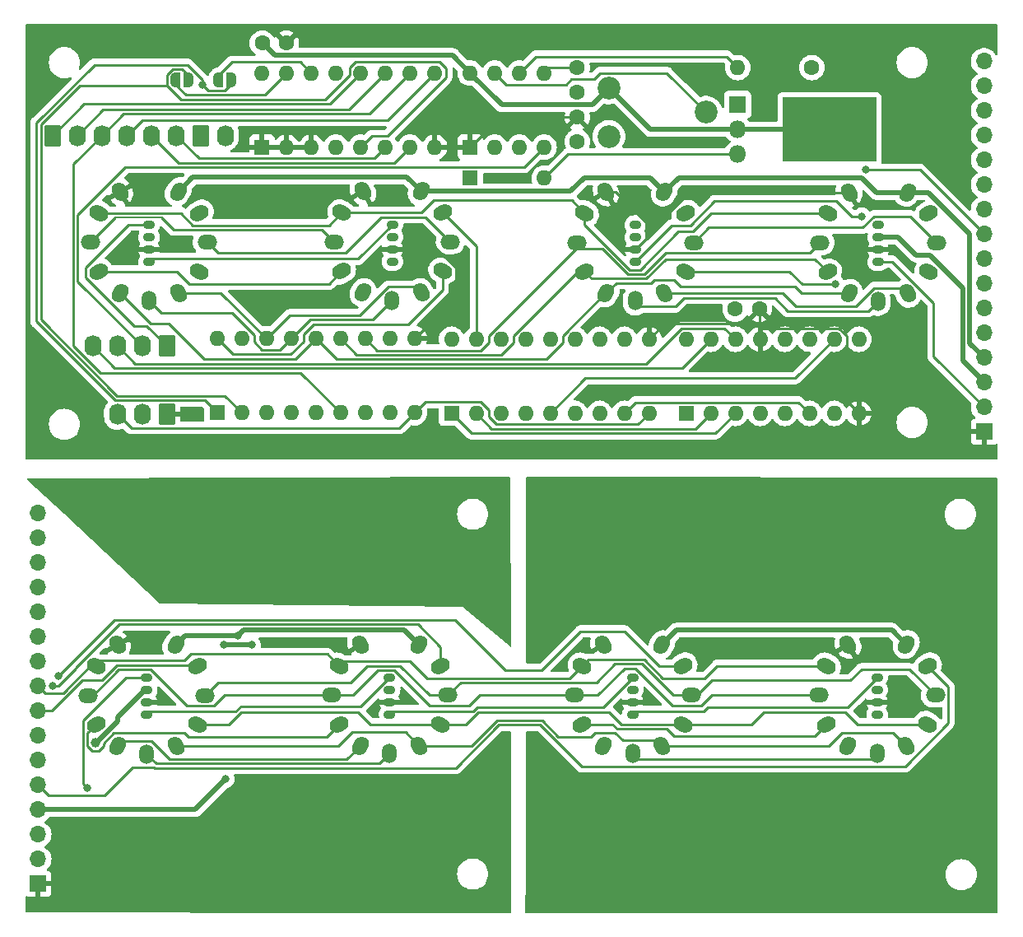
<source format=gbr>
%TF.GenerationSoftware,KiCad,Pcbnew,7.0.1*%
%TF.CreationDate,2023-05-21T16:34:47+02:00*%
%TF.ProjectId,kicad,6b696361-642e-46b6-9963-61645f706362,rev?*%
%TF.SameCoordinates,Original*%
%TF.FileFunction,Copper,L1,Top*%
%TF.FilePolarity,Positive*%
%FSLAX46Y46*%
G04 Gerber Fmt 4.6, Leading zero omitted, Abs format (unit mm)*
G04 Created by KiCad (PCBNEW 7.0.1) date 2023-05-21 16:34:47*
%MOMM*%
%LPD*%
G01*
G04 APERTURE LIST*
G04 Aperture macros list*
%AMRoundRect*
0 Rectangle with rounded corners*
0 $1 Rounding radius*
0 $2 $3 $4 $5 $6 $7 $8 $9 X,Y pos of 4 corners*
0 Add a 4 corners polygon primitive as box body*
4,1,4,$2,$3,$4,$5,$6,$7,$8,$9,$2,$3,0*
0 Add four circle primitives for the rounded corners*
1,1,$1+$1,$2,$3*
1,1,$1+$1,$4,$5*
1,1,$1+$1,$6,$7*
1,1,$1+$1,$8,$9*
0 Add four rect primitives between the rounded corners*
20,1,$1+$1,$2,$3,$4,$5,0*
20,1,$1+$1,$4,$5,$6,$7,0*
20,1,$1+$1,$6,$7,$8,$9,0*
20,1,$1+$1,$8,$9,$2,$3,0*%
%AMHorizOval*
0 Thick line with rounded ends*
0 $1 width*
0 $2 $3 position (X,Y) of the first rounded end (center of the circle)*
0 $4 $5 position (X,Y) of the second rounded end (center of the circle)*
0 Add line between two ends*
20,1,$1,$2,$3,$4,$5,0*
0 Add two circle primitives to create the rounded ends*
1,1,$1,$2,$3*
1,1,$1,$4,$5*%
%AMFreePoly0*
4,1,19,0.500000,-0.750000,0.000000,-0.750000,0.000000,-0.744911,-0.071157,-0.744911,-0.207708,-0.704816,-0.327430,-0.627875,-0.420627,-0.520320,-0.479746,-0.390866,-0.500000,-0.250000,-0.500000,0.250000,-0.479746,0.390866,-0.420627,0.520320,-0.327430,0.627875,-0.207708,0.704816,-0.071157,0.744911,0.000000,0.744911,0.000000,0.750000,0.500000,0.750000,0.500000,-0.750000,0.500000,-0.750000,
$1*%
%AMFreePoly1*
4,1,19,0.000000,0.744911,0.071157,0.744911,0.207708,0.704816,0.327430,0.627875,0.420627,0.520320,0.479746,0.390866,0.500000,0.250000,0.500000,-0.250000,0.479746,-0.390866,0.420627,-0.520320,0.327430,-0.627875,0.207708,-0.704816,0.071157,-0.744911,0.000000,-0.744911,0.000000,-0.750000,-0.500000,-0.750000,-0.500000,0.750000,0.000000,0.750000,0.000000,0.744911,0.000000,0.744911,
$1*%
G04 Aperture macros list end*
%TA.AperFunction,ComponentPad*%
%ADD10R,1.600000X1.600000*%
%TD*%
%TA.AperFunction,ComponentPad*%
%ADD11O,1.600000X1.600000*%
%TD*%
%TA.AperFunction,SMDPad,CuDef*%
%ADD12FreePoly0,0.000000*%
%TD*%
%TA.AperFunction,SMDPad,CuDef*%
%ADD13FreePoly1,0.000000*%
%TD*%
%TA.AperFunction,ComponentPad*%
%ADD14R,1.800000X1.800000*%
%TD*%
%TA.AperFunction,HeatsinkPad*%
%ADD15R,9.652000X6.604000*%
%TD*%
%TA.AperFunction,ComponentPad*%
%ADD16O,1.800000X1.800000*%
%TD*%
%TA.AperFunction,ComponentPad*%
%ADD17C,1.600000*%
%TD*%
%TA.AperFunction,ComponentPad*%
%ADD18R,1.700000X1.700000*%
%TD*%
%TA.AperFunction,ComponentPad*%
%ADD19O,1.700000X1.700000*%
%TD*%
%TA.AperFunction,ComponentPad*%
%ADD20RoundRect,0.250000X-0.620000X-0.845000X0.620000X-0.845000X0.620000X0.845000X-0.620000X0.845000X0*%
%TD*%
%TA.AperFunction,ComponentPad*%
%ADD21O,1.740000X2.190000*%
%TD*%
%TA.AperFunction,ComponentPad*%
%ADD22RoundRect,0.250000X0.620000X0.845000X-0.620000X0.845000X-0.620000X-0.845000X0.620000X-0.845000X0*%
%TD*%
%TA.AperFunction,ComponentPad*%
%ADD23C,2.340000*%
%TD*%
%TA.AperFunction,ComponentPad*%
%ADD24O,1.200000X0.900000*%
%TD*%
%TA.AperFunction,ComponentPad*%
%ADD25HorizOval,1.500000X0.125000X0.216506X-0.125000X-0.216506X0*%
%TD*%
%TA.AperFunction,ComponentPad*%
%ADD26HorizOval,1.500000X0.216506X0.125000X-0.216506X-0.125000X0*%
%TD*%
%TA.AperFunction,ComponentPad*%
%ADD27O,2.000000X1.500000*%
%TD*%
%TA.AperFunction,ComponentPad*%
%ADD28HorizOval,1.500000X-0.216506X0.125000X0.216506X-0.125000X0*%
%TD*%
%TA.AperFunction,ComponentPad*%
%ADD29HorizOval,1.500000X-0.125000X0.216506X0.125000X-0.216506X0*%
%TD*%
%TA.AperFunction,ComponentPad*%
%ADD30O,1.500000X2.000000*%
%TD*%
%TA.AperFunction,ComponentPad*%
%ADD31HorizOval,1.500000X-0.125000X-0.216506X0.125000X0.216506X0*%
%TD*%
%TA.AperFunction,ComponentPad*%
%ADD32HorizOval,1.500000X-0.216506X-0.125000X0.216506X0.125000X0*%
%TD*%
%TA.AperFunction,ViaPad*%
%ADD33C,0.800000*%
%TD*%
%TA.AperFunction,ViaPad*%
%ADD34C,1.000000*%
%TD*%
%TA.AperFunction,Conductor*%
%ADD35C,0.250000*%
%TD*%
%TA.AperFunction,Conductor*%
%ADD36C,0.500000*%
%TD*%
%TA.AperFunction,Conductor*%
%ADD37C,0.200000*%
%TD*%
G04 APERTURE END LIST*
D10*
%TO.P,D1,1,K*%
%TO.N,Net-(D1-K)*%
X140431200Y-50752000D03*
D11*
%TO.P,D1,2,A*%
%TO.N,Net-(D1-A)*%
X148051200Y-50752000D03*
%TD*%
D10*
%TO.P,U1,1,GND*%
%TO.N,GND*%
X140441200Y-47567000D03*
D11*
%TO.P,U1,2,TR*%
%TO.N,Net-(D1-K)*%
X142981200Y-47567000D03*
%TO.P,U1,3,Q*%
%TO.N,Net-(D1-A)*%
X145521200Y-47567000D03*
%TO.P,U1,4,R*%
%TO.N,/EN*%
X148061200Y-47567000D03*
%TO.P,U1,5,CV*%
%TO.N,Net-(U1-CV)*%
X148061200Y-39947000D03*
%TO.P,U1,6,THR*%
%TO.N,Net-(D1-K)*%
X145521200Y-39947000D03*
%TO.P,U1,7,DIS*%
%TO.N,Net-(U1-DIS)*%
X142981200Y-39947000D03*
%TO.P,U1,8,VCC*%
%TO.N,+5V*%
X140441200Y-39947000D03*
%TD*%
D12*
%TO.P,JP2,1,A*%
%TO.N,/SCL*%
X114551200Y-40657000D03*
D13*
%TO.P,JP2,2,B*%
%TO.N,/p'*%
X115851200Y-40657000D03*
%TD*%
D10*
%TO.P,U4,1,A0*%
%TO.N,GND*%
X119031200Y-47567000D03*
D11*
%TO.P,U4,2,A1*%
X121571200Y-47567000D03*
%TO.P,U4,3,A2*%
X124111200Y-47567000D03*
%TO.P,U4,4,P0*%
%TO.N,/p'*%
X126651200Y-47567000D03*
%TO.P,U4,5,P1*%
%TO.N,/g'*%
X129191200Y-47567000D03*
%TO.P,U4,6,P2*%
%TO.N,/f'*%
X131731200Y-47567000D03*
%TO.P,U4,7,P3*%
%TO.N,/e'*%
X134271200Y-47567000D03*
%TO.P,U4,8,VSS*%
%TO.N,GND*%
X136811200Y-47567000D03*
%TO.P,U4,9,P4*%
%TO.N,/d'*%
X136811200Y-39947000D03*
%TO.P,U4,10,P5*%
%TO.N,/c'*%
X134271200Y-39947000D03*
%TO.P,U4,11,P6*%
%TO.N,/b'*%
X131731200Y-39947000D03*
%TO.P,U4,12,P7*%
%TO.N,/a'*%
X129191200Y-39947000D03*
%TO.P,U4,13,~{INT}*%
%TO.N,unconnected-(U4-~{INT}-Pad13)*%
X126651200Y-39947000D03*
%TO.P,U4,14,SCL*%
%TO.N,/SCL*%
X124111200Y-39947000D03*
%TO.P,U4,15,SDA*%
%TO.N,Net-(J3-Pin_1)*%
X121571200Y-39947000D03*
%TO.P,U4,16,VDD*%
%TO.N,+5V*%
X119031200Y-39947000D03*
%TD*%
D14*
%TO.P,Q1,1,E*%
%TO.N,/Uf*%
X167976200Y-43197000D03*
D15*
%TO.P,Q1,2,C*%
%TO.N,+5V*%
X177398200Y-45723000D03*
D16*
X167976200Y-45737000D03*
%TO.P,Q1,3,B*%
%TO.N,Net-(D1-A)*%
X167976200Y-48277000D03*
%TD*%
D17*
%TO.P,C4,1*%
%TO.N,+5V*%
X167696200Y-64232000D03*
%TO.P,C4,2*%
%TO.N,GND*%
X170196200Y-64232000D03*
%TD*%
D10*
%TO.P,U5,1,I1*%
%TO.N,/p'*%
X114396200Y-74882000D03*
D11*
%TO.P,U5,2,I2*%
%TO.N,/g'*%
X116936200Y-74882000D03*
%TO.P,U5,3,I3*%
%TO.N,/f'*%
X119476200Y-74882000D03*
%TO.P,U5,4,I4*%
%TO.N,/e'*%
X122016200Y-74882000D03*
%TO.P,U5,5,I5*%
%TO.N,/d'*%
X124556200Y-74882000D03*
%TO.P,U5,6,I6*%
%TO.N,/c'*%
X127096200Y-74882000D03*
%TO.P,U5,7,I7*%
%TO.N,/b'*%
X129636200Y-74882000D03*
%TO.P,U5,8,I8*%
%TO.N,/a'*%
X132176200Y-74882000D03*
%TO.P,U5,9,VCC*%
%TO.N,VAA*%
X134716200Y-74882000D03*
%TO.P,U5,10,GND*%
%TO.N,GND*%
X134716200Y-67262000D03*
%TO.P,U5,11,O8*%
%TO.N,/A*%
X132176200Y-67262000D03*
%TO.P,U5,12,O7*%
%TO.N,/B*%
X129636200Y-67262000D03*
%TO.P,U5,13,O6*%
%TO.N,/C*%
X127096200Y-67262000D03*
%TO.P,U5,14,O5*%
%TO.N,/D*%
X124556200Y-67262000D03*
%TO.P,U5,15,O4*%
%TO.N,/E*%
X122016200Y-67262000D03*
%TO.P,U5,16,O3*%
%TO.N,/F*%
X119476200Y-67262000D03*
%TO.P,U5,17,O2*%
%TO.N,/G*%
X116936200Y-67262000D03*
%TO.P,U5,18,O1*%
%TO.N,/P*%
X114396200Y-67262000D03*
%TD*%
D17*
%TO.P,C1,1*%
%TO.N,Net-(U1-CV)*%
X151466200Y-39407000D03*
%TO.P,C1,2*%
%TO.N,GND*%
X151466200Y-41907000D03*
%TD*%
%TO.P,C2,1*%
%TO.N,Net-(D1-K)*%
X151466200Y-46987000D03*
%TO.P,C2,2*%
%TO.N,GND*%
X151466200Y-44487000D03*
%TD*%
D18*
%TO.P,J6,1,Pin_1*%
%TO.N,GND*%
X96011200Y-123317000D03*
D19*
%TO.P,J6,2,Pin_2*%
%TO.N,Net-(J6-Pin_2)*%
X96011200Y-120777000D03*
%TO.P,J6,3,Pin_3*%
%TO.N,/+5V'*%
X96011200Y-118237000D03*
%TO.P,J6,4,Pin_4*%
%TO.N,/Uf'*%
X96011200Y-115697000D03*
%TO.P,J6,5,Pin_5*%
%TO.N,Net-(J6-Pin_5)*%
X96011200Y-113157000D03*
%TO.P,J6,6,Pin_6*%
%TO.N,Net-(J6-Pin_6)*%
X96011200Y-110617000D03*
%TO.P,J6,7,Pin_7*%
%TO.N,Net-(J6-Pin_7)*%
X96011200Y-108077000D03*
%TO.P,J6,8,Pin_8*%
%TO.N,Net-(J6-Pin_8)*%
X96011200Y-105537000D03*
%TO.P,J6,9,Pin_9*%
%TO.N,Net-(J6-Pin_9)*%
X96011200Y-102997000D03*
%TO.P,J6,10,Pin_10*%
%TO.N,Net-(J6-Pin_10)*%
X96011200Y-100457000D03*
%TO.P,J6,11,Pin_11*%
%TO.N,Net-(J6-Pin_11)*%
X96011200Y-97917000D03*
%TO.P,J6,12,Pin_12*%
%TO.N,Net-(J6-Pin_12)*%
X96011200Y-95377000D03*
%TO.P,J6,13,Pin_13*%
%TO.N,Net-(J6-Pin_13)*%
X96011200Y-92837000D03*
%TO.P,J6,14,Pin_14*%
%TO.N,Net-(J6-Pin_14)*%
X96011200Y-90297000D03*
%TO.P,J6,15,Pin_15*%
%TO.N,Net-(J6-Pin_15)*%
X96011200Y-87757000D03*
%TO.P,J6,16,Pin_16*%
%TO.N,Net-(J6-Pin_16)*%
X96011200Y-85217000D03*
%TD*%
D17*
%TO.P,R1,1*%
%TO.N,Net-(R1-Pad1)*%
X175596200Y-39387000D03*
D11*
%TO.P,R1,2*%
%TO.N,Net-(D1-K)*%
X167976200Y-39387000D03*
%TD*%
D10*
%TO.P,U3,1,I1*%
%TO.N,Net-(U2-Q0)*%
X138526200Y-74942000D03*
D11*
%TO.P,U3,2,I2*%
%TO.N,Net-(U2-Q1)*%
X141066200Y-74942000D03*
%TO.P,U3,3,I3*%
%TO.N,Net-(U2-Q2)*%
X143606200Y-74942000D03*
%TO.P,U3,4,I4*%
%TO.N,Net-(U2-Q3)*%
X146146200Y-74942000D03*
%TO.P,U3,5,I5*%
%TO.N,Net-(U2-Q4)*%
X148686200Y-74942000D03*
%TO.P,U3,6,I6*%
%TO.N,Net-(U2-Q5)*%
X151226200Y-74942000D03*
%TO.P,U3,7,I7*%
%TO.N,Net-(U2-Q6)*%
X153766200Y-74942000D03*
%TO.P,U3,8,I8*%
%TO.N,Net-(U2-Q7)*%
X156306200Y-74942000D03*
%TO.P,U3,9,VCC*%
%TO.N,VAA*%
X158846200Y-74942000D03*
%TO.P,U3,10,GND*%
%TO.N,GND*%
X158846200Y-67322000D03*
%TO.P,U3,11,O8*%
%TO.N,/G8*%
X156306200Y-67322000D03*
%TO.P,U3,12,O7*%
%TO.N,/G7*%
X153766200Y-67322000D03*
%TO.P,U3,13,O6*%
%TO.N,/G6*%
X151226200Y-67322000D03*
%TO.P,U3,14,O5*%
%TO.N,/G5*%
X148686200Y-67322000D03*
%TO.P,U3,15,O4*%
%TO.N,Net-(U3-O4)*%
X146146200Y-67322000D03*
%TO.P,U3,16,O3*%
%TO.N,Net-(U3-O3)*%
X143606200Y-67322000D03*
%TO.P,U3,17,O2*%
%TO.N,Net-(U3-O2)*%
X141066200Y-67322000D03*
%TO.P,U3,18,O1*%
%TO.N,Net-(U3-O1)*%
X138526200Y-67322000D03*
%TD*%
D20*
%TO.P,J3,1,Pin_1*%
%TO.N,Net-(J3-Pin_1)*%
X112731200Y-46372000D03*
D21*
%TO.P,J3,2,Pin_2*%
%TO.N,/SCL*%
X115271200Y-46372000D03*
%TD*%
D10*
%TO.P,U2,1,Q5*%
%TO.N,Net-(U2-Q5)*%
X162656200Y-74942000D03*
D11*
%TO.P,U2,2,Q1*%
%TO.N,Net-(U2-Q1)*%
X165196200Y-74942000D03*
%TO.P,U2,3,Q0*%
%TO.N,Net-(U2-Q0)*%
X167736200Y-74942000D03*
%TO.P,U2,4,Q2*%
%TO.N,Net-(U2-Q2)*%
X170276200Y-74942000D03*
%TO.P,U2,5,Q6*%
%TO.N,Net-(U2-Q6)*%
X172816200Y-74942000D03*
%TO.P,U2,6,Q7*%
%TO.N,Net-(U2-Q7)*%
X175356200Y-74942000D03*
%TO.P,U2,7,Q3*%
%TO.N,Net-(U2-Q3)*%
X177896200Y-74942000D03*
%TO.P,U2,8,GND*%
%TO.N,GND*%
X180436200Y-74942000D03*
%TO.P,U2,9,Q8*%
%TO.N,unconnected-(U2-Q8-Pad9)*%
X180436200Y-67322000D03*
%TO.P,U2,10,Q4*%
%TO.N,Net-(U2-Q4)*%
X177896200Y-67322000D03*
%TO.P,U2,11,Q9*%
%TO.N,unconnected-(U2-Q9-Pad11)*%
X175356200Y-67322000D03*
%TO.P,U2,12,Cout*%
%TO.N,unconnected-(U2-Cout-Pad12)*%
X172816200Y-67322000D03*
%TO.P,U2,13,CKEN*%
%TO.N,GND*%
X170276200Y-67322000D03*
%TO.P,U2,14,CLK*%
%TO.N,/CLK*%
X167736200Y-67322000D03*
%TO.P,U2,15,Reset*%
%TO.N,/RST*%
X165196200Y-67322000D03*
%TO.P,U2,16,VCC*%
%TO.N,+5V*%
X162656200Y-67322000D03*
%TD*%
D18*
%TO.P,J5,1,Pin_1*%
%TO.N,GND*%
X193311200Y-76831600D03*
D19*
%TO.P,J5,2,Pin_2*%
%TO.N,Net-(J5-Pin_2)*%
X193311200Y-74291600D03*
%TO.P,J5,3,Pin_3*%
%TO.N,+5V*%
X193311200Y-71751600D03*
%TO.P,J5,4,Pin_4*%
%TO.N,/Uf*%
X193311200Y-69211600D03*
%TO.P,J5,5,Pin_5*%
%TO.N,/G8*%
X193311200Y-66671600D03*
%TO.P,J5,6,Pin_6*%
%TO.N,/G7*%
X193311200Y-64131600D03*
%TO.P,J5,7,Pin_7*%
%TO.N,/G6*%
X193311200Y-61591600D03*
%TO.P,J5,8,Pin_8*%
%TO.N,/G5*%
X193311200Y-59051600D03*
%TO.P,J5,9,Pin_9*%
%TO.N,/A*%
X193311200Y-56511600D03*
%TO.P,J5,10,Pin_10*%
%TO.N,/B*%
X193311200Y-53971600D03*
%TO.P,J5,11,Pin_11*%
%TO.N,/C*%
X193311200Y-51431600D03*
%TO.P,J5,12,Pin_12*%
%TO.N,/D*%
X193311200Y-48891600D03*
%TO.P,J5,13,Pin_13*%
%TO.N,/E*%
X193311200Y-46351600D03*
%TO.P,J5,14,Pin_14*%
%TO.N,/F*%
X193311200Y-43811600D03*
%TO.P,J5,15,Pin_15*%
%TO.N,/G*%
X193311200Y-41271600D03*
%TO.P,J5,16,Pin_16*%
%TO.N,/P*%
X193311200Y-38731600D03*
%TD*%
D17*
%TO.P,C3,1*%
%TO.N,+5V*%
X119051200Y-36877000D03*
%TO.P,C3,2*%
%TO.N,GND*%
X121551200Y-36877000D03*
%TD*%
D22*
%TO.P,J2,1,Pin_1*%
%TO.N,/Din*%
X109236200Y-68042000D03*
D21*
%TO.P,J2,2,Pin_2*%
%TO.N,/EN*%
X106696200Y-68042000D03*
%TO.P,J2,3,Pin_3*%
%TO.N,/CLK*%
X104156200Y-68042000D03*
%TO.P,J2,4,Pin_4*%
%TO.N,/RST*%
X101616200Y-68042000D03*
%TD*%
D22*
%TO.P,J1,1,Pin_1*%
%TO.N,GND*%
X109236200Y-75027000D03*
D21*
%TO.P,J1,2,Pin_2*%
%TO.N,+5V*%
X106696200Y-75027000D03*
%TO.P,J1,3,Pin_3*%
%TO.N,VAA*%
X104156200Y-75027000D03*
%TD*%
D20*
%TO.P,J4,1,Pin_1*%
%TO.N,/a'*%
X97491200Y-46372000D03*
D21*
%TO.P,J4,2,Pin_2*%
%TO.N,/b'*%
X100031200Y-46372000D03*
%TO.P,J4,3,Pin_3*%
%TO.N,/c'*%
X102571200Y-46372000D03*
%TO.P,J4,4,Pin_4*%
%TO.N,/d'*%
X105111200Y-46372000D03*
%TO.P,J4,5,Pin_5*%
%TO.N,/e'*%
X107651200Y-46372000D03*
%TO.P,J4,6,Pin_6*%
%TO.N,/f'*%
X110191200Y-46372000D03*
%TD*%
D12*
%TO.P,JP1,1,A*%
%TO.N,Net-(J3-Pin_1)*%
X110151200Y-40657000D03*
D13*
%TO.P,JP1,2,B*%
%TO.N,/g'*%
X111451200Y-40657000D03*
%TD*%
D23*
%TO.P,RV1,1,1*%
%TO.N,Net-(R1-Pad1)*%
X154721200Y-46482000D03*
%TO.P,RV1,2,2*%
%TO.N,Net-(U1-DIS)*%
X164721200Y-43982000D03*
%TO.P,RV1,3,3*%
%TO.N,+5V*%
X154721200Y-41482000D03*
%TD*%
D24*
%TO.P,LED7,1,Dout*%
%TO.N,Net-(LED7-Dout)*%
X157161200Y-105932000D03*
%TO.P,LED7,2,GND*%
%TO.N,GND*%
X157161200Y-104662000D03*
%TO.P,LED7,3,VDD*%
%TO.N,/+5V'*%
X157161200Y-103392000D03*
%TO.P,LED7,4,Din*%
%TO.N,Net-(LED6-Dout)*%
X157161200Y-102122000D03*
%TD*%
%TO.P,LED3,1,Dout*%
%TO.N,Net-(LED3-Dout)*%
X157451200Y-59347000D03*
%TO.P,LED3,2,GND*%
%TO.N,GND*%
X157451200Y-58077000D03*
%TO.P,LED3,3,VDD*%
%TO.N,+5V*%
X157451200Y-56807000D03*
%TO.P,LED3,4,Din*%
%TO.N,Net-(LED2-Dout)*%
X157451200Y-55537000D03*
%TD*%
D25*
%TO.P,VFD8,1,F1*%
%TO.N,/Uf'*%
X185311200Y-98719648D03*
D26*
%TO.P,VFD8,2,Gate*%
%TO.N,Net-(J6-Pin_5)*%
X187507352Y-100915800D03*
D27*
%TO.P,VFD8,3,g*%
%TO.N,Net-(J6-Pin_15)*%
X188311200Y-103915800D03*
D28*
%TO.P,VFD8,4,p*%
%TO.N,Net-(J6-Pin_16)*%
X187507352Y-106915800D03*
D29*
%TO.P,VFD8,5,f*%
%TO.N,Net-(J6-Pin_14)*%
X185311200Y-109111952D03*
D30*
%TO.P,VFD8,6,e*%
%TO.N,Net-(J6-Pin_13)*%
X182311200Y-109915800D03*
D31*
%TO.P,VFD8,7,d*%
%TO.N,Net-(J6-Pin_12)*%
X179311201Y-109111952D03*
D32*
%TO.P,VFD8,8,c*%
%TO.N,Net-(J6-Pin_11)*%
X177115048Y-106915800D03*
D27*
%TO.P,VFD8,9,b*%
%TO.N,Net-(J6-Pin_10)*%
X176311200Y-103915800D03*
D28*
%TO.P,VFD8,10,a*%
%TO.N,Net-(J6-Pin_9)*%
X177115048Y-100915801D03*
D29*
%TO.P,VFD8,11,F2*%
%TO.N,GND*%
X179311201Y-98719648D03*
%TD*%
D25*
%TO.P,VFD6,1,F1*%
%TO.N,/Uf'*%
X135161200Y-98719648D03*
D26*
%TO.P,VFD6,2,Gate*%
%TO.N,Net-(J6-Pin_7)*%
X137357352Y-100915800D03*
D27*
%TO.P,VFD6,3,g*%
%TO.N,Net-(J6-Pin_15)*%
X138161200Y-103915800D03*
D28*
%TO.P,VFD6,4,p*%
%TO.N,Net-(J6-Pin_16)*%
X137357352Y-106915800D03*
D29*
%TO.P,VFD6,5,f*%
%TO.N,Net-(J6-Pin_14)*%
X135161200Y-109111952D03*
D30*
%TO.P,VFD6,6,e*%
%TO.N,Net-(J6-Pin_13)*%
X132161200Y-109915800D03*
D31*
%TO.P,VFD6,7,d*%
%TO.N,Net-(J6-Pin_12)*%
X129161201Y-109111952D03*
D32*
%TO.P,VFD6,8,c*%
%TO.N,Net-(J6-Pin_11)*%
X126965048Y-106915800D03*
D27*
%TO.P,VFD6,9,b*%
%TO.N,Net-(J6-Pin_10)*%
X126161200Y-103915800D03*
D28*
%TO.P,VFD6,10,a*%
%TO.N,Net-(J6-Pin_9)*%
X126965048Y-100915801D03*
D29*
%TO.P,VFD6,11,F2*%
%TO.N,GND*%
X129161201Y-98719648D03*
%TD*%
D25*
%TO.P,VFD2,1,F1*%
%TO.N,/Uf*%
X135416500Y-52115248D03*
D26*
%TO.P,VFD2,2,Gate*%
%TO.N,Net-(U3-O2)*%
X137612652Y-54311400D03*
D27*
%TO.P,VFD2,3,g*%
%TO.N,/G*%
X138416500Y-57311400D03*
D28*
%TO.P,VFD2,4,p*%
%TO.N,/P*%
X137612652Y-60311400D03*
D29*
%TO.P,VFD2,5,f*%
%TO.N,/F*%
X135416500Y-62507552D03*
D30*
%TO.P,VFD2,6,e*%
%TO.N,/E*%
X132416500Y-63311400D03*
D31*
%TO.P,VFD2,7,d*%
%TO.N,/D*%
X129416501Y-62507552D03*
D32*
%TO.P,VFD2,8,c*%
%TO.N,/C*%
X127220348Y-60311400D03*
D27*
%TO.P,VFD2,9,b*%
%TO.N,/B*%
X126416500Y-57311400D03*
D28*
%TO.P,VFD2,10,a*%
%TO.N,/A*%
X127220348Y-54311401D03*
D29*
%TO.P,VFD2,11,F2*%
%TO.N,GND*%
X129416501Y-52115248D03*
%TD*%
D25*
%TO.P,VFD7,1,F1*%
%TO.N,/Uf'*%
X160161200Y-98719648D03*
D26*
%TO.P,VFD7,2,Gate*%
%TO.N,Net-(J6-Pin_6)*%
X162357352Y-100915800D03*
D27*
%TO.P,VFD7,3,g*%
%TO.N,Net-(J6-Pin_15)*%
X163161200Y-103915800D03*
D28*
%TO.P,VFD7,4,p*%
%TO.N,Net-(J6-Pin_16)*%
X162357352Y-106915800D03*
D29*
%TO.P,VFD7,5,f*%
%TO.N,Net-(J6-Pin_14)*%
X160161200Y-109111952D03*
D30*
%TO.P,VFD7,6,e*%
%TO.N,Net-(J6-Pin_13)*%
X157161200Y-109915800D03*
D31*
%TO.P,VFD7,7,d*%
%TO.N,Net-(J6-Pin_12)*%
X154161201Y-109111952D03*
D32*
%TO.P,VFD7,8,c*%
%TO.N,Net-(J6-Pin_11)*%
X151965048Y-106915800D03*
D27*
%TO.P,VFD7,9,b*%
%TO.N,Net-(J6-Pin_10)*%
X151161200Y-103915800D03*
D28*
%TO.P,VFD7,10,a*%
%TO.N,Net-(J6-Pin_9)*%
X151965048Y-100915801D03*
D29*
%TO.P,VFD7,11,F2*%
%TO.N,GND*%
X154161201Y-98719648D03*
%TD*%
D24*
%TO.P,LED4,1,Dout*%
%TO.N,Net-(J5-Pin_2)*%
X182427300Y-59347000D03*
%TO.P,LED4,2,GND*%
%TO.N,GND*%
X182427300Y-58077000D03*
%TO.P,LED4,3,VDD*%
%TO.N,+5V*%
X182427300Y-56807000D03*
%TO.P,LED4,4,Din*%
%TO.N,Net-(LED3-Dout)*%
X182427300Y-55537000D03*
%TD*%
%TO.P,LED2,1,Dout*%
%TO.N,Net-(LED2-Dout)*%
X132451200Y-59347000D03*
%TO.P,LED2,2,GND*%
%TO.N,GND*%
X132451200Y-58077000D03*
%TO.P,LED2,3,VDD*%
%TO.N,+5V*%
X132451200Y-56807000D03*
%TO.P,LED2,4,Din*%
%TO.N,Net-(LED1-Dout)*%
X132451200Y-55537000D03*
%TD*%
%TO.P,LED5,1,Dout*%
%TO.N,Net-(LED5-Dout)*%
X107161200Y-105932000D03*
%TO.P,LED5,2,GND*%
%TO.N,GND*%
X107161200Y-104662000D03*
%TO.P,LED5,3,VDD*%
%TO.N,/+5V'*%
X107161200Y-103392000D03*
%TO.P,LED5,4,Din*%
%TO.N,Net-(J6-Pin_2)*%
X107161200Y-102122000D03*
%TD*%
D25*
%TO.P,VFD1,1,F1*%
%TO.N,/Uf*%
X110411200Y-52148048D03*
D26*
%TO.P,VFD1,2,Gate*%
%TO.N,Net-(U3-O1)*%
X112607352Y-54344200D03*
D27*
%TO.P,VFD1,3,g*%
%TO.N,/G*%
X113411200Y-57344200D03*
D28*
%TO.P,VFD1,4,p*%
%TO.N,/P*%
X112607352Y-60344200D03*
D29*
%TO.P,VFD1,5,f*%
%TO.N,/F*%
X110411200Y-62540352D03*
D30*
%TO.P,VFD1,6,e*%
%TO.N,/E*%
X107411200Y-63344200D03*
D31*
%TO.P,VFD1,7,d*%
%TO.N,/D*%
X104411201Y-62540352D03*
D32*
%TO.P,VFD1,8,c*%
%TO.N,/C*%
X102215048Y-60344200D03*
D27*
%TO.P,VFD1,9,b*%
%TO.N,/B*%
X101411200Y-57344200D03*
D28*
%TO.P,VFD1,10,a*%
%TO.N,/A*%
X102215048Y-54344201D03*
D29*
%TO.P,VFD1,11,F2*%
%TO.N,GND*%
X104411201Y-52148048D03*
%TD*%
D24*
%TO.P,LED6,1,Dout*%
%TO.N,Net-(LED6-Dout)*%
X132161200Y-105932000D03*
%TO.P,LED6,2,GND*%
%TO.N,GND*%
X132161200Y-104662000D03*
%TO.P,LED6,3,VDD*%
%TO.N,/+5V'*%
X132161200Y-103392000D03*
%TO.P,LED6,4,Din*%
%TO.N,Net-(LED5-Dout)*%
X132161200Y-102122000D03*
%TD*%
D25*
%TO.P,VFD3,1,F1*%
%TO.N,/Uf*%
X160421900Y-52180848D03*
D26*
%TO.P,VFD3,2,Gate*%
%TO.N,Net-(U3-O3)*%
X162618052Y-54377000D03*
D27*
%TO.P,VFD3,3,g*%
%TO.N,/G*%
X163421900Y-57377000D03*
D28*
%TO.P,VFD3,4,p*%
%TO.N,/P*%
X162618052Y-60377000D03*
D29*
%TO.P,VFD3,5,f*%
%TO.N,/F*%
X160421900Y-62573152D03*
D30*
%TO.P,VFD3,6,e*%
%TO.N,/E*%
X157421900Y-63377000D03*
D31*
%TO.P,VFD3,7,d*%
%TO.N,/D*%
X154421901Y-62573152D03*
D32*
%TO.P,VFD3,8,c*%
%TO.N,/C*%
X152225748Y-60377000D03*
D27*
%TO.P,VFD3,9,b*%
%TO.N,/B*%
X151421900Y-57377000D03*
D28*
%TO.P,VFD3,10,a*%
%TO.N,/A*%
X152225748Y-54377001D03*
D29*
%TO.P,VFD3,11,F2*%
%TO.N,GND*%
X154421901Y-52180848D03*
%TD*%
D24*
%TO.P,LED1,1,Dout*%
%TO.N,Net-(LED1-Dout)*%
X107411200Y-59347000D03*
%TO.P,LED1,2,GND*%
%TO.N,GND*%
X107411200Y-58077000D03*
%TO.P,LED1,3,VDD*%
%TO.N,+5V*%
X107411200Y-56807000D03*
%TO.P,LED1,4,Din*%
%TO.N,/Din*%
X107411200Y-55537000D03*
%TD*%
D25*
%TO.P,VFD5,1,F1*%
%TO.N,/Uf'*%
X110165000Y-98765848D03*
D26*
%TO.P,VFD5,2,Gate*%
%TO.N,Net-(J6-Pin_8)*%
X112361152Y-100962000D03*
D27*
%TO.P,VFD5,3,g*%
%TO.N,Net-(J6-Pin_15)*%
X113165000Y-103962000D03*
D28*
%TO.P,VFD5,4,p*%
%TO.N,Net-(J6-Pin_16)*%
X112361152Y-106962000D03*
D29*
%TO.P,VFD5,5,f*%
%TO.N,Net-(J6-Pin_14)*%
X110165000Y-109158152D03*
D30*
%TO.P,VFD5,6,e*%
%TO.N,Net-(J6-Pin_13)*%
X107165000Y-109962000D03*
D31*
%TO.P,VFD5,7,d*%
%TO.N,Net-(J6-Pin_12)*%
X104165001Y-109158152D03*
D32*
%TO.P,VFD5,8,c*%
%TO.N,Net-(J6-Pin_11)*%
X101968848Y-106962000D03*
D27*
%TO.P,VFD5,9,b*%
%TO.N,Net-(J6-Pin_10)*%
X101165000Y-103962000D03*
D28*
%TO.P,VFD5,10,a*%
%TO.N,Net-(J6-Pin_9)*%
X101968848Y-100962001D03*
D29*
%TO.P,VFD5,11,F2*%
%TO.N,GND*%
X104165001Y-98765848D03*
%TD*%
D25*
%TO.P,VFD4,1,F1*%
%TO.N,/Uf*%
X185427300Y-52213648D03*
D26*
%TO.P,VFD4,2,Gate*%
%TO.N,Net-(U3-O4)*%
X187623452Y-54409800D03*
D27*
%TO.P,VFD4,3,g*%
%TO.N,/G*%
X188427300Y-57409800D03*
D28*
%TO.P,VFD4,4,p*%
%TO.N,/P*%
X187623452Y-60409800D03*
D29*
%TO.P,VFD4,5,f*%
%TO.N,/F*%
X185427300Y-62605952D03*
D30*
%TO.P,VFD4,6,e*%
%TO.N,/E*%
X182427300Y-63409800D03*
D31*
%TO.P,VFD4,7,d*%
%TO.N,/D*%
X179427301Y-62605952D03*
D32*
%TO.P,VFD4,8,c*%
%TO.N,/C*%
X177231148Y-60409800D03*
D27*
%TO.P,VFD4,9,b*%
%TO.N,/B*%
X176427300Y-57409800D03*
D28*
%TO.P,VFD4,10,a*%
%TO.N,/A*%
X177231148Y-54409801D03*
D29*
%TO.P,VFD4,11,F2*%
%TO.N,GND*%
X179427301Y-52213648D03*
%TD*%
D24*
%TO.P,LED8,1,Dout*%
%TO.N,unconnected-(LED8-Dout-Pad1)*%
X182311200Y-105932000D03*
%TO.P,LED8,2,GND*%
%TO.N,GND*%
X182311200Y-104662000D03*
%TO.P,LED8,3,VDD*%
%TO.N,/+5V'*%
X182311200Y-103392000D03*
%TO.P,LED8,4,Din*%
%TO.N,Net-(LED7-Dout)*%
X182311200Y-102122000D03*
%TD*%
D33*
%TO.N,/P*%
X178057900Y-61667300D03*
%TO.N,/A*%
X181139700Y-49916300D03*
%TO.N,Net-(LED3-Dout)*%
X180723900Y-54670600D03*
%TO.N,/p'*%
X112916000Y-41185200D03*
D34*
%TO.N,/+5V'*%
X101921800Y-108790700D03*
D33*
X115086200Y-98772000D03*
X117986200Y-98772000D03*
%TO.N,/Uf'*%
X115286200Y-112572000D03*
X116586200Y-97772000D03*
%TO.N,Net-(J6-Pin_2)*%
X101026400Y-113440200D03*
%TO.N,Net-(J6-Pin_6)*%
X98091000Y-101948200D03*
%TO.N,Net-(J6-Pin_7)*%
X97527700Y-102989800D03*
%TD*%
D35*
%TO.N,GND*%
X170196200Y-65741600D02*
X170276200Y-65821600D01*
X163049200Y-52213700D02*
X159936800Y-55326100D01*
X138971200Y-63007000D02*
X134716200Y-67262000D01*
X180436200Y-74942000D02*
X179166200Y-73672000D01*
X132451200Y-58077000D02*
X137068300Y-58077000D01*
X143521200Y-44487000D02*
X140441200Y-47567000D01*
X137068300Y-58077000D02*
X138971200Y-59979900D01*
X170276200Y-66187700D02*
X170276200Y-67322000D01*
X151466200Y-44487000D02*
X143521200Y-44487000D01*
X179427300Y-52213700D02*
X163049200Y-52213700D01*
X159936800Y-55326100D02*
X158515600Y-55326100D01*
X138971200Y-59979900D02*
X138971200Y-63007000D01*
X158515600Y-57012600D02*
X157451200Y-58077000D01*
X170196200Y-64232000D02*
X170196200Y-65741600D01*
X170276200Y-65821600D02*
X170276200Y-66187700D01*
X140441200Y-47567000D02*
X136811200Y-47567000D01*
X121571200Y-47567000D02*
X124111200Y-47567000D01*
X119031200Y-47567000D02*
X121571200Y-47567000D01*
X179166200Y-66993100D02*
X178360800Y-66187700D01*
X155370400Y-52180900D02*
X158515600Y-55326100D01*
X178360800Y-66187700D02*
X170276200Y-66187700D01*
X158515600Y-55326100D02*
X158515600Y-57012600D01*
X179166200Y-73672000D02*
X179166200Y-66993100D01*
X154421900Y-52180900D02*
X155370400Y-52180900D01*
X160426600Y-65741600D02*
X158846200Y-67322000D01*
X170196200Y-65741600D02*
X160426600Y-65741600D01*
%TO.N,Net-(D1-K)*%
X166848000Y-38258800D02*
X147209400Y-38258800D01*
X167976200Y-39387000D02*
X166848000Y-38258800D01*
X147209400Y-38258800D02*
X145521200Y-39947000D01*
D36*
%TO.N,+5V*%
X191123700Y-69564200D02*
X191123800Y-69564200D01*
X154721200Y-41482000D02*
X158976200Y-45737000D01*
X153006200Y-43197000D02*
X143691200Y-43197000D01*
X178884200Y-45737000D02*
X178898200Y-45723000D01*
X186309500Y-58655200D02*
X187735600Y-58655200D01*
X143691200Y-43197000D02*
X140441200Y-39947000D01*
X191123700Y-62043300D02*
X191123700Y-69564200D01*
X184461300Y-56807000D02*
X186309500Y-58655200D01*
X167976200Y-45737000D02*
X178884200Y-45737000D01*
X154721200Y-41482000D02*
X153006200Y-43197000D01*
X182427300Y-56807000D02*
X184461300Y-56807000D01*
X119051200Y-36877000D02*
X120316400Y-38142200D01*
X187735600Y-58655200D02*
X191123700Y-62043300D01*
X138636400Y-38142200D02*
X140441200Y-39947000D01*
X191123800Y-69564200D02*
X193311200Y-71751600D01*
X120316400Y-38142200D02*
X138636400Y-38142200D01*
X158976200Y-45737000D02*
X167976200Y-45737000D01*
D35*
%TO.N,Net-(D1-A)*%
X150526200Y-48277000D02*
X148051200Y-50752000D01*
X167976200Y-48277000D02*
X150526200Y-48277000D01*
%TO.N,/a'*%
X126002100Y-43136100D02*
X100727100Y-43136100D01*
X129191200Y-39947000D02*
X126002100Y-43136100D01*
X100727100Y-43136100D02*
X97491200Y-46372000D01*
%TO.N,/CLK*%
X104156200Y-68042000D02*
X105945100Y-69830900D01*
X158541100Y-69830900D02*
X162177400Y-66194600D01*
X162177400Y-66194600D02*
X166608800Y-66194600D01*
X166608800Y-66194600D02*
X167736200Y-67322000D01*
X105945100Y-69830900D02*
X158541100Y-69830900D01*
%TO.N,/RST*%
X103855500Y-70281300D02*
X162236900Y-70281300D01*
X101616200Y-68042000D02*
X103855500Y-70281300D01*
X162236900Y-70281300D02*
X165196200Y-67322000D01*
%TO.N,Net-(LED1-Dout)*%
X107411200Y-59347000D02*
X107709700Y-59048500D01*
X128939700Y-59048500D02*
X132451200Y-55537000D01*
X107709700Y-59048500D02*
X128939700Y-59048500D01*
%TO.N,/P*%
X121993900Y-68876900D02*
X116011100Y-68876900D01*
X124351800Y-65791700D02*
X123286200Y-66857300D01*
X173298000Y-60377000D02*
X162618100Y-60377000D01*
X134080800Y-65791700D02*
X124351800Y-65791700D01*
X178057900Y-61667300D02*
X174588300Y-61667300D01*
X123286200Y-67584600D02*
X121993900Y-68876900D01*
X116011100Y-68876900D02*
X114396200Y-67262000D01*
X174588300Y-61667300D02*
X173298000Y-60377000D01*
X137612700Y-60311400D02*
X137612700Y-62259800D01*
X123286200Y-66857300D02*
X123286200Y-67584600D01*
X137612700Y-62259800D02*
X134080800Y-65791700D01*
%TO.N,/G*%
X164948200Y-55850700D02*
X163421900Y-57377000D01*
X182012200Y-54672000D02*
X180833500Y-55850700D01*
X138416500Y-57311400D02*
X135866900Y-54761800D01*
X127605200Y-58429400D02*
X114496400Y-58429400D01*
X131272800Y-54761800D02*
X127605200Y-58429400D01*
X180833500Y-55850700D02*
X164948200Y-55850700D01*
X114496400Y-58429400D02*
X113411200Y-57344200D01*
X185689500Y-54672000D02*
X182012200Y-54672000D01*
X188427300Y-57409800D02*
X185689500Y-54672000D01*
X135866900Y-54761800D02*
X131272800Y-54761800D01*
%TO.N,/F*%
X160421900Y-62573200D02*
X172563500Y-62573200D01*
X182021700Y-62040600D02*
X184861900Y-62040600D01*
X114754600Y-62540400D02*
X119476200Y-67262000D01*
X135416500Y-62507600D02*
X134846700Y-61937800D01*
X110411200Y-62540400D02*
X114754600Y-62540400D01*
X129088400Y-64864800D02*
X121873400Y-64864800D01*
X184861900Y-62040600D02*
X185427300Y-62606000D01*
X173943000Y-63952700D02*
X180109600Y-63952700D01*
X132015400Y-61937800D02*
X129088400Y-64864800D01*
X172563500Y-62573200D02*
X173943000Y-63952700D01*
X121873400Y-64864800D02*
X119476200Y-67262000D01*
X180109600Y-63952700D02*
X182021700Y-62040600D01*
X134846700Y-61937800D02*
X132015400Y-61937800D01*
%TO.N,/E*%
X132416500Y-63311400D02*
X130412800Y-65315100D01*
X118206200Y-66871400D02*
X115968000Y-64633200D01*
X161580000Y-63951300D02*
X157996200Y-63951300D01*
X181434000Y-64403100D02*
X173119600Y-64403100D01*
X118206200Y-67606400D02*
X118206200Y-66871400D01*
X122016200Y-67262000D02*
X120868500Y-68409700D01*
X115968000Y-64633200D02*
X108700200Y-64633200D01*
X162451700Y-63079600D02*
X161580000Y-63951300D01*
X157996200Y-63951300D02*
X157421900Y-63377000D01*
X130412800Y-65315100D02*
X123963100Y-65315100D01*
X171796100Y-63079600D02*
X162451700Y-63079600D01*
X119009500Y-68409700D02*
X118206200Y-67606400D01*
X173119600Y-64403100D02*
X171796100Y-63079600D01*
X120868500Y-68409700D02*
X119009500Y-68409700D01*
X123963100Y-65315100D02*
X122016200Y-67262000D01*
X108700200Y-64633200D02*
X107411200Y-63344200D01*
X182427300Y-63409800D02*
X181434000Y-64403100D01*
%TO.N,/D*%
X124556200Y-67262000D02*
X126674800Y-69380600D01*
X174571800Y-62606000D02*
X179427300Y-62606000D01*
X122490900Y-69327300D02*
X124556200Y-67262000D01*
X162140600Y-61892400D02*
X173858200Y-61892400D01*
X149956200Y-66944600D02*
X154327600Y-62573200D01*
X104411200Y-62540400D02*
X107563600Y-65692800D01*
X126674800Y-69380600D02*
X148268500Y-69380600D01*
X113055200Y-69327300D02*
X122490900Y-69327300D01*
X155461000Y-61534100D02*
X159059300Y-61534100D01*
X173858200Y-61892400D02*
X174571800Y-62606000D01*
X149956200Y-67692900D02*
X149956200Y-66944600D01*
X107563600Y-65692800D02*
X109420700Y-65692800D01*
X159059300Y-61534100D02*
X159377700Y-61215700D01*
X148268500Y-69380600D02*
X149956200Y-67692900D01*
X154421900Y-62573200D02*
X155461000Y-61534100D01*
X161463900Y-61215700D02*
X162140600Y-61892400D01*
X109420700Y-65692800D02*
X113055200Y-69327300D01*
X159377700Y-61215700D02*
X161463900Y-61215700D01*
X154327600Y-62573200D02*
X154421900Y-62573200D01*
%TO.N,/C*%
X151480900Y-60377000D02*
X144876200Y-66981700D01*
X175912600Y-59091200D02*
X160546900Y-59091200D01*
X111559700Y-61623300D02*
X110280600Y-60344200D01*
X158566100Y-61072000D02*
X152920800Y-61072000D01*
X110280600Y-60344200D02*
X102215100Y-60344200D01*
X152225800Y-60377000D02*
X151480900Y-60377000D01*
X152920800Y-61072000D02*
X152225800Y-60377000D01*
X125908500Y-61623300D02*
X111559700Y-61623300D01*
X127220400Y-60311400D02*
X125908500Y-61623300D01*
X144876200Y-67701900D02*
X143647800Y-68930300D01*
X143647800Y-68930300D02*
X128764500Y-68930300D01*
X160546900Y-59091200D02*
X158566100Y-61072000D01*
X144876200Y-66981700D02*
X144876200Y-67701900D01*
X177231200Y-60409800D02*
X175912600Y-59091200D01*
X128764500Y-68930300D02*
X127096200Y-67262000D01*
D37*
%TO.N,/B*%
X108649700Y-54769200D02*
X108683600Y-54803100D01*
D35*
X160548700Y-58452400D02*
X175384700Y-58452400D01*
X158379100Y-60622000D02*
X160548700Y-58452400D01*
X125154900Y-56049800D02*
X126416500Y-57311400D01*
D37*
X103986200Y-54769200D02*
X108649700Y-54769200D01*
D35*
X142336200Y-66953500D02*
X142336200Y-67691300D01*
X130854200Y-68480000D02*
X129636200Y-67262000D01*
X101411200Y-57344200D02*
X103952300Y-54803100D01*
X109930300Y-56049800D02*
X125154900Y-56049800D01*
X151421900Y-57985100D02*
X151304600Y-57985100D01*
X151421900Y-57985100D02*
X154023700Y-57985100D01*
X151421900Y-57985100D02*
X151421900Y-57377000D01*
X175384700Y-58452400D02*
X176427300Y-57409800D01*
X141547500Y-68480000D02*
X130854200Y-68480000D01*
X156660600Y-60622000D02*
X158379100Y-60622000D01*
X142336200Y-67691300D02*
X141547500Y-68480000D01*
X154023700Y-57985100D02*
X156660600Y-60622000D01*
D37*
X103952300Y-54803100D02*
X103986200Y-54769200D01*
D35*
X151304600Y-57985100D02*
X142336200Y-66953500D01*
X108683600Y-54803100D02*
X109930300Y-56049800D01*
%TO.N,/A*%
X181139700Y-49916300D02*
X186715900Y-49916300D01*
X156846996Y-60172000D02*
X157967300Y-60172000D01*
X111922700Y-55599400D02*
X125932400Y-55599400D01*
X177231200Y-54409900D02*
X177231200Y-54409800D01*
X157967300Y-60172000D02*
X161871200Y-56268100D01*
X163396800Y-56268100D02*
X165255000Y-54409900D01*
X186715900Y-49916300D02*
X193311200Y-56511600D01*
X127220400Y-54311400D02*
X135416600Y-54311400D01*
X150901800Y-53053000D02*
X152225800Y-54377000D01*
X135416600Y-54311400D02*
X136675000Y-53053000D01*
X110667500Y-54344200D02*
X111922700Y-55599400D01*
X165255000Y-54409900D02*
X177231200Y-54409900D01*
X152225800Y-55550804D02*
X156846996Y-60172000D01*
X152225800Y-54377000D02*
X152225800Y-55550804D01*
X136675000Y-53053000D02*
X150901800Y-53053000D01*
X102215100Y-54344200D02*
X110667500Y-54344200D01*
X161871200Y-56268100D02*
X163396800Y-56268100D01*
X125932400Y-55599400D02*
X127220400Y-54311400D01*
D36*
%TO.N,/Uf*%
X152214900Y-50695500D02*
X150795100Y-52115300D01*
X160421900Y-52180900D02*
X158936500Y-50695500D01*
X133934700Y-50633500D02*
X111925800Y-50633500D01*
X150795100Y-52115300D02*
X135416500Y-52115300D01*
X182234600Y-52213700D02*
X185427300Y-52213700D01*
X180733200Y-50712300D02*
X182234600Y-52213700D01*
X191824100Y-67724500D02*
X193311200Y-69211600D01*
X185427300Y-52213700D02*
X187559000Y-52213700D01*
X158936500Y-50695500D02*
X152214900Y-50695500D01*
X191824100Y-56478800D02*
X191824100Y-67724500D01*
X187559000Y-52213700D02*
X191824100Y-56478800D01*
X111925800Y-50633500D02*
X110411200Y-52148100D01*
X160421900Y-52180900D02*
X161890500Y-50712300D01*
X161890500Y-50712300D02*
X180733200Y-50712300D01*
X135416500Y-52115300D02*
X133934700Y-50633500D01*
D35*
%TO.N,/b'*%
X131731200Y-39947000D02*
X127968400Y-43709800D01*
X102693400Y-43709800D02*
X100031200Y-46372000D01*
X127968400Y-43709800D02*
X102693400Y-43709800D01*
%TO.N,/c'*%
X130058000Y-44160200D02*
X104783000Y-44160200D01*
X99623100Y-49320100D02*
X99623100Y-68007200D01*
X104783000Y-44160200D02*
X102571200Y-46372000D01*
X122982600Y-70768400D02*
X127096200Y-74882000D01*
X102384300Y-70768400D02*
X122982600Y-70768400D01*
X102571200Y-46372000D02*
X99623100Y-49320100D01*
X99623100Y-68007200D02*
X102384300Y-70768400D01*
X134271200Y-39947000D02*
X130058000Y-44160200D01*
%TO.N,/d'*%
X136811200Y-39947000D02*
X131961100Y-44797100D01*
X131961100Y-44797100D02*
X106686100Y-44797100D01*
X106686100Y-44797100D02*
X105111200Y-46372000D01*
%TO.N,Net-(LED3-Dout)*%
X179688100Y-54670600D02*
X178126200Y-53108700D01*
X163077400Y-55632300D02*
X161165900Y-55632300D01*
X161165900Y-55632300D02*
X157451200Y-59347000D01*
X178126200Y-53108700D02*
X165601000Y-53108700D01*
X165601000Y-53108700D02*
X163077400Y-55632300D01*
X180723900Y-54670600D02*
X179688100Y-54670600D01*
%TO.N,/e'*%
X110446500Y-49167300D02*
X107651200Y-46372000D01*
X134271200Y-47567000D02*
X132670900Y-49167300D01*
X132670900Y-49167300D02*
X110446500Y-49167300D01*
%TO.N,/f'*%
X112532500Y-48713300D02*
X130584900Y-48713300D01*
X110191200Y-46372000D02*
X112532500Y-48713300D01*
X130584900Y-48713300D02*
X131731200Y-47567000D01*
%TO.N,/g'*%
X110815400Y-39537600D02*
X111451200Y-40173400D01*
X96283200Y-45247100D02*
X100309900Y-41220400D01*
X128673400Y-38789900D02*
X128065800Y-39397500D01*
X128065800Y-39397500D02*
X128065800Y-40176000D01*
X131933600Y-46441600D02*
X137976400Y-40398800D01*
X111451200Y-40173400D02*
X111451200Y-40657000D01*
X137287500Y-38789900D02*
X128673400Y-38789900D01*
X96283200Y-65304200D02*
X96283200Y-45247100D01*
X109846100Y-39537600D02*
X110815400Y-39537600D01*
X125556100Y-42685700D02*
X110729900Y-42685700D01*
X115209500Y-73155300D02*
X104134300Y-73155300D01*
X130316600Y-46441600D02*
X131933600Y-46441600D01*
X109264600Y-40119100D02*
X109846100Y-39537600D01*
X129191200Y-47567000D02*
X130316600Y-46441600D01*
X128065800Y-40176000D02*
X125556100Y-42685700D01*
X104134300Y-73155300D02*
X96283200Y-65304200D01*
X137976400Y-40398800D02*
X137976400Y-39478800D01*
X110729900Y-42685700D02*
X109264600Y-41220400D01*
X109264600Y-41220400D02*
X109264600Y-40119100D01*
X100309900Y-41220400D02*
X109264600Y-41220400D01*
X137976400Y-39478800D02*
X137287500Y-38789900D01*
X116936200Y-74882000D02*
X115209500Y-73155300D01*
%TO.N,/p'*%
X103932900Y-73605700D02*
X95821200Y-65494000D01*
X113463100Y-41732300D02*
X115186000Y-41732300D01*
X112916000Y-41185200D02*
X113463100Y-41732300D01*
X111343400Y-39087100D02*
X112916000Y-40659700D01*
X101806200Y-39087100D02*
X111343400Y-39087100D01*
X95821200Y-65494000D02*
X95821200Y-45072100D01*
X112916000Y-40659700D02*
X112916000Y-41185200D01*
X115851200Y-41067100D02*
X115851200Y-40657000D01*
X115186000Y-41732300D02*
X115851200Y-41067100D01*
X113119900Y-73605700D02*
X103932900Y-73605700D01*
X95821200Y-45072100D02*
X101806200Y-39087100D01*
X114396200Y-74882000D02*
X113119900Y-73605700D01*
%TO.N,/Din*%
X100850600Y-59994600D02*
X105308200Y-55537000D01*
X105914900Y-65995600D02*
X100850600Y-60931300D01*
X100850600Y-60931300D02*
X100850600Y-59994600D01*
X109236200Y-68042000D02*
X107189800Y-65995600D01*
X107189800Y-65995600D02*
X105914900Y-65995600D01*
X105308200Y-55537000D02*
X107411200Y-55537000D01*
%TO.N,/EN*%
X106696200Y-68042000D02*
X100073500Y-61419300D01*
X146001600Y-49626600D02*
X148061200Y-47567000D01*
X100073500Y-54531800D02*
X104978700Y-49626600D01*
X100073500Y-61419300D02*
X100073500Y-54531800D01*
X104978700Y-49626600D02*
X146001600Y-49626600D01*
%TO.N,Net-(J3-Pin_1)*%
X111183100Y-42197100D02*
X110151200Y-41165200D01*
X121571200Y-39947000D02*
X119321100Y-42197100D01*
X119321100Y-42197100D02*
X111183100Y-42197100D01*
X110151200Y-41165200D02*
X110151200Y-40657000D01*
%TO.N,/SCL*%
X115957700Y-38821600D02*
X114551200Y-40228100D01*
X114551200Y-40228100D02*
X114551200Y-40657000D01*
X124111200Y-39947000D02*
X122985800Y-38821600D01*
X122985800Y-38821600D02*
X115957700Y-38821600D01*
%TO.N,Net-(J5-Pin_2)*%
X188108500Y-69088900D02*
X188108500Y-63575300D01*
X193311200Y-74291600D02*
X188108500Y-69088900D01*
X183880200Y-59347000D02*
X182427300Y-59347000D01*
X188108500Y-63575300D02*
X183880200Y-59347000D01*
%TO.N,Net-(LED5-Dout)*%
X107475700Y-105617500D02*
X116330900Y-105617500D01*
X116330900Y-105617500D02*
X116870800Y-105077600D01*
X129205600Y-105077600D02*
X132161200Y-102122000D01*
X107161200Y-105932000D02*
X107475700Y-105617500D01*
X116870800Y-105077600D02*
X129205600Y-105077600D01*
%TO.N,Net-(LED6-Dout)*%
X140721500Y-105589200D02*
X141172000Y-105138700D01*
X132161200Y-105932000D02*
X132504000Y-105589200D01*
X154144500Y-105138700D02*
X157161200Y-102122000D01*
X132504000Y-105589200D02*
X140721500Y-105589200D01*
X141172000Y-105138700D02*
X154144500Y-105138700D01*
%TO.N,Net-(LED7-Dout)*%
X157161200Y-105932000D02*
X157480800Y-105612400D01*
X164448100Y-105612400D02*
X164898400Y-105162100D01*
X179271100Y-105162100D02*
X182311200Y-102122000D01*
X164898400Y-105162100D02*
X179271100Y-105162100D01*
X157480800Y-105612400D02*
X164448100Y-105612400D01*
%TO.N,Net-(U3-O2)*%
X141066200Y-57764900D02*
X141066200Y-67322000D01*
X137612700Y-54311400D02*
X141066200Y-57764900D01*
D36*
%TO.N,/+5V'*%
X107000200Y-103392000D02*
X104168500Y-106223700D01*
X104168500Y-106629100D02*
X102006900Y-108790700D01*
X107161200Y-103392000D02*
X107000200Y-103392000D01*
X102006900Y-108790700D02*
X101921800Y-108790700D01*
X104168500Y-106223700D02*
X104168500Y-106629100D01*
X115086200Y-98772000D02*
X117986200Y-98772000D01*
%TO.N,/Uf'*%
X116586200Y-97772000D02*
X117124800Y-97233400D01*
X117124800Y-97233400D02*
X133674900Y-97233400D01*
X96011200Y-115697000D02*
X112161200Y-115697000D01*
X160161200Y-98719700D02*
X161635400Y-97245500D01*
X161635400Y-97245500D02*
X183837000Y-97245500D01*
X183837000Y-97245500D02*
X185311200Y-98719700D01*
X133674900Y-97233400D02*
X135161200Y-98719700D01*
X112161200Y-115697000D02*
X115286200Y-112572000D01*
X111158900Y-97772000D02*
X116586200Y-97772000D01*
X110165000Y-98765900D02*
X111158900Y-97772000D01*
D35*
%TO.N,VAA*%
X142336200Y-74618600D02*
X142336200Y-75263600D01*
X157709700Y-76078500D02*
X158846200Y-74942000D01*
X143151100Y-76078500D02*
X157709700Y-76078500D01*
X142336200Y-75263600D02*
X143151100Y-76078500D01*
X105590800Y-76461600D02*
X133136600Y-76461600D01*
X141487400Y-73769800D02*
X142336200Y-74618600D01*
X134716200Y-74882000D02*
X135828400Y-73769800D01*
X104156200Y-75027000D02*
X105590800Y-76461600D01*
X135828400Y-73769800D02*
X141487400Y-73769800D01*
X133136600Y-76461600D02*
X134716200Y-74882000D01*
%TO.N,Net-(J6-Pin_2)*%
X101026400Y-113440200D02*
X100604700Y-113018500D01*
X105044400Y-102122000D02*
X107161200Y-102122000D01*
X100604700Y-113018500D02*
X100604700Y-106561700D01*
X100604700Y-106561700D02*
X105044400Y-102122000D01*
%TO.N,Net-(J6-Pin_5)*%
X151910804Y-111240800D02*
X185177900Y-111240800D01*
X97064800Y-114210600D02*
X102831200Y-114210600D01*
X102831200Y-114210600D02*
X105669800Y-111372000D01*
X107938604Y-111372000D02*
X107975504Y-111408900D01*
X189636200Y-106782500D02*
X189636200Y-103044648D01*
X189636200Y-103044648D02*
X187507352Y-100915800D01*
X105669800Y-111372000D02*
X107938604Y-111372000D01*
X138961696Y-111408900D02*
X143385296Y-106985300D01*
X143385296Y-106985300D02*
X147655304Y-106985300D01*
X147655304Y-106985300D02*
X151910804Y-111240800D01*
X96011200Y-113157000D02*
X97064800Y-114210600D01*
X185177900Y-111240800D02*
X189636200Y-106782500D01*
X107975504Y-111408900D02*
X138961696Y-111408900D01*
%TO.N,Net-(J6-Pin_6)*%
X151793500Y-97366900D02*
X147825800Y-101334600D01*
X159862500Y-100915800D02*
X156313600Y-97366900D01*
X144049400Y-101334600D02*
X138876600Y-96161800D01*
X147825800Y-101334600D02*
X144049400Y-101334600D01*
X156313600Y-97366900D02*
X151793500Y-97366900D01*
X162357400Y-100915800D02*
X159862500Y-100915800D01*
X138876600Y-96161800D02*
X103877400Y-96161800D01*
X103877400Y-96161800D02*
X98091000Y-101948200D01*
%TO.N,Net-(J6-Pin_7)*%
X99878600Y-101186500D02*
X98075300Y-102989800D01*
X104317700Y-96658400D02*
X99878600Y-101097500D01*
X137357400Y-98954300D02*
X135061500Y-96658400D01*
X98075300Y-102989800D02*
X97527700Y-102989800D01*
X99878600Y-101097500D02*
X99878600Y-101186500D01*
X137357400Y-100915800D02*
X137357400Y-98954300D01*
X135061500Y-96658400D02*
X104317700Y-96658400D01*
%TO.N,Net-(J6-Pin_8)*%
X112361200Y-100962000D02*
X112221200Y-100822000D01*
X112221200Y-100822000D02*
X104108300Y-100822000D01*
X97393900Y-105537000D02*
X96011200Y-105537000D01*
X104108300Y-100822000D02*
X102581000Y-102349300D01*
X100581600Y-102349300D02*
X97393900Y-105537000D01*
X102581000Y-102349300D02*
X100581600Y-102349300D01*
%TO.N,Net-(J6-Pin_9)*%
X165842900Y-100915800D02*
X164587000Y-102171700D01*
X111753100Y-99704400D02*
X111085500Y-100372000D01*
X125753700Y-99704400D02*
X111753100Y-99704400D01*
X98578900Y-103715100D02*
X96729300Y-103715100D01*
X158351500Y-100272000D02*
X152608900Y-100272000D01*
X96729300Y-103715100D02*
X96011200Y-102997000D01*
X150709800Y-102171100D02*
X135985300Y-102171100D01*
X152608900Y-100272000D02*
X150709800Y-102171100D01*
X160251200Y-102171700D02*
X158351500Y-100272000D01*
X101922000Y-100372000D02*
X98578900Y-103715100D01*
X134261200Y-100447000D02*
X126496300Y-100447000D01*
X164587000Y-102171700D02*
X160251200Y-102171700D01*
X111085500Y-100372000D02*
X101922000Y-100372000D01*
X177115100Y-100915800D02*
X165842900Y-100915800D01*
X126496300Y-100447000D02*
X125753700Y-99704400D01*
X135985300Y-102171100D02*
X134261200Y-100447000D01*
%TO.N,Net-(J6-Pin_10)*%
X136291816Y-105006600D02*
X132632216Y-101347000D01*
X101605200Y-103962000D02*
X104295200Y-101272000D01*
X128397000Y-103915800D02*
X126161200Y-103915800D01*
X130965800Y-101347000D02*
X128397000Y-103915800D01*
X132632216Y-101347000D02*
X130965800Y-101347000D01*
X115201800Y-103915800D02*
X126161200Y-103915800D01*
X114077100Y-105040500D02*
X115201800Y-103915800D01*
X156325700Y-101172000D02*
X157457216Y-101172000D01*
X151161200Y-103915800D02*
X141439800Y-103915800D01*
X161278516Y-104993300D02*
X164205000Y-104993300D01*
X104295200Y-101272000D02*
X107565200Y-101272000D01*
X164205000Y-104993300D02*
X165282500Y-103915800D01*
X141439800Y-103915800D02*
X140349000Y-105006600D01*
X101165000Y-103962000D02*
X101605200Y-103962000D01*
X151161200Y-103915800D02*
X153581900Y-103915800D01*
X165282500Y-103915800D02*
X176311200Y-103915800D01*
X107565200Y-101272000D02*
X111333700Y-105040500D01*
X157457216Y-101172000D02*
X161278516Y-104993300D01*
X140349000Y-105006600D02*
X136291816Y-105006600D01*
X153581900Y-103915800D02*
X156325700Y-101172000D01*
X111333700Y-105040500D02*
X114077100Y-105040500D01*
%TO.N,Net-(J6-Pin_11)*%
X101096500Y-109178600D02*
X101534100Y-109616200D01*
X175857700Y-108173200D02*
X161424100Y-108173200D01*
X101968900Y-106962000D02*
X101096500Y-107834400D01*
X111011500Y-107808500D02*
X111431300Y-108228300D01*
X155112400Y-106915800D02*
X151965100Y-106915800D01*
X155603000Y-107406400D02*
X155112400Y-106915800D01*
X160657300Y-107406400D02*
X155603000Y-107406400D01*
X101096500Y-107834400D02*
X101096500Y-109178600D01*
X102747200Y-108864100D02*
X103802800Y-107808500D01*
X102263700Y-109616200D02*
X102747200Y-109132700D01*
X125652600Y-108228300D02*
X126965100Y-106915800D01*
X161424100Y-108173200D02*
X160657300Y-107406400D01*
X102747200Y-109132700D02*
X102747200Y-108864100D01*
X177115100Y-106915800D02*
X175857700Y-108173200D01*
X111431300Y-108228300D02*
X125652600Y-108228300D01*
X101534100Y-109616200D02*
X102263700Y-109616200D01*
X103802800Y-107808500D02*
X111011500Y-107808500D01*
%TO.N,Net-(J6-Pin_12)*%
X127764600Y-110508600D02*
X129161200Y-109112000D01*
X104165000Y-109158200D02*
X104696200Y-108627000D01*
X104696200Y-108627000D02*
X107681500Y-108627000D01*
X109563100Y-110508600D02*
X127764600Y-110508600D01*
X107681500Y-108627000D02*
X109563100Y-110508600D01*
%TO.N,Net-(J6-Pin_13)*%
X131118100Y-110958900D02*
X132161200Y-109915800D01*
X107165000Y-109962000D02*
X108161900Y-110958900D01*
X157161200Y-109915800D02*
X157750600Y-110505200D01*
X181721800Y-110505200D02*
X182311200Y-109915800D01*
X108161900Y-110958900D02*
X131118100Y-110958900D01*
X157750600Y-110505200D02*
X181721800Y-110505200D01*
%TO.N,Net-(J6-Pin_14)*%
X140622200Y-109112000D02*
X135161200Y-109112000D01*
X178687200Y-107765200D02*
X183964400Y-107765200D01*
X153324100Y-107752900D02*
X152862500Y-108214500D01*
X159639600Y-108590400D02*
X156150100Y-108590400D01*
X128328300Y-107748800D02*
X133798000Y-107748800D01*
X133798000Y-107748800D02*
X135161200Y-109112000D01*
X155312600Y-107752900D02*
X153324100Y-107752900D01*
X149520900Y-108214500D02*
X147841700Y-106535300D01*
X177340400Y-109112000D02*
X178687200Y-107765200D01*
X183964400Y-107765200D02*
X185311200Y-109112000D01*
X156150100Y-108590400D02*
X155312600Y-107752900D01*
X147841700Y-106535300D02*
X143198900Y-106535300D01*
X160161200Y-109112000D02*
X177340400Y-109112000D01*
X160161200Y-109112000D02*
X159639600Y-108590400D01*
X143198900Y-106535300D02*
X140622200Y-109112000D01*
X126918900Y-109158200D02*
X128328300Y-107748800D01*
X152862500Y-108214500D02*
X149520900Y-108214500D01*
X110165000Y-109158200D02*
X126918900Y-109158200D01*
%TO.N,Net-(J6-Pin_15)*%
X153444700Y-102621500D02*
X139455500Y-102621500D01*
X128109800Y-102607700D02*
X129820500Y-100897000D01*
X158120000Y-100722000D02*
X155344200Y-100722000D01*
X129820500Y-100897000D02*
X133218000Y-100897000D01*
X136236800Y-103915800D02*
X138161200Y-103915800D01*
X179566300Y-102396800D02*
X165317000Y-102396800D01*
X113165000Y-103962000D02*
X114519300Y-102607700D01*
X133218000Y-100897000D02*
X136236800Y-103915800D01*
X114519300Y-102607700D02*
X128109800Y-102607700D01*
X139455500Y-102621500D02*
X138161200Y-103915800D01*
X180691100Y-101272000D02*
X179566300Y-102396800D01*
X163161200Y-103915800D02*
X161313800Y-103915800D01*
X163798000Y-103915800D02*
X163161200Y-103915800D01*
X188311200Y-103915800D02*
X185667400Y-101272000D01*
X185667400Y-101272000D02*
X180691100Y-101272000D01*
X161313800Y-103915800D02*
X158120000Y-100722000D01*
X155344200Y-100722000D02*
X153444700Y-102621500D01*
X165317000Y-102396800D02*
X163798000Y-103915800D01*
%TO.N,Net-(J6-Pin_16)*%
X140031900Y-106915800D02*
X141287200Y-105660500D01*
X162357400Y-106915800D02*
X169378000Y-106915800D01*
X112361200Y-106962000D02*
X115623400Y-106962000D01*
X141287200Y-105660500D02*
X154719300Y-105660500D01*
X155974600Y-106915800D02*
X162357400Y-106915800D01*
X115623400Y-106962000D02*
X116928200Y-105657200D01*
X137357400Y-106915800D02*
X140031900Y-106915800D01*
X154719300Y-105660500D02*
X155974600Y-106915800D01*
X169378000Y-106915800D02*
X170636600Y-105657200D01*
X130197200Y-106915800D02*
X137357400Y-106915800D01*
X116928200Y-105657200D02*
X128938600Y-105657200D01*
X128938600Y-105657200D02*
X130197200Y-106915800D01*
X170636600Y-105657200D02*
X179070100Y-105657200D01*
X180328700Y-106915800D02*
X187507400Y-106915800D01*
X179070100Y-105657200D02*
X180328700Y-106915800D01*
%TO.N,Net-(U2-Q1)*%
X163605400Y-76532800D02*
X165196200Y-74942000D01*
X141066200Y-74942000D02*
X142657000Y-76532800D01*
X142657000Y-76532800D02*
X163605400Y-76532800D01*
%TO.N,Net-(U2-Q0)*%
X138526200Y-74942000D02*
X140571900Y-76987700D01*
X165690500Y-76987700D02*
X167736200Y-74942000D01*
X140571900Y-76987700D02*
X165690500Y-76987700D01*
%TO.N,Net-(U2-Q7)*%
X156306200Y-74942000D02*
X157433600Y-73814600D01*
X174228800Y-73814600D02*
X175356200Y-74942000D01*
X157433600Y-73814600D02*
X174228800Y-73814600D01*
%TO.N,Net-(U2-Q4)*%
X173899500Y-71318700D02*
X177896200Y-67322000D01*
X152309500Y-71318700D02*
X173899500Y-71318700D01*
X148686200Y-74942000D02*
X152309500Y-71318700D01*
%TO.N,Net-(U1-CV)*%
X148601200Y-39407000D02*
X148061200Y-39947000D01*
X151466200Y-39407000D02*
X148601200Y-39407000D01*
%TO.N,Net-(U1-DIS)*%
X144157800Y-41123600D02*
X142981200Y-39947000D01*
X150880800Y-40532400D02*
X150289600Y-41123600D01*
X150289600Y-41123600D02*
X144157800Y-41123600D01*
X164721200Y-43982000D02*
X160688600Y-39949400D01*
X153225800Y-40532400D02*
X150880800Y-40532400D01*
X160688600Y-39949400D02*
X153808800Y-39949400D01*
X153808800Y-39949400D02*
X153225800Y-40532400D01*
%TD*%
%TA.AperFunction,Conductor*%
%TO.N,GND*%
G36*
X194586956Y-81571590D02*
G01*
X194648847Y-81588288D01*
X194694130Y-81633664D01*
X194710700Y-81695590D01*
X194710700Y-126247801D01*
X194694066Y-126309837D01*
X194648628Y-126355229D01*
X194586577Y-126371800D01*
X146210237Y-126323471D01*
X146148211Y-126306772D01*
X146102862Y-126261276D01*
X146086362Y-126199196D01*
X146090152Y-124501263D01*
X146106872Y-124439358D01*
X146152282Y-124394081D01*
X146205619Y-124379843D01*
X146211581Y-124377384D01*
X146211581Y-124377383D01*
X146211583Y-124377383D01*
X146211700Y-124377099D01*
X146211741Y-124377000D01*
X146211741Y-124352446D01*
X146211700Y-124352240D01*
X146211700Y-122376999D01*
X189345751Y-122376999D01*
X189365517Y-122628149D01*
X189424326Y-122873110D01*
X189472530Y-122989485D01*
X189520734Y-123105859D01*
X189652364Y-123320659D01*
X189815976Y-123512224D01*
X190007541Y-123675836D01*
X190222341Y-123807466D01*
X190455089Y-123903873D01*
X190700052Y-123962683D01*
X190951200Y-123982449D01*
X191202348Y-123962683D01*
X191447311Y-123903873D01*
X191680059Y-123807466D01*
X191894859Y-123675836D01*
X192086424Y-123512224D01*
X192250036Y-123320659D01*
X192381666Y-123105859D01*
X192478073Y-122873111D01*
X192536883Y-122628148D01*
X192556649Y-122377000D01*
X192536883Y-122125852D01*
X192478073Y-121880889D01*
X192381666Y-121648141D01*
X192250036Y-121433341D01*
X192086424Y-121241776D01*
X191894859Y-121078164D01*
X191680059Y-120946534D01*
X191563684Y-120898330D01*
X191447310Y-120850126D01*
X191202349Y-120791317D01*
X190951200Y-120771551D01*
X190700050Y-120791317D01*
X190455089Y-120850126D01*
X190222339Y-120946535D01*
X190007542Y-121078163D01*
X189815976Y-121241776D01*
X189652363Y-121433342D01*
X189520735Y-121648139D01*
X189424326Y-121880889D01*
X189365517Y-122125850D01*
X189345751Y-122376999D01*
X146211700Y-122376999D01*
X146211700Y-107742800D01*
X146228313Y-107680800D01*
X146273700Y-107635413D01*
X146335700Y-107618800D01*
X147341538Y-107618800D01*
X147388991Y-107628239D01*
X147429218Y-107655118D01*
X149422410Y-109648311D01*
X151403716Y-111629617D01*
X151416760Y-111645898D01*
X151418803Y-111647816D01*
X151418804Y-111647818D01*
X151468488Y-111694474D01*
X151471251Y-111697152D01*
X151491034Y-111716935D01*
X151494315Y-111719480D01*
X151503174Y-111727047D01*
X151535483Y-111757386D01*
X151536946Y-111758190D01*
X151553368Y-111767218D01*
X151569629Y-111777899D01*
X151585763Y-111790414D01*
X151626429Y-111808010D01*
X151636916Y-111813148D01*
X151675744Y-111834495D01*
X151693981Y-111839177D01*
X151695512Y-111839570D01*
X151713923Y-111845873D01*
X151732659Y-111853981D01*
X151776430Y-111860913D01*
X151787845Y-111863277D01*
X151830774Y-111874300D01*
X151851188Y-111874300D01*
X151870587Y-111875827D01*
X151890747Y-111879020D01*
X151934860Y-111874850D01*
X151946530Y-111874300D01*
X185094267Y-111874300D01*
X185115008Y-111876589D01*
X185117805Y-111876501D01*
X185117809Y-111876502D01*
X185185917Y-111874360D01*
X185189813Y-111874300D01*
X185217754Y-111874300D01*
X185217756Y-111874300D01*
X185221856Y-111873781D01*
X185233506Y-111872864D01*
X185277789Y-111871473D01*
X185297398Y-111865775D01*
X185316431Y-111861833D01*
X185336697Y-111859274D01*
X185377906Y-111842957D01*
X185388937Y-111839180D01*
X185431493Y-111826818D01*
X185449060Y-111816428D01*
X185466532Y-111807868D01*
X185485517Y-111800352D01*
X185521375Y-111774298D01*
X185531123Y-111767896D01*
X185569262Y-111745342D01*
X185583700Y-111730903D01*
X185598488Y-111718272D01*
X185615007Y-111706272D01*
X185643259Y-111672119D01*
X185651103Y-111663499D01*
X190025016Y-107289586D01*
X190041297Y-107276544D01*
X190043214Y-107274502D01*
X190043218Y-107274500D01*
X190089906Y-107224779D01*
X190092523Y-107222079D01*
X190112334Y-107202270D01*
X190114872Y-107198997D01*
X190122441Y-107190134D01*
X190152786Y-107157821D01*
X190162622Y-107139927D01*
X190173302Y-107123668D01*
X190185813Y-107107541D01*
X190203411Y-107066872D01*
X190208541Y-107056400D01*
X190229895Y-107017560D01*
X190234972Y-106997782D01*
X190241272Y-106979382D01*
X190249381Y-106960645D01*
X190256312Y-106916876D01*
X190258678Y-106905453D01*
X190269700Y-106862530D01*
X190269700Y-106842116D01*
X190271227Y-106822717D01*
X190273716Y-106806999D01*
X190274420Y-106802557D01*
X190270250Y-106758443D01*
X190269700Y-106746774D01*
X190269700Y-103128282D01*
X190271989Y-103107539D01*
X190271901Y-103104743D01*
X190271902Y-103104740D01*
X190269760Y-103036617D01*
X190269700Y-103032723D01*
X190269700Y-103004795D01*
X190269700Y-103004792D01*
X190269182Y-103000695D01*
X190268265Y-102989046D01*
X190266874Y-102944759D01*
X190261174Y-102925142D01*
X190257233Y-102906112D01*
X190254674Y-102885851D01*
X190238363Y-102844655D01*
X190234581Y-102833608D01*
X190222218Y-102791056D01*
X190222218Y-102791055D01*
X190211822Y-102773477D01*
X190203269Y-102756019D01*
X190195752Y-102737031D01*
X190169703Y-102701178D01*
X190163299Y-102691428D01*
X190140742Y-102653286D01*
X190126307Y-102638851D01*
X190113669Y-102624054D01*
X190111436Y-102620981D01*
X190101672Y-102607541D01*
X190067524Y-102579291D01*
X190058885Y-102571429D01*
X188908117Y-101420660D01*
X188880827Y-101379430D01*
X188871817Y-101330814D01*
X188882518Y-101282546D01*
X188919625Y-101199203D01*
X188973332Y-100979128D01*
X188986879Y-100752998D01*
X188959832Y-100528085D01*
X188946379Y-100484473D01*
X188893059Y-100311614D01*
X188788709Y-100110546D01*
X188745507Y-100054679D01*
X188650131Y-99931342D01*
X188586715Y-99874242D01*
X188481784Y-99779761D01*
X188317733Y-99678385D01*
X188289076Y-99660676D01*
X188289074Y-99660675D01*
X188078201Y-99577913D01*
X187855939Y-99534135D01*
X187629430Y-99530745D01*
X187405955Y-99567856D01*
X187192698Y-99644274D01*
X186612648Y-99979167D01*
X186473811Y-100076898D01*
X186314829Y-100238276D01*
X186187216Y-100425450D01*
X186095631Y-100631157D01*
X186052407Y-100683036D01*
X185988408Y-100704574D01*
X185922613Y-100689384D01*
X185902461Y-100678305D01*
X185894177Y-100676178D01*
X185882684Y-100673227D01*
X185864279Y-100666926D01*
X185859322Y-100664781D01*
X185845545Y-100658819D01*
X185845543Y-100658818D01*
X185845542Y-100658818D01*
X185801783Y-100651887D01*
X185790343Y-100649518D01*
X185747431Y-100638500D01*
X185747430Y-100638500D01*
X185727016Y-100638500D01*
X185707617Y-100636973D01*
X185687458Y-100633780D01*
X185687457Y-100633780D01*
X185661740Y-100636211D01*
X185643343Y-100637950D01*
X185631674Y-100638500D01*
X180774728Y-100638500D01*
X180753992Y-100636211D01*
X180751191Y-100636299D01*
X180698660Y-100637950D01*
X180683101Y-100638439D01*
X180679206Y-100638500D01*
X180651244Y-100638500D01*
X180647132Y-100639019D01*
X180635501Y-100639934D01*
X180591210Y-100641326D01*
X180571607Y-100647022D01*
X180552556Y-100650967D01*
X180532303Y-100653525D01*
X180491108Y-100669835D01*
X180480062Y-100673616D01*
X180437505Y-100685981D01*
X180419927Y-100696376D01*
X180402460Y-100704933D01*
X180383484Y-100712446D01*
X180347644Y-100738485D01*
X180337886Y-100744895D01*
X180299737Y-100767457D01*
X180285296Y-100781898D01*
X180270509Y-100794527D01*
X180253992Y-100806528D01*
X180225752Y-100840663D01*
X180217892Y-100849301D01*
X179340214Y-101726981D01*
X179299986Y-101753861D01*
X179252533Y-101763300D01*
X178580370Y-101763300D01*
X178522019Y-101748713D01*
X178477397Y-101708384D01*
X178457002Y-101651801D01*
X178465632Y-101592277D01*
X178504495Y-101497450D01*
X178539003Y-101413250D01*
X178586102Y-101191667D01*
X178592879Y-100965234D01*
X178559116Y-100741230D01*
X178485898Y-100526855D01*
X178375579Y-100328997D01*
X178338210Y-100283550D01*
X178231704Y-100154018D01*
X178058896Y-100007542D01*
X177748498Y-99828333D01*
X177478843Y-99672647D01*
X177376829Y-99625386D01*
X177324792Y-99601278D01*
X177324790Y-99601277D01*
X177324789Y-99601277D01*
X177170435Y-99561153D01*
X178353669Y-99561153D01*
X178381737Y-99609768D01*
X178478809Y-99747669D01*
X178639097Y-99905577D01*
X178825006Y-100032327D01*
X179030555Y-100123843D01*
X179249147Y-100177188D01*
X179473746Y-100190643D01*
X179697141Y-100163778D01*
X179832236Y-100122106D01*
X179219694Y-99061153D01*
X179219693Y-99061153D01*
X178353669Y-99561152D01*
X178353669Y-99561153D01*
X177170435Y-99561153D01*
X177105541Y-99544284D01*
X177105540Y-99544283D01*
X177105537Y-99544283D01*
X176879642Y-99527355D01*
X176879641Y-99527355D01*
X176767032Y-99539191D01*
X176654346Y-99551035D01*
X176436903Y-99614560D01*
X176234296Y-99715892D01*
X176053037Y-99851772D01*
X175898954Y-100017835D01*
X175770991Y-100218144D01*
X175770218Y-100217650D01*
X175751559Y-100245764D01*
X175711256Y-100272802D01*
X175663661Y-100282300D01*
X165926533Y-100282300D01*
X165905790Y-100280010D01*
X165834869Y-100282239D01*
X165830974Y-100282300D01*
X165803041Y-100282300D01*
X165798937Y-100282818D01*
X165787305Y-100283733D01*
X165743010Y-100285125D01*
X165723401Y-100290822D01*
X165704361Y-100294765D01*
X165684105Y-100297325D01*
X165642905Y-100313636D01*
X165631861Y-100317417D01*
X165589310Y-100329781D01*
X165589307Y-100329782D01*
X165571727Y-100340177D01*
X165554270Y-100348730D01*
X165535278Y-100356249D01*
X165499434Y-100382291D01*
X165489677Y-100388701D01*
X165451538Y-100411257D01*
X165437100Y-100425695D01*
X165422311Y-100438325D01*
X165405794Y-100450325D01*
X165377544Y-100484473D01*
X165369683Y-100493111D01*
X164360914Y-101501881D01*
X164320686Y-101528761D01*
X164273233Y-101538200D01*
X163809637Y-101538200D01*
X163750469Y-101523173D01*
X163705642Y-101481735D01*
X163686019Y-101423929D01*
X163696356Y-101363767D01*
X163769625Y-101199203D01*
X163823332Y-100979128D01*
X163836879Y-100752998D01*
X163809832Y-100528085D01*
X163796379Y-100484473D01*
X163743059Y-100311614D01*
X163638709Y-100110546D01*
X163595507Y-100054679D01*
X163500131Y-99931342D01*
X163436715Y-99874242D01*
X163331784Y-99779761D01*
X163167733Y-99678385D01*
X163139076Y-99660676D01*
X163139074Y-99660675D01*
X162928201Y-99577913D01*
X162705939Y-99534135D01*
X162479430Y-99530745D01*
X162255955Y-99567856D01*
X162042698Y-99644274D01*
X161462648Y-99979167D01*
X161323811Y-100076898D01*
X161323810Y-100076899D01*
X161164829Y-100238277D01*
X161164826Y-100238281D01*
X161157889Y-100245323D01*
X161117435Y-100272683D01*
X161069554Y-100282300D01*
X160683172Y-100282300D01*
X160620851Y-100265501D01*
X160575416Y-100219656D01*
X160559177Y-100157187D01*
X160576534Y-100095019D01*
X160622784Y-100049997D01*
X160748003Y-99980179D01*
X160922982Y-99836304D01*
X161069459Y-99663497D01*
X161404353Y-99083444D01*
X161454320Y-98975589D01*
X161475721Y-98929394D01*
X161475721Y-98929392D01*
X161475723Y-98929389D01*
X161532716Y-98710141D01*
X161549646Y-98484241D01*
X161548190Y-98470390D01*
X161554624Y-98416039D01*
X161583830Y-98369750D01*
X161913262Y-98040319D01*
X161953490Y-98013439D01*
X162000943Y-98004000D01*
X177859692Y-98004000D01*
X177912656Y-98015880D01*
X177955471Y-98049245D01*
X177979933Y-98097701D01*
X177981355Y-98151963D01*
X177938024Y-98371956D01*
X177934658Y-98596932D01*
X177971517Y-98818895D01*
X178047420Y-99030715D01*
X178103668Y-99128140D01*
X178103669Y-99128140D01*
X179295319Y-98440141D01*
X179357319Y-98423528D01*
X179419319Y-98440141D01*
X179464706Y-98485528D01*
X179643670Y-98795503D01*
X180266480Y-99874242D01*
X180266481Y-99874242D01*
X180289850Y-99856172D01*
X180440412Y-99688958D01*
X180558691Y-99497553D01*
X180640894Y-99288105D01*
X180684377Y-99067339D01*
X180687743Y-98842363D01*
X180650884Y-98620398D01*
X180574982Y-98408581D01*
X180448784Y-98190000D01*
X180432171Y-98128000D01*
X180448784Y-98066000D01*
X180494171Y-98020613D01*
X180556171Y-98004000D01*
X183471457Y-98004000D01*
X183518910Y-98013439D01*
X183559138Y-98040319D01*
X183953101Y-98434282D01*
X183985074Y-98489421D01*
X183985432Y-98553159D01*
X183939682Y-98729156D01*
X183923704Y-98942374D01*
X183922754Y-98955056D01*
X183946434Y-99180349D01*
X184009959Y-99397793D01*
X184111292Y-99600401D01*
X184247171Y-99781658D01*
X184413233Y-99935741D01*
X184604138Y-100057696D01*
X184813751Y-100143603D01*
X185035334Y-100190702D01*
X185261767Y-100197479D01*
X185485771Y-100163716D01*
X185700146Y-100090499D01*
X185898003Y-99980179D01*
X186072982Y-99836304D01*
X186219459Y-99663497D01*
X186554353Y-99083444D01*
X186604320Y-98975589D01*
X186625721Y-98929394D01*
X186625721Y-98929392D01*
X186625723Y-98929389D01*
X186682716Y-98710141D01*
X186699646Y-98484241D01*
X186675966Y-98258947D01*
X186612440Y-98041503D01*
X186511108Y-97838896D01*
X186498442Y-97822000D01*
X186375230Y-97657638D01*
X186288839Y-97577480D01*
X186209167Y-97503556D01*
X186018262Y-97381600D01*
X185872301Y-97321780D01*
X185808645Y-97295691D01*
X185587070Y-97248594D01*
X185473849Y-97245205D01*
X185360632Y-97241817D01*
X185360629Y-97241817D01*
X185136628Y-97275579D01*
X185063001Y-97300726D01*
X184994879Y-97304168D01*
X184935243Y-97271062D01*
X184418804Y-96754623D01*
X184407021Y-96740989D01*
X184392467Y-96721439D01*
X184354061Y-96689212D01*
X184346087Y-96681905D01*
X184342100Y-96677918D01*
X184317514Y-96658478D01*
X184314756Y-96656233D01*
X184256640Y-96607468D01*
X184256638Y-96607466D01*
X184255743Y-96606716D01*
X184238965Y-96596026D01*
X184169159Y-96563474D01*
X184165917Y-96561904D01*
X184097144Y-96527366D01*
X184078349Y-96520833D01*
X184002926Y-96505259D01*
X183999406Y-96504479D01*
X183989047Y-96502024D01*
X183925656Y-96487000D01*
X183924508Y-96486728D01*
X183904727Y-96484707D01*
X183903558Y-96484741D01*
X183827706Y-96486948D01*
X183824102Y-96487000D01*
X161699695Y-96487000D01*
X161681725Y-96485691D01*
X161667633Y-96483627D01*
X161657611Y-96482159D01*
X161657610Y-96482159D01*
X161607674Y-96486528D01*
X161596867Y-96487000D01*
X161591220Y-96487000D01*
X161560081Y-96490639D01*
X161556497Y-96491005D01*
X161479819Y-96497714D01*
X161460373Y-96502024D01*
X161388052Y-96528347D01*
X161384649Y-96529530D01*
X161311560Y-96553750D01*
X161293639Y-96562425D01*
X161229301Y-96604741D01*
X161226261Y-96606678D01*
X161160759Y-96647080D01*
X161145316Y-96659660D01*
X161092452Y-96715691D01*
X161089941Y-96718276D01*
X160585747Y-97222470D01*
X160533284Y-97253683D01*
X160472286Y-97256079D01*
X160437072Y-97248594D01*
X160301206Y-97244527D01*
X160210632Y-97241817D01*
X160210629Y-97241817D01*
X159986631Y-97275579D01*
X159772252Y-97348798D01*
X159574395Y-97459117D01*
X159399417Y-97602991D01*
X159252941Y-97775799D01*
X158918046Y-98355853D01*
X158846674Y-98509908D01*
X158799225Y-98692444D01*
X158767386Y-98748435D01*
X158711755Y-98780901D01*
X158647344Y-98781082D01*
X158591533Y-98748928D01*
X156820688Y-96978083D01*
X156807644Y-96961801D01*
X156755948Y-96913256D01*
X156753151Y-96910545D01*
X156733373Y-96890767D01*
X156730095Y-96888224D01*
X156721222Y-96880645D01*
X156688921Y-96850314D01*
X156671033Y-96840480D01*
X156654769Y-96829796D01*
X156638640Y-96817285D01*
X156597977Y-96799689D01*
X156587483Y-96794548D01*
X156548662Y-96773205D01*
X156536986Y-96770207D01*
X156528884Y-96768127D01*
X156510479Y-96761826D01*
X156497143Y-96756055D01*
X156491745Y-96753719D01*
X156491743Y-96753718D01*
X156491742Y-96753718D01*
X156447983Y-96746787D01*
X156436543Y-96744418D01*
X156393631Y-96733400D01*
X156393630Y-96733400D01*
X156373216Y-96733400D01*
X156353817Y-96731873D01*
X156333658Y-96728680D01*
X156333657Y-96728680D01*
X156307020Y-96731198D01*
X156289543Y-96732850D01*
X156277874Y-96733400D01*
X151877133Y-96733400D01*
X151856391Y-96731110D01*
X151853591Y-96731198D01*
X151785483Y-96733339D01*
X151781587Y-96733400D01*
X151753644Y-96733400D01*
X151749542Y-96733918D01*
X151737903Y-96734834D01*
X151693610Y-96736226D01*
X151674007Y-96741922D01*
X151654955Y-96745867D01*
X151634703Y-96748425D01*
X151593499Y-96764739D01*
X151582453Y-96768520D01*
X151539907Y-96780882D01*
X151522327Y-96791277D01*
X151504870Y-96799830D01*
X151485878Y-96807349D01*
X151450034Y-96833391D01*
X151440277Y-96839801D01*
X151402138Y-96862357D01*
X151387700Y-96876795D01*
X151372911Y-96889425D01*
X151356394Y-96901425D01*
X151328144Y-96935573D01*
X151320283Y-96944211D01*
X147599714Y-100664781D01*
X147559486Y-100691661D01*
X147512033Y-100701100D01*
X146335700Y-100701100D01*
X146273700Y-100684487D01*
X146228313Y-100639100D01*
X146211700Y-100577100D01*
X146211700Y-85312000D01*
X189266151Y-85312000D01*
X189285917Y-85563149D01*
X189344726Y-85808110D01*
X189392930Y-85924485D01*
X189441134Y-86040859D01*
X189572764Y-86255659D01*
X189736376Y-86447224D01*
X189927941Y-86610836D01*
X190142741Y-86742466D01*
X190375489Y-86838873D01*
X190620452Y-86897683D01*
X190871600Y-86917449D01*
X191122748Y-86897683D01*
X191367711Y-86838873D01*
X191600459Y-86742466D01*
X191815259Y-86610836D01*
X192006824Y-86447224D01*
X192170436Y-86255659D01*
X192302066Y-86040859D01*
X192398473Y-85808111D01*
X192457283Y-85563148D01*
X192477049Y-85312000D01*
X192457283Y-85060852D01*
X192398473Y-84815889D01*
X192302066Y-84583141D01*
X192170436Y-84368341D01*
X192006824Y-84176776D01*
X191815259Y-84013164D01*
X191600459Y-83881534D01*
X191484084Y-83833330D01*
X191367710Y-83785126D01*
X191122749Y-83726317D01*
X190871600Y-83706551D01*
X190620450Y-83726317D01*
X190375489Y-83785126D01*
X190142739Y-83881535D01*
X189927942Y-84013163D01*
X189736376Y-84176776D01*
X189572763Y-84368342D01*
X189441135Y-84583139D01*
X189344726Y-84815889D01*
X189285917Y-85060850D01*
X189266151Y-85312000D01*
X146211700Y-85312000D01*
X146211700Y-83401760D01*
X146211728Y-83401616D01*
X146211724Y-83401616D01*
X146211739Y-83377002D01*
X146211741Y-83377000D01*
X146211583Y-83376617D01*
X146211582Y-83376616D01*
X146207879Y-83367638D01*
X146191521Y-83343135D01*
X146182129Y-83295523D01*
X146185923Y-81595976D01*
X146202671Y-81534022D01*
X146248150Y-81488737D01*
X146310177Y-81472255D01*
X194586956Y-81571590D01*
G37*
%TD.AperFunction*%
%TA.AperFunction,Conductor*%
G36*
X144582759Y-107635367D02*
G01*
X144628134Y-107680640D01*
X144644839Y-107742523D01*
X144660726Y-114859732D01*
X144682617Y-124667000D01*
X144686034Y-126197548D01*
X144669493Y-126259701D01*
X144624042Y-126305207D01*
X144561910Y-126321825D01*
X136921032Y-126314191D01*
X119711194Y-126296999D01*
X103792670Y-126281097D01*
X94835576Y-126272149D01*
X94773628Y-126255495D01*
X94728292Y-126210113D01*
X94711700Y-126148149D01*
X94711700Y-124702807D01*
X94730205Y-124637640D01*
X94780196Y-124591923D01*
X94846753Y-124579301D01*
X94910011Y-124603540D01*
X94919111Y-124610352D01*
X95053824Y-124660597D01*
X95113376Y-124667000D01*
X95761200Y-124667000D01*
X95761200Y-123567000D01*
X96261200Y-123567000D01*
X96261200Y-124667000D01*
X96909024Y-124667000D01*
X96968575Y-124660597D01*
X97103289Y-124610352D01*
X97218388Y-124524188D01*
X97304552Y-124409089D01*
X97354797Y-124274375D01*
X97361200Y-124214824D01*
X97361200Y-123567000D01*
X96261200Y-123567000D01*
X95761200Y-123567000D01*
X95761200Y-123191000D01*
X95777813Y-123129000D01*
X95823200Y-123083613D01*
X95885200Y-123067000D01*
X97361200Y-123067000D01*
X97361200Y-122419176D01*
X97354797Y-122359624D01*
X97337034Y-122312000D01*
X139105751Y-122312000D01*
X139125517Y-122563149D01*
X139184326Y-122808110D01*
X139210489Y-122871273D01*
X139280734Y-123040859D01*
X139412364Y-123255659D01*
X139575976Y-123447224D01*
X139767541Y-123610836D01*
X139982341Y-123742466D01*
X140215089Y-123838873D01*
X140460052Y-123897683D01*
X140711200Y-123917449D01*
X140962348Y-123897683D01*
X141207311Y-123838873D01*
X141440059Y-123742466D01*
X141654859Y-123610836D01*
X141846424Y-123447224D01*
X142010036Y-123255659D01*
X142141666Y-123040859D01*
X142238073Y-122808111D01*
X142296883Y-122563148D01*
X142316649Y-122312000D01*
X142296883Y-122060852D01*
X142238073Y-121815889D01*
X142141666Y-121583141D01*
X142010036Y-121368341D01*
X141846424Y-121176776D01*
X141654859Y-121013164D01*
X141440059Y-120881534D01*
X141323685Y-120833330D01*
X141207310Y-120785126D01*
X140962349Y-120726317D01*
X140711200Y-120706551D01*
X140460050Y-120726317D01*
X140215089Y-120785126D01*
X139982339Y-120881535D01*
X139767542Y-121013163D01*
X139575976Y-121176776D01*
X139412363Y-121368342D01*
X139280735Y-121583139D01*
X139184326Y-121815889D01*
X139125517Y-122060850D01*
X139105751Y-122312000D01*
X97337034Y-122312000D01*
X97304552Y-122224910D01*
X97218388Y-122109811D01*
X97103289Y-122023647D01*
X96983388Y-121978927D01*
X96933853Y-121944912D01*
X96906126Y-121891601D01*
X96906719Y-121831514D01*
X96935491Y-121778763D01*
X97086922Y-121614268D01*
X97210060Y-121425791D01*
X97300496Y-121219616D01*
X97355764Y-121001368D01*
X97374356Y-120777000D01*
X97373904Y-120771551D01*
X97355764Y-120552636D01*
X97355764Y-120552632D01*
X97300496Y-120334384D01*
X97210060Y-120128209D01*
X97086922Y-119939732D01*
X96934440Y-119774094D01*
X96756776Y-119635811D01*
X96756775Y-119635810D01*
X96720267Y-119616053D01*
X96672762Y-119570471D01*
X96655286Y-119506997D01*
X96672764Y-119443523D01*
X96720267Y-119397946D01*
X96756776Y-119378189D01*
X96934440Y-119239906D01*
X97086922Y-119074268D01*
X97210060Y-118885791D01*
X97300496Y-118679616D01*
X97355764Y-118461368D01*
X97374356Y-118237000D01*
X97355764Y-118012632D01*
X97300496Y-117794384D01*
X97210060Y-117588209D01*
X97086922Y-117399732D01*
X96934440Y-117234094D01*
X96756776Y-117095811D01*
X96720267Y-117076053D01*
X96672763Y-117030474D01*
X96655286Y-116967000D01*
X96672763Y-116903526D01*
X96720267Y-116857946D01*
X96756776Y-116838189D01*
X96934440Y-116699906D01*
X97086922Y-116534268D01*
X97090617Y-116528613D01*
X97101682Y-116511678D01*
X97146473Y-116470445D01*
X97205490Y-116455500D01*
X112096906Y-116455500D01*
X112114876Y-116456809D01*
X112118314Y-116457312D01*
X112138989Y-116460341D01*
X112188926Y-116455971D01*
X112199733Y-116455500D01*
X112205378Y-116455500D01*
X112205380Y-116455500D01*
X112236564Y-116451854D01*
X112240058Y-116451497D01*
X112315626Y-116444887D01*
X112315629Y-116444885D01*
X112316794Y-116444784D01*
X112336215Y-116440478D01*
X112337310Y-116440079D01*
X112337313Y-116440079D01*
X112408614Y-116414126D01*
X112411908Y-116412981D01*
X112483938Y-116389114D01*
X112483942Y-116389111D01*
X112485063Y-116388740D01*
X112502951Y-116380080D01*
X112503932Y-116379435D01*
X112567303Y-116337753D01*
X112570329Y-116335826D01*
X112634851Y-116296030D01*
X112634855Y-116296025D01*
X112635850Y-116295412D01*
X112651269Y-116282853D01*
X112652070Y-116282003D01*
X112652074Y-116282001D01*
X112704162Y-116226789D01*
X112706608Y-116224271D01*
X115442953Y-113487926D01*
X115471464Y-113466636D01*
X115504844Y-113454321D01*
X115568488Y-113440794D01*
X115742952Y-113363118D01*
X115897453Y-113250866D01*
X116025240Y-113108944D01*
X116120727Y-112943556D01*
X116179742Y-112761928D01*
X116199704Y-112572000D01*
X116179742Y-112382072D01*
X116122116Y-112204718D01*
X116117574Y-112147002D01*
X116139729Y-112093515D01*
X116183752Y-112055915D01*
X116240047Y-112042400D01*
X138878063Y-112042400D01*
X138898804Y-112044689D01*
X138901601Y-112044601D01*
X138901605Y-112044602D01*
X138969713Y-112042460D01*
X138973609Y-112042400D01*
X139001550Y-112042400D01*
X139001552Y-112042400D01*
X139005652Y-112041881D01*
X139017302Y-112040964D01*
X139061585Y-112039573D01*
X139081194Y-112033875D01*
X139100227Y-112029933D01*
X139120493Y-112027374D01*
X139161702Y-112011057D01*
X139172733Y-112007280D01*
X139215289Y-111994918D01*
X139232856Y-111984528D01*
X139250328Y-111975968D01*
X139269313Y-111968452D01*
X139305171Y-111942398D01*
X139314919Y-111935996D01*
X139353058Y-111913442D01*
X139367496Y-111899003D01*
X139382284Y-111886372D01*
X139398803Y-111874372D01*
X139427055Y-111840219D01*
X139434899Y-111831599D01*
X143611381Y-107655119D01*
X143651610Y-107628239D01*
X143699063Y-107618800D01*
X144520839Y-107618800D01*
X144582759Y-107635367D01*
G37*
%TD.AperFunction*%
%TA.AperFunction,Conductor*%
G36*
X185401087Y-101914939D02*
G01*
X185441314Y-101941818D01*
X186849674Y-103350179D01*
X186876730Y-103390834D01*
X186885989Y-103438785D01*
X186876014Y-103486593D01*
X186859455Y-103525333D01*
X186809049Y-103746184D01*
X186798884Y-103972489D01*
X186829293Y-104196974D01*
X186859084Y-104288658D01*
X186899297Y-104412421D01*
X187002951Y-104605043D01*
X187006646Y-104611909D01*
X187130501Y-104767219D01*
X187147886Y-104789018D01*
X187269635Y-104895387D01*
X187318482Y-104938063D01*
X187512950Y-105054253D01*
X187725038Y-105133851D01*
X187947931Y-105174300D01*
X187947933Y-105174300D01*
X188617720Y-105174300D01*
X188617722Y-105174300D01*
X188786822Y-105159081D01*
X188845713Y-105142827D01*
X188902209Y-105140609D01*
X188953818Y-105163703D01*
X188989810Y-105207308D01*
X189002700Y-105262360D01*
X189002700Y-106273119D01*
X188985901Y-106335440D01*
X188940056Y-106380876D01*
X188877586Y-106397114D01*
X188815418Y-106379756D01*
X188770397Y-106333505D01*
X188767883Y-106328996D01*
X188767881Y-106328993D01*
X188624008Y-106154017D01*
X188451200Y-106007541D01*
X188442419Y-106002471D01*
X187871147Y-105672646D01*
X187777512Y-105629267D01*
X187717096Y-105601277D01*
X187717094Y-105601276D01*
X187717093Y-105601276D01*
X187497845Y-105544283D01*
X187497844Y-105544282D01*
X187497841Y-105544282D01*
X187271946Y-105527354D01*
X187271945Y-105527354D01*
X187130289Y-105542243D01*
X187046650Y-105551034D01*
X186829207Y-105614559D01*
X186626600Y-105715891D01*
X186445341Y-105851771D01*
X186291258Y-106017834D01*
X186163295Y-106218144D01*
X186162522Y-106217650D01*
X186143863Y-106245764D01*
X186103560Y-106272802D01*
X186055965Y-106282300D01*
X183520803Y-106282300D01*
X183466194Y-106269628D01*
X183422747Y-106234201D01*
X183399341Y-106183261D01*
X183400761Y-106127220D01*
X183403915Y-106115039D01*
X183413533Y-106077892D01*
X183423406Y-105883202D01*
X183393887Y-105690511D01*
X183369296Y-105624114D01*
X183326184Y-105507707D01*
X183272991Y-105422367D01*
X183229874Y-105353192D01*
X183212537Y-105306379D01*
X183215066Y-105256521D01*
X183237051Y-105211700D01*
X183271569Y-105167106D01*
X183356658Y-104993640D01*
X183377797Y-104912000D01*
X181240729Y-104912000D01*
X181303885Y-105082530D01*
X181393277Y-105225944D01*
X181410615Y-105272758D01*
X181408087Y-105322615D01*
X181386102Y-105367435D01*
X181343582Y-105422367D01*
X181262051Y-105588580D01*
X181257729Y-105597391D01*
X181208867Y-105786108D01*
X181207912Y-105804951D01*
X181198994Y-105980800D01*
X181223309Y-106139524D01*
X181219955Y-106192413D01*
X181194825Y-106239071D01*
X181152510Y-106270976D01*
X181100739Y-106282300D01*
X180642467Y-106282300D01*
X180595014Y-106272861D01*
X180554786Y-106245981D01*
X179906635Y-105597830D01*
X179874541Y-105542243D01*
X179874541Y-105478055D01*
X179906635Y-105422468D01*
X180454805Y-104874298D01*
X181037237Y-104291865D01*
X181092620Y-104259828D01*
X181156604Y-104259665D01*
X181212151Y-104291423D01*
X181244471Y-104346644D01*
X181244958Y-104410627D01*
X181244602Y-104411999D01*
X181244603Y-104412000D01*
X183381671Y-104412000D01*
X183381671Y-104411999D01*
X183318514Y-104241470D01*
X183229121Y-104098053D01*
X183211783Y-104051238D01*
X183214312Y-104001379D01*
X183236293Y-103956566D01*
X183278820Y-103901627D01*
X183364671Y-103726609D01*
X183413533Y-103537892D01*
X183423406Y-103343202D01*
X183393887Y-103150511D01*
X183373527Y-103095537D01*
X183326184Y-102967706D01*
X183234670Y-102820886D01*
X183217332Y-102774071D01*
X183219860Y-102724213D01*
X183241846Y-102679393D01*
X183255364Y-102661929D01*
X183278820Y-102631627D01*
X183364671Y-102456609D01*
X183413533Y-102267892D01*
X183423406Y-102073202D01*
X183419587Y-102048274D01*
X183422941Y-101995389D01*
X183448071Y-101948730D01*
X183490386Y-101916825D01*
X183542157Y-101905500D01*
X185353634Y-101905500D01*
X185401087Y-101914939D01*
G37*
%TD.AperFunction*%
%TA.AperFunction,Conductor*%
G36*
X133404931Y-103037224D02*
G01*
X133457895Y-103068583D01*
X134297571Y-103908260D01*
X135133330Y-104744019D01*
X135163580Y-104793382D01*
X135168122Y-104851098D01*
X135145967Y-104904585D01*
X135101944Y-104942185D01*
X135045649Y-104955700D01*
X133322448Y-104955700D01*
X133267839Y-104943028D01*
X133229786Y-104912000D01*
X131090729Y-104912000D01*
X131153885Y-105082530D01*
X131243277Y-105225944D01*
X131260615Y-105272758D01*
X131258087Y-105322615D01*
X131236102Y-105367435D01*
X131193582Y-105422367D01*
X131112051Y-105588580D01*
X131107729Y-105597391D01*
X131058867Y-105786108D01*
X131057912Y-105804951D01*
X131048994Y-105980800D01*
X131073309Y-106139524D01*
X131069955Y-106192413D01*
X131044825Y-106239071D01*
X131002510Y-106270976D01*
X130950739Y-106282300D01*
X130510967Y-106282300D01*
X130463514Y-106272861D01*
X130423286Y-106245981D01*
X129765885Y-105588580D01*
X129733791Y-105532993D01*
X129733791Y-105468805D01*
X129765885Y-105413218D01*
X130304805Y-104874298D01*
X130887237Y-104291865D01*
X130942620Y-104259828D01*
X131006604Y-104259665D01*
X131062151Y-104291423D01*
X131094471Y-104346644D01*
X131094958Y-104410627D01*
X131094602Y-104411999D01*
X131094603Y-104412000D01*
X133231671Y-104412000D01*
X133231671Y-104411999D01*
X133168514Y-104241470D01*
X133079121Y-104098053D01*
X133061783Y-104051238D01*
X133064312Y-104001379D01*
X133086293Y-103956566D01*
X133128820Y-103901627D01*
X133214671Y-103726609D01*
X133263533Y-103537892D01*
X133273406Y-103343202D01*
X133247644Y-103175042D01*
X133253717Y-103113789D01*
X133288496Y-103063002D01*
X133343411Y-103035197D01*
X133404931Y-103037224D01*
G37*
%TD.AperFunction*%
%TA.AperFunction,Conductor*%
G36*
X158404931Y-103037224D02*
G01*
X158457896Y-103068584D01*
X160156531Y-104767219D01*
X160186781Y-104816582D01*
X160191323Y-104874298D01*
X160169168Y-104927785D01*
X160125145Y-104965385D01*
X160068850Y-104978900D01*
X158340406Y-104978900D01*
X158285797Y-104966228D01*
X158242349Y-104930801D01*
X158227796Y-104912000D01*
X156090729Y-104912000D01*
X156153885Y-105082530D01*
X156243277Y-105225944D01*
X156260615Y-105272758D01*
X156258087Y-105322615D01*
X156236102Y-105367435D01*
X156193582Y-105422367D01*
X156112051Y-105588580D01*
X156107729Y-105597391D01*
X156058868Y-105786107D01*
X156058867Y-105786109D01*
X156057654Y-105810028D01*
X156041925Y-105864473D01*
X156003615Y-105906234D01*
X155950724Y-105926587D01*
X155894302Y-105921283D01*
X155846132Y-105891427D01*
X155226388Y-105271683D01*
X155213344Y-105255401D01*
X155161648Y-105206856D01*
X155158851Y-105204145D01*
X155154585Y-105199879D01*
X155122491Y-105144292D01*
X155122491Y-105080104D01*
X155154583Y-105024519D01*
X155887237Y-104291865D01*
X155942620Y-104259828D01*
X156006604Y-104259665D01*
X156062151Y-104291423D01*
X156094471Y-104346644D01*
X156094958Y-104410627D01*
X156094602Y-104411999D01*
X156094603Y-104412000D01*
X158231671Y-104412000D01*
X158231671Y-104411999D01*
X158168514Y-104241470D01*
X158079121Y-104098053D01*
X158061783Y-104051238D01*
X158064312Y-104001379D01*
X158086293Y-103956566D01*
X158128820Y-103901627D01*
X158214671Y-103726609D01*
X158263533Y-103537892D01*
X158273406Y-103343202D01*
X158247644Y-103175042D01*
X158253717Y-103113789D01*
X158288496Y-103063002D01*
X158343411Y-103035197D01*
X158404931Y-103037224D01*
G37*
%TD.AperFunction*%
%TA.AperFunction,Conductor*%
G36*
X108403487Y-103027797D02*
G01*
X108456452Y-103059157D01*
X110169614Y-104772319D01*
X110199864Y-104821682D01*
X110204406Y-104879398D01*
X110182251Y-104932885D01*
X110138228Y-104970485D01*
X110081933Y-104984000D01*
X108344354Y-104984000D01*
X108289745Y-104971328D01*
X108246298Y-104935901D01*
X108227797Y-104912000D01*
X107035200Y-104912000D01*
X106973200Y-104895387D01*
X106927813Y-104850000D01*
X106911200Y-104788000D01*
X106911200Y-104605043D01*
X106920639Y-104557590D01*
X106947519Y-104517362D01*
X107016562Y-104448319D01*
X107056790Y-104421439D01*
X107104243Y-104412000D01*
X108231671Y-104412000D01*
X108231671Y-104411999D01*
X108168514Y-104241470D01*
X108079121Y-104098053D01*
X108061783Y-104051238D01*
X108064312Y-104001379D01*
X108086293Y-103956566D01*
X108128820Y-103901627D01*
X108214671Y-103726609D01*
X108263533Y-103537892D01*
X108273406Y-103343202D01*
X108246200Y-103165615D01*
X108252273Y-103104362D01*
X108287052Y-103053575D01*
X108341967Y-103025770D01*
X108403487Y-103027797D01*
G37*
%TD.AperFunction*%
%TA.AperFunction,Conductor*%
G36*
X152763365Y-98012280D02*
G01*
X152806180Y-98045645D01*
X152830642Y-98094101D01*
X152832064Y-98148363D01*
X152788024Y-98371956D01*
X152784658Y-98596932D01*
X152821517Y-98818895D01*
X152897420Y-99030715D01*
X152953668Y-99128140D01*
X152953669Y-99128140D01*
X154145319Y-98440141D01*
X154207319Y-98423528D01*
X154269319Y-98440141D01*
X154314706Y-98485528D01*
X154440706Y-98703766D01*
X154457319Y-98765766D01*
X154440706Y-98827766D01*
X154395319Y-98873153D01*
X153198411Y-99564188D01*
X153182786Y-99594205D01*
X153140201Y-99626882D01*
X153087796Y-99638500D01*
X152692533Y-99638500D01*
X152671790Y-99636210D01*
X152600869Y-99638439D01*
X152596974Y-99638500D01*
X152569041Y-99638500D01*
X152564937Y-99639018D01*
X152553305Y-99639933D01*
X152509010Y-99641325D01*
X152489401Y-99647022D01*
X152470361Y-99650965D01*
X152450103Y-99653525D01*
X152411946Y-99668632D01*
X152362775Y-99677289D01*
X152314177Y-99665852D01*
X152174790Y-99601277D01*
X151955537Y-99544283D01*
X151729642Y-99527355D01*
X151729641Y-99527355D01*
X151617032Y-99539191D01*
X151504346Y-99551035D01*
X151286903Y-99614560D01*
X151084296Y-99715892D01*
X150903037Y-99851772D01*
X150748954Y-100017835D01*
X150627000Y-100208738D01*
X150597754Y-100280098D01*
X150544001Y-100411258D01*
X150541092Y-100418355D01*
X150493994Y-100639930D01*
X150487217Y-100866371D01*
X150520979Y-101090372D01*
X150591130Y-101295769D01*
X150594572Y-101363890D01*
X150561467Y-101423526D01*
X150483715Y-101501280D01*
X150443486Y-101528161D01*
X150396033Y-101537600D01*
X148818066Y-101537600D01*
X148761771Y-101524085D01*
X148717748Y-101486485D01*
X148695593Y-101432998D01*
X148700135Y-101375282D01*
X148730385Y-101325919D01*
X152019585Y-98036719D01*
X152059813Y-98009839D01*
X152107266Y-98000400D01*
X152710401Y-98000400D01*
X152763365Y-98012280D01*
G37*
%TD.AperFunction*%
%TA.AperFunction,Conductor*%
G36*
X127770107Y-98006278D02*
G01*
X127814624Y-98046078D01*
X127835376Y-98102070D01*
X127830415Y-98139602D01*
X127833664Y-98140242D01*
X127788024Y-98371956D01*
X127784658Y-98596932D01*
X127821517Y-98818895D01*
X127897420Y-99030715D01*
X127953668Y-99128140D01*
X127953669Y-99128140D01*
X129145319Y-98440141D01*
X129207319Y-98423528D01*
X129269319Y-98440141D01*
X129314706Y-98485528D01*
X129440706Y-98703766D01*
X129457319Y-98765766D01*
X129440706Y-98827766D01*
X129395319Y-98873153D01*
X128203669Y-99561152D01*
X128203669Y-99561153D01*
X128231737Y-99609770D01*
X128237617Y-99618122D01*
X128259940Y-99681157D01*
X128246282Y-99746619D01*
X128200615Y-99795469D01*
X128136221Y-99813500D01*
X127606032Y-99813500D01*
X127544032Y-99796887D01*
X127328843Y-99672647D01*
X127226829Y-99625386D01*
X127174792Y-99601278D01*
X127174790Y-99601277D01*
X127174789Y-99601277D01*
X126955541Y-99544284D01*
X126955540Y-99544283D01*
X126955537Y-99544283D01*
X126729642Y-99527355D01*
X126729641Y-99527355D01*
X126555829Y-99545623D01*
X126501477Y-99539191D01*
X126455188Y-99509984D01*
X126260791Y-99315587D01*
X126247744Y-99299301D01*
X126196032Y-99250741D01*
X126193264Y-99248059D01*
X126173470Y-99228265D01*
X126173469Y-99228264D01*
X126173468Y-99228263D01*
X126170195Y-99225724D01*
X126161322Y-99218145D01*
X126129021Y-99187814D01*
X126111133Y-99177980D01*
X126094869Y-99167296D01*
X126078740Y-99154785D01*
X126038077Y-99137189D01*
X126027583Y-99132048D01*
X125988762Y-99110705D01*
X125977086Y-99107707D01*
X125968984Y-99105627D01*
X125950579Y-99099326D01*
X125931845Y-99091219D01*
X125931843Y-99091218D01*
X125931842Y-99091218D01*
X125888083Y-99084287D01*
X125876643Y-99081918D01*
X125833731Y-99070900D01*
X125833730Y-99070900D01*
X125813316Y-99070900D01*
X125793917Y-99069373D01*
X125773758Y-99066180D01*
X125773757Y-99066180D01*
X125747120Y-99068698D01*
X125729643Y-99070350D01*
X125717974Y-99070900D01*
X119006004Y-99070900D01*
X118940294Y-99052058D01*
X118894553Y-99001258D01*
X118882683Y-98933940D01*
X118899704Y-98772000D01*
X118879742Y-98582072D01*
X118848274Y-98485223D01*
X118820727Y-98400443D01*
X118725242Y-98235058D01*
X118718157Y-98227189D01*
X118692658Y-98198870D01*
X118665378Y-98149246D01*
X118663006Y-98092665D01*
X118686040Y-98040930D01*
X118729675Y-98004832D01*
X118784810Y-97991900D01*
X127712150Y-97991900D01*
X127770107Y-98006278D01*
G37*
%TD.AperFunction*%
%TA.AperFunction,Conductor*%
G36*
X109550136Y-97306531D02*
G01*
X109594779Y-97346971D01*
X109615099Y-97403677D01*
X109606300Y-97463267D01*
X109570457Y-97511680D01*
X109403217Y-97649191D01*
X109256741Y-97821999D01*
X108921846Y-98402053D01*
X108850477Y-98556103D01*
X108793482Y-98775358D01*
X108780016Y-98955053D01*
X108776554Y-99001256D01*
X108800234Y-99226549D01*
X108863759Y-99443993D01*
X108921296Y-99559034D01*
X108934268Y-99620063D01*
X108915877Y-99679685D01*
X108870780Y-99722803D01*
X108810393Y-99738500D01*
X105514539Y-99738500D01*
X105451738Y-99721421D01*
X105406237Y-99674888D01*
X105390570Y-99611719D01*
X105409054Y-99549317D01*
X105412490Y-99543756D01*
X105494694Y-99334305D01*
X105538177Y-99113539D01*
X105541543Y-98888563D01*
X105504684Y-98666598D01*
X105428782Y-98454780D01*
X105372533Y-98357354D01*
X105372532Y-98357354D01*
X104109949Y-99086307D01*
X104109945Y-99086308D01*
X103207469Y-99607352D01*
X103196955Y-99646593D01*
X103172170Y-99694206D01*
X103129585Y-99726882D01*
X103077180Y-99738500D01*
X102432865Y-99738500D01*
X102376570Y-99724985D01*
X102332547Y-99687385D01*
X102310392Y-99633898D01*
X102314934Y-99576182D01*
X102345184Y-99526819D01*
X102445184Y-99426819D01*
X102748109Y-99123893D01*
X102795926Y-99094159D01*
X102851970Y-99088639D01*
X102904676Y-99108476D01*
X102943172Y-99149578D01*
X102957468Y-99174340D01*
X102957469Y-99174340D01*
X104256507Y-98424342D01*
X105122531Y-97924342D01*
X105122531Y-97924341D01*
X105094461Y-97875722D01*
X104997393Y-97737827D01*
X104837104Y-97579918D01*
X104746805Y-97518354D01*
X104705754Y-97471367D01*
X104692782Y-97410337D01*
X104711173Y-97350715D01*
X104756270Y-97307597D01*
X104816657Y-97291900D01*
X109491703Y-97291900D01*
X109550136Y-97306531D01*
G37*
%TD.AperFunction*%
%TA.AperFunction,Conductor*%
G36*
X194648700Y-34894113D02*
G01*
X194694087Y-34939500D01*
X194710700Y-35001500D01*
X194710700Y-37973402D01*
X194694764Y-38034215D01*
X194651052Y-38079396D01*
X194590800Y-38097334D01*
X194529494Y-38083418D01*
X194482891Y-38041223D01*
X194386923Y-37894332D01*
X194303594Y-37803815D01*
X194234440Y-37728694D01*
X194056776Y-37590411D01*
X193858774Y-37483258D01*
X193858773Y-37483257D01*
X193858772Y-37483257D01*
X193645836Y-37410156D01*
X193423769Y-37373100D01*
X193198631Y-37373100D01*
X192976563Y-37410156D01*
X192763627Y-37483257D01*
X192565624Y-37590411D01*
X192387960Y-37728694D01*
X192235479Y-37894330D01*
X192112338Y-38082811D01*
X192037015Y-38254533D01*
X192021904Y-38288984D01*
X191968193Y-38501082D01*
X191966635Y-38507236D01*
X191948043Y-38731599D01*
X191966635Y-38955963D01*
X191966635Y-38955966D01*
X191966636Y-38955968D01*
X192018029Y-39158915D01*
X192021905Y-39174218D01*
X192112338Y-39380388D01*
X192112340Y-39380391D01*
X192235478Y-39568868D01*
X192387960Y-39734506D01*
X192565624Y-39872789D01*
X192565626Y-39872790D01*
X192602131Y-39892546D01*
X192649636Y-39938127D01*
X192667113Y-40001600D01*
X192649636Y-40065073D01*
X192602131Y-40110654D01*
X192565626Y-40130409D01*
X192387960Y-40268694D01*
X192235479Y-40434330D01*
X192112338Y-40622811D01*
X192026472Y-40818569D01*
X192021904Y-40828984D01*
X192002148Y-40906999D01*
X191966635Y-41047236D01*
X191948043Y-41271600D01*
X191966635Y-41495963D01*
X191966635Y-41495966D01*
X191966636Y-41495968D01*
X192021904Y-41714216D01*
X192030086Y-41732869D01*
X192112338Y-41920388D01*
X192112340Y-41920391D01*
X192235478Y-42108868D01*
X192387960Y-42274506D01*
X192565624Y-42412789D01*
X192602130Y-42432545D01*
X192649635Y-42478124D01*
X192667113Y-42541597D01*
X192649637Y-42605071D01*
X192602133Y-42650652D01*
X192565627Y-42670409D01*
X192565625Y-42670410D01*
X192565624Y-42670411D01*
X192387960Y-42808693D01*
X192387960Y-42808694D01*
X192235479Y-42974330D01*
X192112338Y-43162811D01*
X192021905Y-43368981D01*
X192021904Y-43368984D01*
X191991162Y-43490381D01*
X191966635Y-43587236D01*
X191948043Y-43811599D01*
X191966635Y-44035963D01*
X191966635Y-44035966D01*
X191966636Y-44035968D01*
X192021093Y-44251014D01*
X192021905Y-44254218D01*
X192112338Y-44460388D01*
X192112340Y-44460391D01*
X192235478Y-44648868D01*
X192387960Y-44814506D01*
X192565624Y-44952789D01*
X192565626Y-44952790D01*
X192602131Y-44972546D01*
X192649636Y-45018127D01*
X192667113Y-45081600D01*
X192649636Y-45145073D01*
X192602131Y-45190654D01*
X192565626Y-45210409D01*
X192387960Y-45348694D01*
X192235479Y-45514330D01*
X192112338Y-45702811D01*
X192021905Y-45908981D01*
X192021904Y-45908984D01*
X192002435Y-45985865D01*
X191966635Y-46127236D01*
X191948043Y-46351600D01*
X191966635Y-46575963D01*
X191966635Y-46575966D01*
X191966636Y-46575968D01*
X192021816Y-46793869D01*
X192021905Y-46794218D01*
X192112338Y-47000388D01*
X192112340Y-47000391D01*
X192235478Y-47188868D01*
X192387960Y-47354506D01*
X192565624Y-47492789D01*
X192565626Y-47492790D01*
X192602131Y-47512546D01*
X192649636Y-47558127D01*
X192667113Y-47621600D01*
X192649636Y-47685073D01*
X192602131Y-47730654D01*
X192565626Y-47750409D01*
X192387960Y-47888694D01*
X192235479Y-48054330D01*
X192112338Y-48242811D01*
X192021905Y-48448981D01*
X192021904Y-48448984D01*
X192003848Y-48520285D01*
X191966635Y-48667236D01*
X191948043Y-48891600D01*
X191966635Y-49115963D01*
X191966635Y-49115966D01*
X191966636Y-49115968D01*
X192021904Y-49334216D01*
X192031383Y-49355826D01*
X192112338Y-49540388D01*
X192112340Y-49540391D01*
X192235478Y-49728868D01*
X192387960Y-49894506D01*
X192565624Y-50032789D01*
X192565626Y-50032790D01*
X192602131Y-50052546D01*
X192649636Y-50098127D01*
X192667113Y-50161600D01*
X192649636Y-50225073D01*
X192602131Y-50270654D01*
X192565626Y-50290409D01*
X192387960Y-50428694D01*
X192235479Y-50594330D01*
X192112338Y-50782811D01*
X192021905Y-50988981D01*
X192021904Y-50988984D01*
X192011165Y-51031391D01*
X191966635Y-51207236D01*
X191948043Y-51431599D01*
X191966635Y-51655963D01*
X191966635Y-51655966D01*
X191966636Y-51655968D01*
X192021904Y-51874216D01*
X192031232Y-51895482D01*
X192112338Y-52080388D01*
X192112340Y-52080391D01*
X192235478Y-52268868D01*
X192387960Y-52434506D01*
X192565624Y-52572789D01*
X192565626Y-52572790D01*
X192602131Y-52592546D01*
X192649636Y-52638127D01*
X192667113Y-52701600D01*
X192649636Y-52765073D01*
X192602131Y-52810654D01*
X192565626Y-52830409D01*
X192387960Y-52968694D01*
X192235479Y-53134330D01*
X192112338Y-53322811D01*
X192021905Y-53528981D01*
X192021904Y-53528984D01*
X191967707Y-53743001D01*
X191966635Y-53747236D01*
X191948637Y-53964435D01*
X191923696Y-54029342D01*
X191867739Y-54070619D01*
X191798361Y-54075286D01*
X191737380Y-54041876D01*
X189601011Y-51905507D01*
X187222988Y-49527483D01*
X187209944Y-49511201D01*
X187158248Y-49462656D01*
X187155451Y-49459945D01*
X187135673Y-49440167D01*
X187132395Y-49437624D01*
X187123522Y-49430045D01*
X187091221Y-49399714D01*
X187073333Y-49389880D01*
X187057069Y-49379196D01*
X187040940Y-49366685D01*
X187000277Y-49349089D01*
X186989783Y-49343948D01*
X186950962Y-49322605D01*
X186939286Y-49319607D01*
X186931184Y-49317527D01*
X186912779Y-49311226D01*
X186894045Y-49303119D01*
X186894043Y-49303118D01*
X186894042Y-49303118D01*
X186850283Y-49296187D01*
X186838843Y-49293818D01*
X186795931Y-49282800D01*
X186795930Y-49282800D01*
X186775516Y-49282800D01*
X186756117Y-49281273D01*
X186735958Y-49278080D01*
X186735957Y-49278080D01*
X186703218Y-49281174D01*
X186691843Y-49282250D01*
X186680174Y-49282800D01*
X182848259Y-49282800D01*
X182782466Y-49263906D01*
X182736723Y-49212981D01*
X182724969Y-49145546D01*
X182727494Y-49122058D01*
X182732700Y-49073638D01*
X182732700Y-42372362D01*
X182726189Y-42311799D01*
X182726188Y-42311797D01*
X182726188Y-42311794D01*
X182675089Y-42174796D01*
X182587461Y-42057738D01*
X182470403Y-41970110D01*
X182333405Y-41919011D01*
X182303119Y-41915755D01*
X182272838Y-41912500D01*
X172523562Y-41912500D01*
X172496645Y-41915393D01*
X172462994Y-41919011D01*
X172325996Y-41970110D01*
X172208938Y-42057738D01*
X172121310Y-42174796D01*
X172070211Y-42311794D01*
X172063700Y-42372366D01*
X172063700Y-44854500D01*
X172047087Y-44916500D01*
X172001700Y-44961887D01*
X171939700Y-44978500D01*
X169230213Y-44978500D01*
X169171195Y-44963555D01*
X169126405Y-44922322D01*
X169091514Y-44868917D01*
X169004341Y-44774222D01*
X168975569Y-44721471D01*
X168974976Y-44661385D01*
X169002703Y-44608074D01*
X169052235Y-44574060D01*
X169122404Y-44547889D01*
X169239461Y-44460261D01*
X169327089Y-44343204D01*
X169357975Y-44260397D01*
X169378188Y-44206205D01*
X169378188Y-44206203D01*
X169378189Y-44206201D01*
X169384700Y-44145638D01*
X169384700Y-42248362D01*
X169378189Y-42187799D01*
X169378188Y-42187797D01*
X169378188Y-42187794D01*
X169327089Y-42050796D01*
X169239461Y-41933738D01*
X169122403Y-41846110D01*
X168985405Y-41795011D01*
X168955119Y-41791755D01*
X168924838Y-41788500D01*
X167027562Y-41788500D01*
X167000645Y-41791393D01*
X166966994Y-41795011D01*
X166829996Y-41846110D01*
X166712938Y-41933738D01*
X166625310Y-42050796D01*
X166574211Y-42187794D01*
X166567700Y-42248366D01*
X166567700Y-43437111D01*
X166549184Y-43502296D01*
X166499167Y-43548014D01*
X166432585Y-43560612D01*
X166369322Y-43536328D01*
X166328272Y-43482414D01*
X166310492Y-43437111D01*
X166237717Y-43251684D01*
X166111931Y-43033816D01*
X165955078Y-42837128D01*
X165775633Y-42670628D01*
X165770659Y-42666013D01*
X165562806Y-42524301D01*
X165562804Y-42524300D01*
X165336145Y-42415147D01*
X165254575Y-42389986D01*
X165095748Y-42340994D01*
X164846987Y-42303500D01*
X164846986Y-42303500D01*
X164595414Y-42303500D01*
X164595413Y-42303500D01*
X164346649Y-42340995D01*
X164134850Y-42406326D01*
X164068453Y-42408189D01*
X164010620Y-42375516D01*
X162620970Y-40985866D01*
X161195688Y-39560583D01*
X161182644Y-39544301D01*
X161130948Y-39495756D01*
X161128151Y-39493045D01*
X161108373Y-39473267D01*
X161105095Y-39470724D01*
X161096222Y-39463145D01*
X161063921Y-39432814D01*
X161046033Y-39422980D01*
X161029769Y-39412296D01*
X161013640Y-39399785D01*
X160972977Y-39382189D01*
X160962483Y-39377048D01*
X160923662Y-39355705D01*
X160911986Y-39352707D01*
X160903884Y-39350627D01*
X160885479Y-39344326D01*
X160866745Y-39336219D01*
X160866743Y-39336218D01*
X160866742Y-39336218D01*
X160822983Y-39329287D01*
X160811543Y-39326918D01*
X160768631Y-39315900D01*
X160768630Y-39315900D01*
X160748216Y-39315900D01*
X160728817Y-39314373D01*
X160708658Y-39311180D01*
X160708657Y-39311180D01*
X160682020Y-39313698D01*
X160664543Y-39315350D01*
X160652874Y-39315900D01*
X153892434Y-39315900D01*
X153871691Y-39313610D01*
X153800770Y-39315839D01*
X153796875Y-39315900D01*
X153768941Y-39315900D01*
X153764837Y-39316418D01*
X153753205Y-39317333D01*
X153708910Y-39318725D01*
X153689296Y-39324423D01*
X153670260Y-39328365D01*
X153650006Y-39330925D01*
X153608816Y-39347232D01*
X153597770Y-39351013D01*
X153555207Y-39363379D01*
X153537628Y-39373776D01*
X153520164Y-39382332D01*
X153516448Y-39383804D01*
X153501182Y-39389848D01*
X153465339Y-39415889D01*
X153455582Y-39422298D01*
X153417438Y-39444857D01*
X153403000Y-39459295D01*
X153388211Y-39471925D01*
X153371694Y-39483925D01*
X153343444Y-39518073D01*
X153335583Y-39526711D01*
X152999714Y-39862581D01*
X152959486Y-39889461D01*
X152912033Y-39898900D01*
X152850654Y-39898900D01*
X152795810Y-39886112D01*
X152752278Y-39850386D01*
X152729036Y-39799091D01*
X152730878Y-39742808D01*
X152759743Y-39635087D01*
X152779698Y-39407000D01*
X152759743Y-39178913D01*
X152724769Y-39048392D01*
X152722928Y-38992109D01*
X152746169Y-38940814D01*
X152789701Y-38905088D01*
X152844545Y-38892300D01*
X166534233Y-38892300D01*
X166581686Y-38901739D01*
X166621914Y-38928619D01*
X166667864Y-38974569D01*
X166699958Y-39030156D01*
X166699958Y-39094343D01*
X166682656Y-39158914D01*
X166662701Y-39387000D01*
X166682656Y-39615084D01*
X166688526Y-39636989D01*
X166736803Y-39817163D01*
X166741917Y-39836246D01*
X166838674Y-40043744D01*
X166838676Y-40043746D01*
X166838677Y-40043749D01*
X166970002Y-40231300D01*
X167131900Y-40393198D01*
X167319451Y-40524523D01*
X167319454Y-40524524D01*
X167319455Y-40524525D01*
X167396937Y-40560655D01*
X167526957Y-40621284D01*
X167748113Y-40680543D01*
X167976200Y-40700498D01*
X168204287Y-40680543D01*
X168425443Y-40621284D01*
X168632949Y-40524523D01*
X168820500Y-40393198D01*
X168982398Y-40231300D01*
X169113723Y-40043749D01*
X169210484Y-39836243D01*
X169269743Y-39615087D01*
X169289698Y-39387000D01*
X174282701Y-39387000D01*
X174302656Y-39615084D01*
X174308526Y-39636989D01*
X174356803Y-39817163D01*
X174361917Y-39836246D01*
X174458674Y-40043744D01*
X174458676Y-40043746D01*
X174458677Y-40043749D01*
X174590002Y-40231300D01*
X174751900Y-40393198D01*
X174939451Y-40524523D01*
X174939454Y-40524524D01*
X174939455Y-40524525D01*
X175016937Y-40560655D01*
X175146957Y-40621284D01*
X175368113Y-40680543D01*
X175596200Y-40700498D01*
X175824287Y-40680543D01*
X176045443Y-40621284D01*
X176252949Y-40524523D01*
X176440500Y-40393198D01*
X176602398Y-40231300D01*
X176733723Y-40043749D01*
X176830484Y-39836243D01*
X176889743Y-39615087D01*
X176909698Y-39387000D01*
X176889743Y-39158913D01*
X176830484Y-38937757D01*
X176802153Y-38877000D01*
X184305751Y-38877000D01*
X184325517Y-39128149D01*
X184384326Y-39373110D01*
X184424759Y-39470724D01*
X184480734Y-39605859D01*
X184612364Y-39820659D01*
X184775976Y-40012224D01*
X184967541Y-40175836D01*
X185182341Y-40307466D01*
X185415089Y-40403873D01*
X185660052Y-40462683D01*
X185911200Y-40482449D01*
X186162348Y-40462683D01*
X186407311Y-40403873D01*
X186640059Y-40307466D01*
X186854859Y-40175836D01*
X187046424Y-40012224D01*
X187210036Y-39820659D01*
X187341666Y-39605859D01*
X187438073Y-39373111D01*
X187496883Y-39128148D01*
X187516649Y-38877000D01*
X187496883Y-38625852D01*
X187438073Y-38380889D01*
X187341666Y-38148141D01*
X187210036Y-37933341D01*
X187046424Y-37741776D01*
X186854859Y-37578164D01*
X186640059Y-37446534D01*
X186488364Y-37383700D01*
X186407310Y-37350126D01*
X186162349Y-37291317D01*
X185986788Y-37277500D01*
X185911200Y-37271551D01*
X185911199Y-37271551D01*
X185660050Y-37291317D01*
X185415089Y-37350126D01*
X185182339Y-37446535D01*
X184967542Y-37578163D01*
X184775976Y-37741776D01*
X184612363Y-37933342D01*
X184480735Y-38148139D01*
X184384326Y-38380889D01*
X184325517Y-38625850D01*
X184305751Y-38877000D01*
X176802153Y-38877000D01*
X176733723Y-38730251D01*
X176602398Y-38542700D01*
X176440500Y-38380802D01*
X176252949Y-38249477D01*
X176252946Y-38249476D01*
X176252944Y-38249474D01*
X176045446Y-38152717D01*
X176045443Y-38152716D01*
X175888855Y-38110758D01*
X175824284Y-38093456D01*
X175596199Y-38073501D01*
X175368115Y-38093456D01*
X175146953Y-38152717D01*
X174939455Y-38249474D01*
X174751896Y-38380805D01*
X174590005Y-38542696D01*
X174590002Y-38542699D01*
X174590002Y-38542700D01*
X174562095Y-38582555D01*
X174458674Y-38730255D01*
X174361917Y-38937753D01*
X174302656Y-39158915D01*
X174282701Y-39387000D01*
X169289698Y-39387000D01*
X169269743Y-39158913D01*
X169210484Y-38937757D01*
X169113723Y-38730251D01*
X168982398Y-38542700D01*
X168820500Y-38380802D01*
X168632949Y-38249477D01*
X168632946Y-38249476D01*
X168632944Y-38249474D01*
X168425446Y-38152717D01*
X168425443Y-38152716D01*
X168268855Y-38110758D01*
X168204284Y-38093456D01*
X167976200Y-38073501D01*
X167748114Y-38093456D01*
X167683543Y-38110758D01*
X167619356Y-38110758D01*
X167563769Y-38078664D01*
X167355088Y-37869983D01*
X167342044Y-37853701D01*
X167290331Y-37805140D01*
X167287564Y-37802459D01*
X167267770Y-37782665D01*
X167267769Y-37782664D01*
X167267768Y-37782663D01*
X167264495Y-37780124D01*
X167255622Y-37772545D01*
X167223321Y-37742214D01*
X167205433Y-37732380D01*
X167189169Y-37721696D01*
X167173040Y-37709185D01*
X167132377Y-37691589D01*
X167121883Y-37686448D01*
X167083062Y-37665105D01*
X167071386Y-37662107D01*
X167063284Y-37660027D01*
X167044879Y-37653726D01*
X167039326Y-37651323D01*
X167026145Y-37645619D01*
X167026143Y-37645618D01*
X167026142Y-37645618D01*
X166982383Y-37638687D01*
X166970943Y-37636318D01*
X166928031Y-37625300D01*
X166928030Y-37625300D01*
X166907616Y-37625300D01*
X166888217Y-37623773D01*
X166868058Y-37620580D01*
X166868057Y-37620580D01*
X166842340Y-37623011D01*
X166823943Y-37624750D01*
X166812274Y-37625300D01*
X147293028Y-37625300D01*
X147272292Y-37623011D01*
X147269491Y-37623099D01*
X147216960Y-37624750D01*
X147201401Y-37625239D01*
X147197506Y-37625300D01*
X147169544Y-37625300D01*
X147165432Y-37625819D01*
X147153801Y-37626734D01*
X147109510Y-37628126D01*
X147089907Y-37633822D01*
X147070855Y-37637767D01*
X147050599Y-37640326D01*
X147009397Y-37656638D01*
X146998351Y-37660421D01*
X146955802Y-37672783D01*
X146938231Y-37683174D01*
X146920770Y-37691729D01*
X146901783Y-37699247D01*
X146865942Y-37725287D01*
X146856180Y-37731699D01*
X146818039Y-37754255D01*
X146803596Y-37768698D01*
X146788809Y-37781327D01*
X146772292Y-37793328D01*
X146744052Y-37827463D01*
X146736192Y-37836101D01*
X145933630Y-38638663D01*
X145878043Y-38670757D01*
X145813857Y-38670757D01*
X145749288Y-38653456D01*
X145521200Y-38633501D01*
X145293115Y-38653456D01*
X145071953Y-38712717D01*
X144864455Y-38809474D01*
X144864450Y-38809477D01*
X144864451Y-38809477D01*
X144681255Y-38937753D01*
X144676896Y-38940805D01*
X144515005Y-39102696D01*
X144515002Y-39102699D01*
X144515002Y-39102700D01*
X144429222Y-39225207D01*
X144383676Y-39290253D01*
X144363582Y-39333345D01*
X144317825Y-39385521D01*
X144251200Y-39404940D01*
X144184575Y-39385521D01*
X144138818Y-39333345D01*
X144135821Y-39326918D01*
X144118723Y-39290251D01*
X143987398Y-39102700D01*
X143825500Y-38940802D01*
X143637949Y-38809477D01*
X143637946Y-38809476D01*
X143637944Y-38809474D01*
X143430446Y-38712717D01*
X143430443Y-38712716D01*
X143273851Y-38670757D01*
X143209284Y-38653456D01*
X142981200Y-38633501D01*
X142753115Y-38653456D01*
X142531953Y-38712717D01*
X142324455Y-38809474D01*
X142324450Y-38809477D01*
X142324451Y-38809477D01*
X142141255Y-38937753D01*
X142136896Y-38940805D01*
X141975005Y-39102696D01*
X141975002Y-39102699D01*
X141975002Y-39102700D01*
X141889222Y-39225207D01*
X141843676Y-39290253D01*
X141823582Y-39333345D01*
X141777825Y-39385521D01*
X141711200Y-39404940D01*
X141644575Y-39385521D01*
X141598818Y-39333345D01*
X141595821Y-39326918D01*
X141578723Y-39290251D01*
X141447398Y-39102700D01*
X141285500Y-38940802D01*
X141097949Y-38809477D01*
X141097946Y-38809476D01*
X141097944Y-38809474D01*
X140890446Y-38712717D01*
X140890443Y-38712716D01*
X140733851Y-38670757D01*
X140669284Y-38653456D01*
X140441199Y-38633501D01*
X140277357Y-38647835D01*
X140224139Y-38640829D01*
X140178869Y-38611988D01*
X139218204Y-37651323D01*
X139206421Y-37637689D01*
X139191867Y-37618139D01*
X139153461Y-37585912D01*
X139145487Y-37578605D01*
X139141500Y-37574618D01*
X139116914Y-37555178D01*
X139114156Y-37552933D01*
X139056040Y-37504168D01*
X139056038Y-37504166D01*
X139055143Y-37503416D01*
X139038365Y-37492726D01*
X138968559Y-37460174D01*
X138965317Y-37458604D01*
X138896544Y-37424066D01*
X138877749Y-37417533D01*
X138802326Y-37401959D01*
X138798806Y-37401179D01*
X138723908Y-37383428D01*
X138704127Y-37381407D01*
X138702958Y-37381441D01*
X138627106Y-37383648D01*
X138623502Y-37383700D01*
X122922890Y-37383700D01*
X122868046Y-37370912D01*
X122824514Y-37335186D01*
X122801273Y-37283891D01*
X122803115Y-37227606D01*
X122836341Y-37103602D01*
X122856166Y-36877000D01*
X122836341Y-36650397D01*
X122777466Y-36430673D01*
X122681333Y-36224515D01*
X122630225Y-36151526D01*
X121638880Y-37142872D01*
X121583293Y-37174966D01*
X121519105Y-37174966D01*
X121463518Y-37142872D01*
X120472173Y-36151527D01*
X120421063Y-36224520D01*
X120418267Y-36230516D01*
X120372508Y-36282689D01*
X120305883Y-36302105D01*
X120239259Y-36282683D01*
X120193505Y-36230507D01*
X120188724Y-36220253D01*
X120188723Y-36220251D01*
X120057398Y-36032700D01*
X119895500Y-35870802D01*
X119791490Y-35797973D01*
X120825726Y-35797973D01*
X121551200Y-36523446D01*
X121551201Y-36523446D01*
X122276672Y-35797974D01*
X122276671Y-35797972D01*
X122203684Y-35746866D01*
X121997526Y-35650733D01*
X121777802Y-35591858D01*
X121551200Y-35572033D01*
X121324597Y-35591858D01*
X121104872Y-35650733D01*
X120898716Y-35746865D01*
X120825727Y-35797973D01*
X120825726Y-35797973D01*
X119791490Y-35797973D01*
X119707949Y-35739477D01*
X119707946Y-35739476D01*
X119707944Y-35739474D01*
X119500446Y-35642717D01*
X119500443Y-35642716D01*
X119310640Y-35591858D01*
X119279284Y-35583456D01*
X119051199Y-35563501D01*
X118823115Y-35583456D01*
X118601953Y-35642717D01*
X118394455Y-35739474D01*
X118206896Y-35870805D01*
X118045005Y-36032696D01*
X117913674Y-36220255D01*
X117816917Y-36427753D01*
X117757656Y-36648915D01*
X117737701Y-36877000D01*
X117757656Y-37105084D01*
X117816917Y-37326246D01*
X117913674Y-37533744D01*
X117913676Y-37533746D01*
X117913677Y-37533749D01*
X118045002Y-37721300D01*
X118206900Y-37883198D01*
X118320194Y-37962527D01*
X118360518Y-38009742D01*
X118372898Y-38070590D01*
X118354226Y-38129810D01*
X118309184Y-38172553D01*
X118249068Y-38188100D01*
X116041328Y-38188100D01*
X116020592Y-38185811D01*
X116017791Y-38185899D01*
X115949701Y-38188039D01*
X115945806Y-38188100D01*
X115917844Y-38188100D01*
X115913732Y-38188619D01*
X115902101Y-38189534D01*
X115857810Y-38190926D01*
X115838207Y-38196622D01*
X115819156Y-38200567D01*
X115798903Y-38203125D01*
X115757708Y-38219435D01*
X115746662Y-38223216D01*
X115704105Y-38235581D01*
X115686527Y-38245976D01*
X115669060Y-38254533D01*
X115650084Y-38262046D01*
X115614244Y-38288085D01*
X115604486Y-38294495D01*
X115566337Y-38317057D01*
X115551896Y-38331498D01*
X115537109Y-38344127D01*
X115520592Y-38356128D01*
X115492352Y-38390263D01*
X115484492Y-38398901D01*
X114521123Y-39362271D01*
X114488947Y-39385474D01*
X114451089Y-39397328D01*
X114334576Y-39414080D01*
X114196623Y-39454586D01*
X114083573Y-39506215D01*
X114063614Y-39515330D01*
X114045905Y-39526711D01*
X113942653Y-39593066D01*
X113883984Y-39636985D01*
X113832141Y-39688829D01*
X113737997Y-39797478D01*
X113658943Y-39920489D01*
X113599216Y-40051271D01*
X113573601Y-40119948D01*
X113568664Y-40142644D01*
X113540217Y-40198619D01*
X113487997Y-40233483D01*
X113425393Y-40238297D01*
X113368457Y-40211826D01*
X113347336Y-40194353D01*
X113338696Y-40186491D01*
X111850488Y-38698283D01*
X111837444Y-38682001D01*
X111785748Y-38633456D01*
X111782951Y-38630745D01*
X111763173Y-38610967D01*
X111759895Y-38608424D01*
X111751022Y-38600845D01*
X111718721Y-38570514D01*
X111700833Y-38560680D01*
X111684569Y-38549996D01*
X111668440Y-38537485D01*
X111627777Y-38519889D01*
X111617283Y-38514748D01*
X111578462Y-38493405D01*
X111566786Y-38490407D01*
X111558684Y-38488327D01*
X111540279Y-38482026D01*
X111521545Y-38473919D01*
X111521543Y-38473918D01*
X111521542Y-38473918D01*
X111477783Y-38466987D01*
X111466343Y-38464618D01*
X111423431Y-38453600D01*
X111423430Y-38453600D01*
X111403016Y-38453600D01*
X111383617Y-38452073D01*
X111363458Y-38448880D01*
X111363457Y-38448880D01*
X111336820Y-38451398D01*
X111319343Y-38453050D01*
X111307674Y-38453600D01*
X101889833Y-38453600D01*
X101869091Y-38451310D01*
X101866291Y-38451398D01*
X101798183Y-38453539D01*
X101794287Y-38453600D01*
X101766344Y-38453600D01*
X101762242Y-38454118D01*
X101750603Y-38455034D01*
X101706310Y-38456426D01*
X101686707Y-38462122D01*
X101667655Y-38466067D01*
X101647399Y-38468626D01*
X101606197Y-38484938D01*
X101595151Y-38488721D01*
X101552602Y-38501083D01*
X101535031Y-38511474D01*
X101517570Y-38520029D01*
X101498583Y-38527547D01*
X101462742Y-38553587D01*
X101452980Y-38559999D01*
X101414839Y-38582555D01*
X101400396Y-38596998D01*
X101385609Y-38609627D01*
X101369092Y-38621628D01*
X101340852Y-38655763D01*
X101332992Y-38664401D01*
X100405784Y-39591609D01*
X100347050Y-39624502D01*
X100279785Y-39621859D01*
X100223812Y-39584459D01*
X100195630Y-39523325D01*
X100203541Y-39456477D01*
X100238073Y-39373111D01*
X100296883Y-39128148D01*
X100316649Y-38877000D01*
X100296883Y-38625852D01*
X100238073Y-38380889D01*
X100141666Y-38148141D01*
X100010036Y-37933341D01*
X99846424Y-37741776D01*
X99654859Y-37578164D01*
X99440059Y-37446534D01*
X99288364Y-37383700D01*
X99207310Y-37350126D01*
X98962349Y-37291317D01*
X98786788Y-37277500D01*
X98711200Y-37271551D01*
X98711199Y-37271551D01*
X98460050Y-37291317D01*
X98215089Y-37350126D01*
X97982339Y-37446535D01*
X97767542Y-37578163D01*
X97575976Y-37741776D01*
X97412363Y-37933342D01*
X97280735Y-38148139D01*
X97184326Y-38380889D01*
X97125517Y-38625850D01*
X97105751Y-38876999D01*
X97125517Y-39128149D01*
X97184326Y-39373110D01*
X97224759Y-39470724D01*
X97280734Y-39605859D01*
X97412364Y-39820659D01*
X97575976Y-40012224D01*
X97767541Y-40175836D01*
X97982341Y-40307466D01*
X98215089Y-40403873D01*
X98460052Y-40462683D01*
X98711200Y-40482449D01*
X98962348Y-40462683D01*
X99207311Y-40403873D01*
X99290677Y-40369341D01*
X99357525Y-40361430D01*
X99418659Y-40389612D01*
X99456059Y-40445585D01*
X99458702Y-40512850D01*
X99425809Y-40571584D01*
X95432380Y-44565013D01*
X95416096Y-44578061D01*
X95367539Y-44629768D01*
X95364833Y-44632561D01*
X95345061Y-44652333D01*
X95342521Y-44655608D01*
X95334952Y-44664469D01*
X95304614Y-44696777D01*
X95294782Y-44714663D01*
X95284101Y-44730923D01*
X95271585Y-44747059D01*
X95253986Y-44787728D01*
X95248848Y-44798217D01*
X95227503Y-44837043D01*
X95222426Y-44856818D01*
X95216125Y-44875223D01*
X95208018Y-44893956D01*
X95201088Y-44937710D01*
X95198720Y-44949146D01*
X95187700Y-44992070D01*
X95187700Y-45012484D01*
X95186173Y-45031883D01*
X95182980Y-45052041D01*
X95187150Y-45096157D01*
X95187700Y-45107826D01*
X95187700Y-65410367D01*
X95185410Y-65431108D01*
X95187639Y-65502017D01*
X95187700Y-65505913D01*
X95187700Y-65533855D01*
X95188218Y-65537956D01*
X95189134Y-65549597D01*
X95190526Y-65593888D01*
X95196222Y-65613492D01*
X95200167Y-65632544D01*
X95202725Y-65652798D01*
X95219038Y-65694001D01*
X95222821Y-65705049D01*
X95235182Y-65747593D01*
X95245574Y-65765166D01*
X95254131Y-65782633D01*
X95261648Y-65801618D01*
X95287691Y-65837463D01*
X95294105Y-65847227D01*
X95316658Y-65885362D01*
X95331090Y-65899794D01*
X95343726Y-65914589D01*
X95355726Y-65931105D01*
X95355727Y-65931106D01*
X95355728Y-65931107D01*
X95376754Y-65948501D01*
X95389867Y-65959349D01*
X95398508Y-65967212D01*
X103131542Y-73700246D01*
X103162426Y-73751617D01*
X103165605Y-73811472D01*
X103140337Y-73865826D01*
X103009971Y-74027280D01*
X102895529Y-74232141D01*
X102817355Y-74453394D01*
X102777700Y-74684670D01*
X102777700Y-75310561D01*
X102792615Y-75485808D01*
X102851743Y-75712895D01*
X102948398Y-75926717D01*
X103051678Y-76079525D01*
X103079800Y-76121132D01*
X103242167Y-76290543D01*
X103430829Y-76430077D01*
X103640359Y-76535720D01*
X103864729Y-76604432D01*
X104097483Y-76634237D01*
X104331927Y-76624278D01*
X104561316Y-76574841D01*
X104661388Y-76534628D01*
X104708497Y-76525690D01*
X104755478Y-76535294D01*
X104795301Y-76562006D01*
X105083712Y-76850417D01*
X105096756Y-76866698D01*
X105098799Y-76868616D01*
X105098800Y-76868618D01*
X105148485Y-76915275D01*
X105151249Y-76917954D01*
X105171030Y-76937735D01*
X105174311Y-76940280D01*
X105183170Y-76947847D01*
X105215479Y-76978186D01*
X105233364Y-76988018D01*
X105249625Y-76998699D01*
X105265759Y-77011214D01*
X105306425Y-77028810D01*
X105316912Y-77033948D01*
X105355740Y-77055295D01*
X105373977Y-77059977D01*
X105375508Y-77060370D01*
X105393919Y-77066673D01*
X105412655Y-77074781D01*
X105456426Y-77081713D01*
X105467841Y-77084077D01*
X105510770Y-77095100D01*
X105531184Y-77095100D01*
X105550583Y-77096627D01*
X105570743Y-77099820D01*
X105614856Y-77095650D01*
X105626526Y-77095100D01*
X133052967Y-77095100D01*
X133073708Y-77097389D01*
X133076505Y-77097301D01*
X133076509Y-77097302D01*
X133144617Y-77095160D01*
X133148513Y-77095100D01*
X133176454Y-77095100D01*
X133176456Y-77095100D01*
X133180556Y-77094581D01*
X133192206Y-77093664D01*
X133236489Y-77092273D01*
X133256098Y-77086575D01*
X133275131Y-77082633D01*
X133295397Y-77080074D01*
X133336606Y-77063757D01*
X133347637Y-77059980D01*
X133390193Y-77047618D01*
X133407760Y-77037228D01*
X133425232Y-77028668D01*
X133444217Y-77021152D01*
X133480075Y-76995098D01*
X133489823Y-76988696D01*
X133527962Y-76966142D01*
X133542400Y-76951703D01*
X133557188Y-76939072D01*
X133573707Y-76927072D01*
X133601959Y-76892919D01*
X133609803Y-76884299D01*
X134303770Y-76190333D01*
X134359356Y-76158241D01*
X134423542Y-76158241D01*
X134488113Y-76175543D01*
X134716200Y-76195498D01*
X134944287Y-76175543D01*
X135165443Y-76116284D01*
X135372949Y-76019523D01*
X135560500Y-75888198D01*
X135722398Y-75726300D01*
X135853723Y-75538749D01*
X135950484Y-75331243D01*
X136009743Y-75110087D01*
X136029698Y-74882000D01*
X136009743Y-74653913D01*
X135992441Y-74589341D01*
X135992442Y-74525154D01*
X136024538Y-74469565D01*
X136054489Y-74439616D01*
X136094716Y-74412738D01*
X136142167Y-74403300D01*
X137093700Y-74403300D01*
X137155700Y-74419913D01*
X137201087Y-74465300D01*
X137217700Y-74527300D01*
X137217700Y-75790638D01*
X137220955Y-75820919D01*
X137224211Y-75851205D01*
X137275310Y-75988203D01*
X137362938Y-76105261D01*
X137479996Y-76192889D01*
X137616994Y-76243988D01*
X137616997Y-76243988D01*
X137616999Y-76243989D01*
X137677562Y-76250500D01*
X138887434Y-76250500D01*
X138934887Y-76259939D01*
X138975115Y-76286819D01*
X140064810Y-77376514D01*
X140077859Y-77392801D01*
X140079899Y-77394716D01*
X140079900Y-77394718D01*
X140129601Y-77441390D01*
X140132365Y-77444069D01*
X140152131Y-77463835D01*
X140155397Y-77466368D01*
X140164275Y-77473950D01*
X140183755Y-77492243D01*
X140196580Y-77504287D01*
X140214465Y-77514119D01*
X140230732Y-77524804D01*
X140246859Y-77537314D01*
X140287190Y-77554766D01*
X140287516Y-77554907D01*
X140298012Y-77560048D01*
X140336840Y-77581395D01*
X140355077Y-77586077D01*
X140356608Y-77586470D01*
X140375019Y-77592773D01*
X140393755Y-77600881D01*
X140437526Y-77607813D01*
X140448941Y-77610177D01*
X140491870Y-77621200D01*
X140512284Y-77621200D01*
X140531683Y-77622727D01*
X140551843Y-77625920D01*
X140595956Y-77621750D01*
X140607626Y-77621200D01*
X165606867Y-77621200D01*
X165627608Y-77623489D01*
X165630405Y-77623401D01*
X165630409Y-77623402D01*
X165698517Y-77621260D01*
X165702413Y-77621200D01*
X165730354Y-77621200D01*
X165730356Y-77621200D01*
X165734456Y-77620681D01*
X165746106Y-77619764D01*
X165790389Y-77618373D01*
X165809998Y-77612675D01*
X165829031Y-77608733D01*
X165849297Y-77606174D01*
X165890506Y-77589857D01*
X165901537Y-77586080D01*
X165944093Y-77573718D01*
X165961660Y-77563328D01*
X165979132Y-77554768D01*
X165998117Y-77547252D01*
X166033975Y-77521198D01*
X166043723Y-77514796D01*
X166081862Y-77492242D01*
X166096300Y-77477803D01*
X166111088Y-77465172D01*
X166127607Y-77453172D01*
X166155859Y-77419019D01*
X166163703Y-77410399D01*
X167323769Y-76250333D01*
X167379355Y-76218241D01*
X167443542Y-76218241D01*
X167508113Y-76235543D01*
X167736200Y-76255498D01*
X167964287Y-76235543D01*
X168185443Y-76176284D01*
X168392949Y-76079523D01*
X168580500Y-75948198D01*
X168742398Y-75786300D01*
X168873723Y-75598749D01*
X168893817Y-75555655D01*
X168939575Y-75503479D01*
X169006200Y-75484059D01*
X169072825Y-75503479D01*
X169118582Y-75555655D01*
X169138677Y-75598749D01*
X169270002Y-75786300D01*
X169431900Y-75948198D01*
X169619451Y-76079523D01*
X169826957Y-76176284D01*
X170048113Y-76235543D01*
X170276200Y-76255498D01*
X170504287Y-76235543D01*
X170725443Y-76176284D01*
X170932949Y-76079523D01*
X171120500Y-75948198D01*
X171282398Y-75786300D01*
X171413723Y-75598749D01*
X171433817Y-75555655D01*
X171479575Y-75503479D01*
X171546200Y-75484059D01*
X171612825Y-75503479D01*
X171658582Y-75555655D01*
X171678677Y-75598749D01*
X171810002Y-75786300D01*
X171971900Y-75948198D01*
X172159451Y-76079523D01*
X172366957Y-76176284D01*
X172588113Y-76235543D01*
X172816200Y-76255498D01*
X173044287Y-76235543D01*
X173265443Y-76176284D01*
X173472949Y-76079523D01*
X173660500Y-75948198D01*
X173822398Y-75786300D01*
X173953723Y-75598749D01*
X173973817Y-75555655D01*
X174019575Y-75503479D01*
X174086200Y-75484059D01*
X174152825Y-75503479D01*
X174198582Y-75555655D01*
X174218677Y-75598749D01*
X174350002Y-75786300D01*
X174511900Y-75948198D01*
X174699451Y-76079523D01*
X174906957Y-76176284D01*
X175128113Y-76235543D01*
X175356200Y-76255498D01*
X175584287Y-76235543D01*
X175805443Y-76176284D01*
X176012949Y-76079523D01*
X176200500Y-75948198D01*
X176362398Y-75786300D01*
X176493723Y-75598749D01*
X176513817Y-75555655D01*
X176559575Y-75503479D01*
X176626200Y-75484059D01*
X176692825Y-75503479D01*
X176738582Y-75555655D01*
X176758677Y-75598749D01*
X176890002Y-75786300D01*
X177051900Y-75948198D01*
X177239451Y-76079523D01*
X177446957Y-76176284D01*
X177668113Y-76235543D01*
X177896200Y-76255498D01*
X178124287Y-76235543D01*
X178345443Y-76176284D01*
X178552949Y-76079523D01*
X178740500Y-75948198D01*
X178902398Y-75786300D01*
X179033723Y-75598749D01*
X179058508Y-75545596D01*
X179104261Y-75493424D01*
X179170886Y-75474003D01*
X179237512Y-75493422D01*
X179283270Y-75545597D01*
X179306066Y-75594482D01*
X179436541Y-75780819D01*
X179597380Y-75941658D01*
X179783719Y-76072134D01*
X179989873Y-76168266D01*
X180186199Y-76220871D01*
X180186200Y-76220872D01*
X180186200Y-75192000D01*
X180686200Y-75192000D01*
X180686200Y-76220871D01*
X180882526Y-76168266D01*
X181088680Y-76072134D01*
X181275019Y-75941658D01*
X181339677Y-75877000D01*
X184305751Y-75877000D01*
X184325517Y-76128149D01*
X184384326Y-76373110D01*
X184407923Y-76430077D01*
X184480734Y-76605859D01*
X184612364Y-76820659D01*
X184775976Y-77012224D01*
X184967541Y-77175836D01*
X185182341Y-77307466D01*
X185415089Y-77403873D01*
X185660052Y-77462683D01*
X185911200Y-77482449D01*
X186162348Y-77462683D01*
X186407311Y-77403873D01*
X186640059Y-77307466D01*
X186854859Y-77175836D01*
X186965195Y-77081600D01*
X191961200Y-77081600D01*
X191961200Y-77729424D01*
X191967602Y-77788975D01*
X192017847Y-77923689D01*
X192104011Y-78038788D01*
X192219110Y-78124952D01*
X192353824Y-78175197D01*
X192413376Y-78181600D01*
X193061200Y-78181600D01*
X193061200Y-77081600D01*
X191961200Y-77081600D01*
X186965195Y-77081600D01*
X187046424Y-77012224D01*
X187210036Y-76820659D01*
X187341666Y-76605859D01*
X187438073Y-76373111D01*
X187496883Y-76128148D01*
X187516649Y-75877000D01*
X187496883Y-75625852D01*
X187438073Y-75380889D01*
X187341666Y-75148141D01*
X187210036Y-74933341D01*
X187046424Y-74741776D01*
X186854859Y-74578164D01*
X186640059Y-74446534D01*
X186480689Y-74380521D01*
X186407310Y-74350126D01*
X186162349Y-74291317D01*
X185911200Y-74271551D01*
X185660050Y-74291317D01*
X185415089Y-74350126D01*
X185182339Y-74446535D01*
X184967542Y-74578163D01*
X184775976Y-74741776D01*
X184612363Y-74933342D01*
X184480735Y-75148139D01*
X184384326Y-75380889D01*
X184325517Y-75625850D01*
X184305751Y-75877000D01*
X181339677Y-75877000D01*
X181435858Y-75780819D01*
X181566334Y-75594480D01*
X181662466Y-75388326D01*
X181715072Y-75192000D01*
X180686200Y-75192000D01*
X180186200Y-75192000D01*
X180186200Y-73663128D01*
X180686200Y-73663128D01*
X180686200Y-74692000D01*
X181715072Y-74692000D01*
X181715071Y-74691999D01*
X181662466Y-74495673D01*
X181566334Y-74289519D01*
X181435858Y-74103180D01*
X181275019Y-73942341D01*
X181088680Y-73811865D01*
X180882526Y-73715733D01*
X180686200Y-73663128D01*
X180186200Y-73663128D01*
X180186199Y-73663128D01*
X179989873Y-73715733D01*
X179783719Y-73811865D01*
X179597380Y-73942341D01*
X179436541Y-74103180D01*
X179306064Y-74289520D01*
X179283269Y-74338403D01*
X179237511Y-74390578D01*
X179170886Y-74409996D01*
X179104261Y-74390576D01*
X179058507Y-74338401D01*
X179033723Y-74285251D01*
X178902398Y-74097700D01*
X178740500Y-73935802D01*
X178552949Y-73804477D01*
X178552946Y-73804476D01*
X178552944Y-73804474D01*
X178345446Y-73707717D01*
X178345443Y-73707716D01*
X178179040Y-73663128D01*
X178124284Y-73648456D01*
X177896200Y-73628501D01*
X177668115Y-73648456D01*
X177446953Y-73707717D01*
X177239455Y-73804474D01*
X177051896Y-73935805D01*
X176890005Y-74097696D01*
X176890002Y-74097699D01*
X176890002Y-74097700D01*
X176764105Y-74277500D01*
X176758676Y-74285253D01*
X176738582Y-74328345D01*
X176692825Y-74380521D01*
X176626200Y-74399940D01*
X176559575Y-74380521D01*
X176513818Y-74328345D01*
X176512414Y-74325334D01*
X176493723Y-74285251D01*
X176362398Y-74097700D01*
X176200500Y-73935802D01*
X176012949Y-73804477D01*
X176012946Y-73804476D01*
X176012944Y-73804474D01*
X175805446Y-73707717D01*
X175805443Y-73707716D01*
X175639040Y-73663128D01*
X175584284Y-73648456D01*
X175356200Y-73628501D01*
X175128114Y-73648456D01*
X175063543Y-73665758D01*
X174999356Y-73665758D01*
X174943769Y-73633664D01*
X174735888Y-73425783D01*
X174722844Y-73409501D01*
X174671148Y-73360956D01*
X174668351Y-73358245D01*
X174648573Y-73338467D01*
X174645295Y-73335924D01*
X174636422Y-73328345D01*
X174604121Y-73298014D01*
X174586233Y-73288180D01*
X174569969Y-73277496D01*
X174553840Y-73264985D01*
X174513177Y-73247389D01*
X174502683Y-73242248D01*
X174463862Y-73220905D01*
X174452186Y-73217907D01*
X174444084Y-73215827D01*
X174425679Y-73209526D01*
X174409972Y-73202729D01*
X174406945Y-73201419D01*
X174406943Y-73201418D01*
X174406942Y-73201418D01*
X174363183Y-73194487D01*
X174351743Y-73192118D01*
X174308831Y-73181100D01*
X174308830Y-73181100D01*
X174288416Y-73181100D01*
X174269017Y-73179573D01*
X174248858Y-73176380D01*
X174248857Y-73176380D01*
X174223140Y-73178811D01*
X174204743Y-73180550D01*
X174193074Y-73181100D01*
X157517228Y-73181100D01*
X157496492Y-73178811D01*
X157493691Y-73178899D01*
X157441160Y-73180550D01*
X157425601Y-73181039D01*
X157421706Y-73181100D01*
X157393744Y-73181100D01*
X157389632Y-73181619D01*
X157378001Y-73182534D01*
X157333710Y-73183926D01*
X157314107Y-73189622D01*
X157295056Y-73193567D01*
X157274803Y-73196125D01*
X157233608Y-73212435D01*
X157222562Y-73216216D01*
X157180005Y-73228581D01*
X157162427Y-73238976D01*
X157144960Y-73247533D01*
X157125984Y-73255046D01*
X157090144Y-73281085D01*
X157080386Y-73287495D01*
X157042237Y-73310057D01*
X157027796Y-73324498D01*
X157013009Y-73337127D01*
X156996492Y-73349128D01*
X156968252Y-73383263D01*
X156960392Y-73391901D01*
X156718630Y-73633663D01*
X156663043Y-73665757D01*
X156598857Y-73665757D01*
X156534288Y-73648456D01*
X156306200Y-73628501D01*
X156078115Y-73648456D01*
X155856953Y-73707717D01*
X155649455Y-73804474D01*
X155461896Y-73935805D01*
X155300005Y-74097696D01*
X155300002Y-74097699D01*
X155300002Y-74097700D01*
X155174105Y-74277500D01*
X155168676Y-74285253D01*
X155148582Y-74328345D01*
X155102825Y-74380521D01*
X155036200Y-74399940D01*
X154969575Y-74380521D01*
X154923818Y-74328345D01*
X154922414Y-74325334D01*
X154903723Y-74285251D01*
X154772398Y-74097700D01*
X154610500Y-73935802D01*
X154422949Y-73804477D01*
X154422946Y-73804476D01*
X154422944Y-73804474D01*
X154215446Y-73707717D01*
X154215443Y-73707716D01*
X154049040Y-73663128D01*
X153994284Y-73648456D01*
X153766200Y-73628501D01*
X153538115Y-73648456D01*
X153316953Y-73707717D01*
X153109455Y-73804474D01*
X152921896Y-73935805D01*
X152760005Y-74097696D01*
X152760002Y-74097699D01*
X152760002Y-74097700D01*
X152634105Y-74277500D01*
X152628676Y-74285253D01*
X152608582Y-74328345D01*
X152562825Y-74380521D01*
X152496200Y-74399940D01*
X152429575Y-74380521D01*
X152383818Y-74328345D01*
X152382414Y-74325334D01*
X152363723Y-74285251D01*
X152232398Y-74097700D01*
X152070500Y-73935802D01*
X151882949Y-73804477D01*
X151882946Y-73804476D01*
X151882944Y-73804474D01*
X151675446Y-73707717D01*
X151675443Y-73707716D01*
X151509040Y-73663128D01*
X151454284Y-73648456D01*
X151226198Y-73628501D01*
X151203292Y-73630505D01*
X151144035Y-73621119D01*
X151096120Y-73585012D01*
X151070765Y-73530637D01*
X151073905Y-73470722D01*
X151104804Y-73419299D01*
X152535585Y-71988519D01*
X152575814Y-71961639D01*
X152623267Y-71952200D01*
X173815867Y-71952200D01*
X173836608Y-71954489D01*
X173839405Y-71954401D01*
X173839409Y-71954402D01*
X173907517Y-71952260D01*
X173911413Y-71952200D01*
X173939354Y-71952200D01*
X173939356Y-71952200D01*
X173943456Y-71951681D01*
X173955106Y-71950764D01*
X173999389Y-71949373D01*
X174018998Y-71943675D01*
X174038031Y-71939733D01*
X174058297Y-71937174D01*
X174099506Y-71920857D01*
X174110537Y-71917080D01*
X174153093Y-71904718D01*
X174170660Y-71894328D01*
X174188132Y-71885768D01*
X174207117Y-71878252D01*
X174242975Y-71852198D01*
X174252723Y-71845796D01*
X174290862Y-71823242D01*
X174305300Y-71808803D01*
X174320088Y-71796172D01*
X174336607Y-71784172D01*
X174364859Y-71750019D01*
X174372703Y-71741399D01*
X177483769Y-68630333D01*
X177539355Y-68598241D01*
X177603542Y-68598241D01*
X177668113Y-68615543D01*
X177896200Y-68635498D01*
X178124287Y-68615543D01*
X178345443Y-68556284D01*
X178552949Y-68459523D01*
X178740500Y-68328198D01*
X178902398Y-68166300D01*
X179033723Y-67978749D01*
X179053817Y-67935655D01*
X179099575Y-67883479D01*
X179166200Y-67864059D01*
X179232825Y-67883479D01*
X179278582Y-67935655D01*
X179298677Y-67978749D01*
X179430002Y-68166300D01*
X179591900Y-68328198D01*
X179779451Y-68459523D01*
X179986957Y-68556284D01*
X180208113Y-68615543D01*
X180436200Y-68635498D01*
X180664287Y-68615543D01*
X180885443Y-68556284D01*
X181092949Y-68459523D01*
X181280500Y-68328198D01*
X181442398Y-68166300D01*
X181573723Y-67978749D01*
X181670484Y-67771243D01*
X181729743Y-67550087D01*
X181749698Y-67322000D01*
X181729743Y-67093913D01*
X181670484Y-66872757D01*
X181573723Y-66665251D01*
X181442398Y-66477700D01*
X181280500Y-66315802D01*
X181092949Y-66184477D01*
X181092945Y-66184475D01*
X181092944Y-66184474D01*
X180885446Y-66087717D01*
X180885443Y-66087716D01*
X180719040Y-66043128D01*
X180664284Y-66028456D01*
X180436200Y-66008501D01*
X180208115Y-66028456D01*
X179986953Y-66087717D01*
X179779455Y-66184474D01*
X179730823Y-66218527D01*
X179591902Y-66315801D01*
X179591896Y-66315805D01*
X179430005Y-66477696D01*
X179430002Y-66477699D01*
X179430002Y-66477700D01*
X179340689Y-66605253D01*
X179298676Y-66665253D01*
X179278582Y-66708345D01*
X179232825Y-66760521D01*
X179166200Y-66779940D01*
X179099575Y-66760521D01*
X179053818Y-66708345D01*
X179052109Y-66704680D01*
X179033723Y-66665251D01*
X178902398Y-66477700D01*
X178740500Y-66315802D01*
X178552949Y-66184477D01*
X178552945Y-66184475D01*
X178552944Y-66184474D01*
X178345446Y-66087717D01*
X178345443Y-66087716D01*
X178179040Y-66043128D01*
X178124284Y-66028456D01*
X177896200Y-66008501D01*
X177668115Y-66028456D01*
X177446953Y-66087717D01*
X177239455Y-66184474D01*
X177190823Y-66218527D01*
X177051902Y-66315801D01*
X177051896Y-66315805D01*
X176890005Y-66477696D01*
X176890002Y-66477699D01*
X176890002Y-66477700D01*
X176800689Y-66605253D01*
X176758676Y-66665253D01*
X176738582Y-66708345D01*
X176692825Y-66760521D01*
X176626200Y-66779940D01*
X176559575Y-66760521D01*
X176513818Y-66708345D01*
X176512109Y-66704680D01*
X176493723Y-66665251D01*
X176362398Y-66477700D01*
X176200500Y-66315802D01*
X176012949Y-66184477D01*
X176012945Y-66184475D01*
X176012944Y-66184474D01*
X175805446Y-66087717D01*
X175805443Y-66087716D01*
X175639040Y-66043128D01*
X175584284Y-66028456D01*
X175356200Y-66008501D01*
X175128115Y-66028456D01*
X174906953Y-66087717D01*
X174699455Y-66184474D01*
X174650823Y-66218527D01*
X174511902Y-66315801D01*
X174511896Y-66315805D01*
X174350005Y-66477696D01*
X174350002Y-66477699D01*
X174350002Y-66477700D01*
X174260689Y-66605253D01*
X174218676Y-66665253D01*
X174198582Y-66708345D01*
X174152825Y-66760521D01*
X174086200Y-66779940D01*
X174019575Y-66760521D01*
X173973818Y-66708345D01*
X173972109Y-66704680D01*
X173953723Y-66665251D01*
X173822398Y-66477700D01*
X173660500Y-66315802D01*
X173472949Y-66184477D01*
X173472945Y-66184475D01*
X173472944Y-66184474D01*
X173265446Y-66087717D01*
X173265443Y-66087716D01*
X173099040Y-66043128D01*
X173044284Y-66028456D01*
X172816200Y-66008501D01*
X172588115Y-66028456D01*
X172366953Y-66087717D01*
X172159455Y-66184474D01*
X172110823Y-66218527D01*
X171971902Y-66315801D01*
X171971896Y-66315805D01*
X171810005Y-66477696D01*
X171810002Y-66477699D01*
X171810002Y-66477700D01*
X171678677Y-66665251D01*
X171678677Y-66665252D01*
X171678674Y-66665256D01*
X171653891Y-66718402D01*
X171608134Y-66770577D01*
X171541509Y-66789996D01*
X171474884Y-66770576D01*
X171429127Y-66718400D01*
X171406332Y-66669516D01*
X171275858Y-66483180D01*
X171115019Y-66322341D01*
X170928680Y-66191865D01*
X170722526Y-66095733D01*
X170526200Y-66043128D01*
X170526200Y-68600871D01*
X170722526Y-68548266D01*
X170928680Y-68452134D01*
X171115019Y-68321658D01*
X171275858Y-68160819D01*
X171406333Y-67974481D01*
X171429127Y-67925600D01*
X171474883Y-67873423D01*
X171541509Y-67854003D01*
X171608134Y-67873422D01*
X171653892Y-67925598D01*
X171678675Y-67978746D01*
X171678676Y-67978748D01*
X171678677Y-67978749D01*
X171810002Y-68166300D01*
X171971900Y-68328198D01*
X172159451Y-68459523D01*
X172366957Y-68556284D01*
X172588113Y-68615543D01*
X172816200Y-68635498D01*
X173044287Y-68615543D01*
X173265443Y-68556284D01*
X173472949Y-68459523D01*
X173660500Y-68328198D01*
X173822398Y-68166300D01*
X173953723Y-67978749D01*
X173973817Y-67935655D01*
X174019575Y-67883479D01*
X174086200Y-67864059D01*
X174152825Y-67883479D01*
X174198582Y-67935655D01*
X174218677Y-67978749D01*
X174350002Y-68166300D01*
X174511900Y-68328198D01*
X174699451Y-68459523D01*
X174906957Y-68556284D01*
X175128113Y-68615543D01*
X175204142Y-68622194D01*
X175356196Y-68635498D01*
X175356197Y-68635497D01*
X175356200Y-68635498D01*
X175379101Y-68633494D01*
X175438357Y-68642878D01*
X175486274Y-68678985D01*
X175511631Y-68733360D01*
X175508491Y-68793275D01*
X175477590Y-68844703D01*
X173673414Y-70648881D01*
X173633186Y-70675761D01*
X173585733Y-70685200D01*
X163028266Y-70685200D01*
X162971971Y-70671685D01*
X162927948Y-70634085D01*
X162905793Y-70580598D01*
X162910335Y-70522882D01*
X162940585Y-70473519D01*
X163376253Y-70037851D01*
X164783769Y-68630333D01*
X164839355Y-68598241D01*
X164903542Y-68598241D01*
X164968113Y-68615543D01*
X165196200Y-68635498D01*
X165424287Y-68615543D01*
X165645443Y-68556284D01*
X165852949Y-68459523D01*
X166040500Y-68328198D01*
X166202398Y-68166300D01*
X166333723Y-67978749D01*
X166353817Y-67935655D01*
X166399575Y-67883479D01*
X166466200Y-67864059D01*
X166532825Y-67883479D01*
X166578582Y-67935655D01*
X166598677Y-67978749D01*
X166730002Y-68166300D01*
X166891900Y-68328198D01*
X167079451Y-68459523D01*
X167286957Y-68556284D01*
X167508113Y-68615543D01*
X167736200Y-68635498D01*
X167964287Y-68615543D01*
X168185443Y-68556284D01*
X168392949Y-68459523D01*
X168580500Y-68328198D01*
X168742398Y-68166300D01*
X168873723Y-67978749D01*
X168898508Y-67925596D01*
X168944261Y-67873424D01*
X169010886Y-67854003D01*
X169077512Y-67873422D01*
X169123270Y-67925597D01*
X169146066Y-67974482D01*
X169276541Y-68160819D01*
X169437380Y-68321658D01*
X169623719Y-68452134D01*
X169829873Y-68548266D01*
X170026199Y-68600871D01*
X170026200Y-68600872D01*
X170026200Y-66043128D01*
X170026199Y-66043128D01*
X169829873Y-66095733D01*
X169623719Y-66191865D01*
X169437380Y-66322341D01*
X169276541Y-66483180D01*
X169146064Y-66669520D01*
X169123269Y-66718403D01*
X169077511Y-66770578D01*
X169010886Y-66789996D01*
X168944261Y-66770576D01*
X168898507Y-66718401D01*
X168873723Y-66665251D01*
X168742398Y-66477700D01*
X168580500Y-66315802D01*
X168392949Y-66184477D01*
X168392945Y-66184475D01*
X168392944Y-66184474D01*
X168185446Y-66087717D01*
X168185443Y-66087716D01*
X168019040Y-66043128D01*
X167964284Y-66028456D01*
X167736200Y-66008501D01*
X167508114Y-66028456D01*
X167443543Y-66045758D01*
X167379356Y-66045758D01*
X167323769Y-66013664D01*
X167115888Y-65805783D01*
X167102844Y-65789501D01*
X167051148Y-65740956D01*
X167048351Y-65738245D01*
X167028573Y-65718467D01*
X167025295Y-65715924D01*
X167016422Y-65708345D01*
X166984121Y-65678014D01*
X166966233Y-65668180D01*
X166949969Y-65657496D01*
X166933840Y-65644985D01*
X166893177Y-65627389D01*
X166882683Y-65622248D01*
X166843862Y-65600905D01*
X166832186Y-65597907D01*
X166824084Y-65595827D01*
X166805679Y-65589526D01*
X166786945Y-65581419D01*
X166786943Y-65581418D01*
X166786942Y-65581418D01*
X166743183Y-65574487D01*
X166731743Y-65572118D01*
X166688831Y-65561100D01*
X166688830Y-65561100D01*
X166668416Y-65561100D01*
X166649017Y-65559573D01*
X166628858Y-65556380D01*
X166628857Y-65556380D01*
X166602220Y-65558898D01*
X166584743Y-65560550D01*
X166573074Y-65561100D01*
X162261034Y-65561100D01*
X162240291Y-65558810D01*
X162169370Y-65561039D01*
X162165475Y-65561100D01*
X162137541Y-65561100D01*
X162133437Y-65561618D01*
X162121805Y-65562533D01*
X162077510Y-65563925D01*
X162057901Y-65569622D01*
X162038861Y-65573565D01*
X162018605Y-65576125D01*
X161977405Y-65592436D01*
X161966361Y-65596217D01*
X161923810Y-65608581D01*
X161923807Y-65608582D01*
X161906227Y-65618977D01*
X161888770Y-65627530D01*
X161869778Y-65635049D01*
X161833934Y-65661091D01*
X161824177Y-65667501D01*
X161786038Y-65690057D01*
X161771600Y-65704495D01*
X161756811Y-65717125D01*
X161740294Y-65729125D01*
X161712044Y-65763273D01*
X161704183Y-65771911D01*
X160335905Y-67140188D01*
X160280318Y-67172282D01*
X160216131Y-67172282D01*
X160160543Y-67140188D01*
X160128449Y-67084601D01*
X160072466Y-66875673D01*
X159976334Y-66669519D01*
X159845858Y-66483180D01*
X159685019Y-66322341D01*
X159498680Y-66191865D01*
X159292526Y-66095733D01*
X159096200Y-66043128D01*
X159096200Y-67448000D01*
X159079587Y-67510000D01*
X159034200Y-67555387D01*
X158972200Y-67572000D01*
X158720200Y-67572000D01*
X158658200Y-67555387D01*
X158612813Y-67510000D01*
X158596200Y-67448000D01*
X158596200Y-66043128D01*
X158596199Y-66043128D01*
X158399873Y-66095733D01*
X158193719Y-66191865D01*
X158007380Y-66322341D01*
X157846541Y-66483180D01*
X157716064Y-66669520D01*
X157693269Y-66718403D01*
X157647511Y-66770578D01*
X157580886Y-66789996D01*
X157514261Y-66770576D01*
X157468507Y-66718401D01*
X157443723Y-66665251D01*
X157312398Y-66477700D01*
X157150500Y-66315802D01*
X156962949Y-66184477D01*
X156962945Y-66184475D01*
X156962944Y-66184474D01*
X156755446Y-66087717D01*
X156755443Y-66087716D01*
X156589040Y-66043128D01*
X156534284Y-66028456D01*
X156306200Y-66008501D01*
X156078115Y-66028456D01*
X155856953Y-66087717D01*
X155649455Y-66184474D01*
X155600823Y-66218527D01*
X155461902Y-66315801D01*
X155461896Y-66315805D01*
X155300005Y-66477696D01*
X155300002Y-66477699D01*
X155300002Y-66477700D01*
X155210689Y-66605253D01*
X155168676Y-66665253D01*
X155148582Y-66708345D01*
X155102825Y-66760521D01*
X155036200Y-66779940D01*
X154969575Y-66760521D01*
X154923818Y-66708345D01*
X154922109Y-66704680D01*
X154903723Y-66665251D01*
X154772398Y-66477700D01*
X154610500Y-66315802D01*
X154422949Y-66184477D01*
X154422945Y-66184475D01*
X154422944Y-66184474D01*
X154215446Y-66087717D01*
X154215443Y-66087716D01*
X154049040Y-66043128D01*
X153994284Y-66028456D01*
X153766200Y-66008501D01*
X153538115Y-66028456D01*
X153316953Y-66087717D01*
X153109455Y-66184474D01*
X153060823Y-66218527D01*
X152921902Y-66315801D01*
X152921896Y-66315805D01*
X152760005Y-66477696D01*
X152760002Y-66477699D01*
X152760002Y-66477700D01*
X152670689Y-66605253D01*
X152628676Y-66665253D01*
X152608582Y-66708345D01*
X152562825Y-66760521D01*
X152496200Y-66779940D01*
X152429575Y-66760521D01*
X152383818Y-66708345D01*
X152382109Y-66704680D01*
X152363723Y-66665251D01*
X152232398Y-66477700D01*
X152070500Y-66315802D01*
X151882949Y-66184477D01*
X151858814Y-66173223D01*
X151812846Y-66136328D01*
X151789106Y-66082374D01*
X151792961Y-66023554D01*
X151823539Y-65973163D01*
X153777544Y-64019158D01*
X153817627Y-63992340D01*
X153864914Y-63982842D01*
X153912246Y-63992104D01*
X153919143Y-63994931D01*
X153924454Y-63997108D01*
X154146030Y-64044205D01*
X154146035Y-64044206D01*
X154372468Y-64050983D01*
X154596472Y-64017220D01*
X154810847Y-63944003D01*
X155008704Y-63833683D01*
X155183683Y-63689808D01*
X155330160Y-63517001D01*
X155665054Y-62936948D01*
X155724533Y-62808560D01*
X155736422Y-62782898D01*
X155736422Y-62782896D01*
X155736424Y-62782893D01*
X155793417Y-62563645D01*
X155810347Y-62337745D01*
X155806859Y-62304560D01*
X155818730Y-62237241D01*
X155864470Y-62186442D01*
X155930180Y-62167600D01*
X156315952Y-62167600D01*
X156370754Y-62180367D01*
X156414271Y-62216040D01*
X156437542Y-62267272D01*
X156435775Y-62323513D01*
X156409334Y-62373183D01*
X156399636Y-62384282D01*
X156283446Y-62578750D01*
X156203848Y-62790838D01*
X156163400Y-63013731D01*
X156163400Y-63683520D01*
X156178619Y-63852624D01*
X156238886Y-64070994D01*
X156337172Y-64275090D01*
X156389344Y-64346897D01*
X156470329Y-64458363D01*
X156525228Y-64510852D01*
X156634065Y-64614912D01*
X156758861Y-64697288D01*
X156823126Y-64739709D01*
X157031430Y-64828743D01*
X157252285Y-64879151D01*
X157459134Y-64888441D01*
X157478589Y-64889315D01*
X157478589Y-64889314D01*
X157478591Y-64889315D01*
X157703075Y-64858906D01*
X157918521Y-64788903D01*
X158118006Y-64681556D01*
X158205412Y-64611851D01*
X158241768Y-64591758D01*
X158282723Y-64584800D01*
X161496367Y-64584800D01*
X161517108Y-64587089D01*
X161519905Y-64587001D01*
X161519909Y-64587002D01*
X161588017Y-64584860D01*
X161591913Y-64584800D01*
X161619854Y-64584800D01*
X161619856Y-64584800D01*
X161623956Y-64584281D01*
X161635606Y-64583364D01*
X161679889Y-64581973D01*
X161699498Y-64576275D01*
X161718531Y-64572333D01*
X161738797Y-64569774D01*
X161780006Y-64553457D01*
X161791037Y-64549680D01*
X161833593Y-64537318D01*
X161851160Y-64526928D01*
X161868632Y-64518368D01*
X161887617Y-64510852D01*
X161923475Y-64484798D01*
X161933223Y-64478396D01*
X161971362Y-64455842D01*
X161985800Y-64441403D01*
X162000588Y-64428772D01*
X162017107Y-64416772D01*
X162045359Y-64382619D01*
X162053203Y-64373999D01*
X162677785Y-63749419D01*
X162718014Y-63722539D01*
X162765467Y-63713100D01*
X166318980Y-63713100D01*
X166373824Y-63725888D01*
X166417356Y-63761614D01*
X166440597Y-63812909D01*
X166438755Y-63869194D01*
X166402656Y-64003915D01*
X166382701Y-64232000D01*
X166402656Y-64460084D01*
X166418273Y-64518366D01*
X166461134Y-64678326D01*
X166461917Y-64681246D01*
X166558674Y-64888744D01*
X166558676Y-64888746D01*
X166558677Y-64888749D01*
X166690002Y-65076300D01*
X166851900Y-65238198D01*
X167039451Y-65369523D01*
X167246957Y-65466284D01*
X167468113Y-65525543D01*
X167696200Y-65545498D01*
X167924287Y-65525543D01*
X168145443Y-65466284D01*
X168352949Y-65369523D01*
X168436491Y-65311026D01*
X169470726Y-65311026D01*
X169543715Y-65362133D01*
X169749873Y-65458266D01*
X169969597Y-65517141D01*
X170196200Y-65536966D01*
X170422802Y-65517141D01*
X170642526Y-65458266D01*
X170848680Y-65362134D01*
X170921672Y-65311025D01*
X170196201Y-64585553D01*
X170196200Y-64585553D01*
X169470726Y-65311025D01*
X169470726Y-65311026D01*
X168436491Y-65311026D01*
X168540500Y-65238198D01*
X168702398Y-65076300D01*
X168833723Y-64888749D01*
X168838506Y-64878490D01*
X168884263Y-64826313D01*
X168950888Y-64806893D01*
X169017515Y-64826313D01*
X169063272Y-64878490D01*
X169066067Y-64884485D01*
X169117172Y-64957471D01*
X169117173Y-64957472D01*
X170108518Y-63966127D01*
X170164105Y-63934033D01*
X170228293Y-63934033D01*
X170283880Y-63966127D01*
X171275225Y-64957472D01*
X171326334Y-64884480D01*
X171422466Y-64678326D01*
X171481341Y-64458602D01*
X171501166Y-64232000D01*
X171481341Y-64005399D01*
X171474965Y-63981601D01*
X171474965Y-63917413D01*
X171507058Y-63861825D01*
X171562646Y-63829731D01*
X171626833Y-63829731D01*
X171682421Y-63861825D01*
X172612510Y-64791914D01*
X172625559Y-64808201D01*
X172627599Y-64810116D01*
X172627600Y-64810118D01*
X172677301Y-64856790D01*
X172680064Y-64859468D01*
X172699831Y-64879235D01*
X172703097Y-64881768D01*
X172711975Y-64889350D01*
X172744279Y-64919686D01*
X172762170Y-64929521D01*
X172778423Y-64940197D01*
X172790416Y-64949499D01*
X172794561Y-64952715D01*
X172835218Y-64970308D01*
X172845702Y-64975443D01*
X172884540Y-64996795D01*
X172904314Y-65001872D01*
X172922719Y-65008173D01*
X172941455Y-65016281D01*
X172985230Y-65023213D01*
X172996641Y-65025577D01*
X173039570Y-65036600D01*
X173059984Y-65036600D01*
X173079383Y-65038127D01*
X173099543Y-65041320D01*
X173143656Y-65037150D01*
X173155326Y-65036600D01*
X181350367Y-65036600D01*
X181371108Y-65038889D01*
X181373905Y-65038801D01*
X181373909Y-65038802D01*
X181442017Y-65036660D01*
X181445913Y-65036600D01*
X181473854Y-65036600D01*
X181473856Y-65036600D01*
X181477956Y-65036081D01*
X181489606Y-65035164D01*
X181533889Y-65033773D01*
X181553498Y-65028075D01*
X181572531Y-65024133D01*
X181592797Y-65021574D01*
X181634006Y-65005257D01*
X181645037Y-65001480D01*
X181687593Y-64989118D01*
X181705160Y-64978728D01*
X181722632Y-64970168D01*
X181741617Y-64962652D01*
X181777475Y-64936598D01*
X181787223Y-64930196D01*
X181825362Y-64907642D01*
X181839800Y-64893203D01*
X181854583Y-64880576D01*
X181871107Y-64868572D01*
X181871109Y-64868568D01*
X181881658Y-64860905D01*
X181940660Y-64838004D01*
X182003278Y-64847203D01*
X182036828Y-64861543D01*
X182111081Y-64878490D01*
X182257685Y-64911951D01*
X182464534Y-64921241D01*
X182483989Y-64922115D01*
X182483989Y-64922114D01*
X182483991Y-64922115D01*
X182708475Y-64891706D01*
X182923921Y-64821703D01*
X183123406Y-64714356D01*
X183300518Y-64573114D01*
X183449563Y-64402518D01*
X183565753Y-64208050D01*
X183645351Y-63995961D01*
X183657048Y-63931507D01*
X183685800Y-63773069D01*
X183685800Y-63103280D01*
X183682848Y-63070478D01*
X183670581Y-62934178D01*
X183642129Y-62831088D01*
X183639910Y-62774592D01*
X183663003Y-62722982D01*
X183706609Y-62686991D01*
X183761661Y-62674100D01*
X183980156Y-62674100D01*
X184029459Y-62684323D01*
X184070633Y-62713306D01*
X184096887Y-62756269D01*
X184100693Y-62766890D01*
X184155774Y-62920606D01*
X184490666Y-63500655D01*
X184588397Y-63639492D01*
X184749775Y-63798473D01*
X184770949Y-63812909D01*
X184936948Y-63926086D01*
X185143897Y-64018225D01*
X185363972Y-64071932D01*
X185590102Y-64085479D01*
X185815015Y-64058432D01*
X186031485Y-63991659D01*
X186232554Y-63887309D01*
X186411758Y-63748731D01*
X186563338Y-63580384D01*
X186682424Y-63387676D01*
X186709781Y-63317968D01*
X186745206Y-63268534D01*
X186799880Y-63241888D01*
X186860648Y-63244446D01*
X186912889Y-63275593D01*
X187438681Y-63801385D01*
X187465561Y-63841613D01*
X187475000Y-63889066D01*
X187475000Y-69005267D01*
X187472710Y-69026008D01*
X187474939Y-69096917D01*
X187475000Y-69100813D01*
X187475000Y-69128755D01*
X187475518Y-69132856D01*
X187476434Y-69144497D01*
X187477826Y-69188788D01*
X187483522Y-69208392D01*
X187487467Y-69227444D01*
X187490025Y-69247698D01*
X187506338Y-69288901D01*
X187510121Y-69299949D01*
X187522482Y-69342493D01*
X187532874Y-69360066D01*
X187541431Y-69377533D01*
X187548948Y-69396518D01*
X187574991Y-69432363D01*
X187581405Y-69442127D01*
X187603958Y-69480262D01*
X187618390Y-69494694D01*
X187631026Y-69509489D01*
X187643026Y-69526005D01*
X187643027Y-69526006D01*
X187643028Y-69526007D01*
X187677167Y-69554249D01*
X187685808Y-69562112D01*
X191962136Y-73838441D01*
X191994006Y-73893204D01*
X191994661Y-73956562D01*
X191966635Y-74067236D01*
X191948043Y-74291600D01*
X191966635Y-74515963D01*
X191966635Y-74515966D01*
X191966636Y-74515968D01*
X192021904Y-74734216D01*
X192035660Y-74765578D01*
X192112338Y-74940388D01*
X192112340Y-74940391D01*
X192235477Y-75128867D01*
X192235479Y-75128869D01*
X192386906Y-75293361D01*
X192415680Y-75346114D01*
X192416273Y-75406201D01*
X192388546Y-75459512D01*
X192339011Y-75493527D01*
X192219111Y-75538247D01*
X192104011Y-75624411D01*
X192017847Y-75739510D01*
X191967602Y-75874224D01*
X191961200Y-75933776D01*
X191961200Y-76581600D01*
X193437200Y-76581600D01*
X193499200Y-76598213D01*
X193544587Y-76643600D01*
X193561200Y-76705600D01*
X193561200Y-78181600D01*
X194209024Y-78181600D01*
X194268575Y-78175197D01*
X194403291Y-78124951D01*
X194512390Y-78043281D01*
X194575648Y-78019042D01*
X194642204Y-78031664D01*
X194692195Y-78077381D01*
X194710700Y-78142548D01*
X194710700Y-79548000D01*
X194694087Y-79610000D01*
X194648700Y-79655387D01*
X194586700Y-79672000D01*
X94835700Y-79672000D01*
X94773700Y-79655387D01*
X94728313Y-79610000D01*
X94711700Y-79548000D01*
X94711700Y-76077000D01*
X97105751Y-76077000D01*
X97109777Y-76128149D01*
X97125517Y-76328149D01*
X97184326Y-76573110D01*
X97209646Y-76634237D01*
X97280734Y-76805859D01*
X97412364Y-77020659D01*
X97575976Y-77212224D01*
X97767541Y-77375836D01*
X97982341Y-77507466D01*
X98215089Y-77603873D01*
X98460052Y-77662683D01*
X98711200Y-77682449D01*
X98962348Y-77662683D01*
X99207311Y-77603873D01*
X99440059Y-77507466D01*
X99654859Y-77375836D01*
X99846424Y-77212224D01*
X100010036Y-77020659D01*
X100141666Y-76805859D01*
X100238073Y-76573111D01*
X100296883Y-76328148D01*
X100316649Y-76077000D01*
X100296883Y-75825852D01*
X100238073Y-75580889D01*
X100141666Y-75348141D01*
X100010036Y-75133341D01*
X99846424Y-74941776D01*
X99654859Y-74778164D01*
X99440059Y-74646534D01*
X99301990Y-74589344D01*
X99207310Y-74550126D01*
X98962349Y-74491317D01*
X98711200Y-74471551D01*
X98460050Y-74491317D01*
X98215089Y-74550126D01*
X97982339Y-74646535D01*
X97767542Y-74778163D01*
X97575976Y-74941776D01*
X97412363Y-75133342D01*
X97280735Y-75348139D01*
X97184326Y-75580889D01*
X97125517Y-75825850D01*
X97110274Y-76019525D01*
X97105751Y-76077000D01*
X94711700Y-76077000D01*
X94711700Y-35001500D01*
X94728313Y-34939500D01*
X94773700Y-34894113D01*
X94835700Y-34877500D01*
X194586700Y-34877500D01*
X194648700Y-34894113D01*
G37*
%TD.AperFunction*%
%TA.AperFunction,Conductor*%
G36*
X112853587Y-74248639D02*
G01*
X112893815Y-74275519D01*
X113051381Y-74433085D01*
X113078261Y-74473313D01*
X113087700Y-74520766D01*
X113087700Y-75704100D01*
X113071087Y-75766100D01*
X113025700Y-75811487D01*
X112963700Y-75828100D01*
X110730200Y-75828100D01*
X110668200Y-75811487D01*
X110622813Y-75766100D01*
X110606200Y-75704100D01*
X110606200Y-75277000D01*
X109110200Y-75277000D01*
X109048200Y-75260387D01*
X109002813Y-75215000D01*
X108986200Y-75153000D01*
X108986200Y-74901000D01*
X109002813Y-74839000D01*
X109048200Y-74793613D01*
X109110200Y-74777000D01*
X110606199Y-74777000D01*
X110606199Y-74363200D01*
X110622812Y-74301200D01*
X110668199Y-74255813D01*
X110730199Y-74239200D01*
X112806134Y-74239200D01*
X112853587Y-74248639D01*
G37*
%TD.AperFunction*%
%TA.AperFunction,Conductor*%
G36*
X135600587Y-55404739D02*
G01*
X135640814Y-55431618D01*
X136954974Y-56745779D01*
X136982030Y-56786434D01*
X136991289Y-56834385D01*
X136981314Y-56882193D01*
X136964755Y-56920933D01*
X136914349Y-57141784D01*
X136904184Y-57368089D01*
X136934593Y-57592574D01*
X136971730Y-57706867D01*
X137004597Y-57808021D01*
X137081537Y-57951000D01*
X137111946Y-58007509D01*
X137185094Y-58099234D01*
X137253186Y-58184618D01*
X137359060Y-58277117D01*
X137423782Y-58333663D01*
X137618250Y-58449853D01*
X137830338Y-58529451D01*
X138053231Y-58569900D01*
X138053233Y-58569900D01*
X138723020Y-58569900D01*
X138723022Y-58569900D01*
X138892122Y-58554681D01*
X139110493Y-58494414D01*
X139209039Y-58446956D01*
X139314590Y-58396127D01*
X139314773Y-58395994D01*
X139497863Y-58262971D01*
X139654412Y-58099234D01*
X139779209Y-57910174D01*
X139867757Y-57703006D01*
X139903922Y-57655231D01*
X139958268Y-57629992D01*
X140018105Y-57633184D01*
X140069458Y-57664062D01*
X140396381Y-57990985D01*
X140423261Y-58031213D01*
X140432700Y-58078666D01*
X140432700Y-66103647D01*
X140418690Y-66160904D01*
X140379824Y-66205221D01*
X140221900Y-66315801D01*
X140060005Y-66477696D01*
X140060002Y-66477699D01*
X140060002Y-66477700D01*
X139970689Y-66605253D01*
X139928676Y-66665253D01*
X139908582Y-66708345D01*
X139862825Y-66760521D01*
X139796200Y-66779940D01*
X139729575Y-66760521D01*
X139683818Y-66708345D01*
X139682109Y-66704680D01*
X139663723Y-66665251D01*
X139532398Y-66477700D01*
X139370500Y-66315802D01*
X139182949Y-66184477D01*
X139182945Y-66184475D01*
X139182944Y-66184474D01*
X138975446Y-66087717D01*
X138975443Y-66087716D01*
X138809040Y-66043128D01*
X138754284Y-66028456D01*
X138526200Y-66008501D01*
X138298115Y-66028456D01*
X138076953Y-66087717D01*
X137869455Y-66184474D01*
X137820823Y-66218527D01*
X137681902Y-66315801D01*
X137681896Y-66315805D01*
X137520005Y-66477696D01*
X137388674Y-66665255D01*
X137291917Y-66872753D01*
X137232656Y-67093915D01*
X137212701Y-67322000D01*
X137232656Y-67550084D01*
X137232657Y-67550087D01*
X137268487Y-67683807D01*
X137270256Y-67690406D01*
X137272098Y-67746691D01*
X137248857Y-67797986D01*
X137205325Y-67833712D01*
X137150481Y-67846500D01*
X136067043Y-67846500D01*
X136012199Y-67833712D01*
X135968667Y-67797986D01*
X135945426Y-67746691D01*
X135947268Y-67690406D01*
X135995072Y-67512000D01*
X134590200Y-67512000D01*
X134528200Y-67495387D01*
X134482813Y-67450000D01*
X134466200Y-67388000D01*
X134466200Y-67136000D01*
X134482813Y-67074000D01*
X134528200Y-67028613D01*
X134590200Y-67012000D01*
X135995072Y-67012000D01*
X135995071Y-67011999D01*
X135942466Y-66815673D01*
X135846334Y-66609519D01*
X135715858Y-66423180D01*
X135555019Y-66262341D01*
X135368680Y-66131865D01*
X135162526Y-66035733D01*
X135030963Y-66000481D01*
X134975376Y-65968387D01*
X134943282Y-65912799D01*
X134943282Y-65848612D01*
X134975373Y-65793030D01*
X138001518Y-62766885D01*
X138017797Y-62753844D01*
X138019714Y-62751802D01*
X138019718Y-62751800D01*
X138066391Y-62702096D01*
X138069039Y-62699364D01*
X138088835Y-62679570D01*
X138091379Y-62676288D01*
X138098951Y-62667424D01*
X138129286Y-62635121D01*
X138139119Y-62617232D01*
X138149800Y-62600972D01*
X138162314Y-62584841D01*
X138179907Y-62544181D01*
X138185043Y-62533695D01*
X138206395Y-62494860D01*
X138211473Y-62475077D01*
X138217770Y-62456685D01*
X138225881Y-62437945D01*
X138232812Y-62394176D01*
X138235178Y-62382753D01*
X138246200Y-62339830D01*
X138246200Y-62319416D01*
X138247727Y-62300017D01*
X138249474Y-62288985D01*
X138250920Y-62279857D01*
X138246750Y-62235743D01*
X138246200Y-62224074D01*
X138246200Y-61711571D01*
X138264716Y-61646386D01*
X138314731Y-61600669D01*
X138493404Y-61511308D01*
X138630502Y-61408533D01*
X138674661Y-61375430D01*
X138679022Y-61370730D01*
X138828744Y-61209367D01*
X138950700Y-61018462D01*
X139036607Y-60808849D01*
X139038755Y-60798746D01*
X139083705Y-60587270D01*
X139083704Y-60587270D01*
X139083706Y-60587266D01*
X139090483Y-60360833D01*
X139056720Y-60136829D01*
X138983502Y-59922454D01*
X138873183Y-59724596D01*
X138831153Y-59673480D01*
X138729308Y-59549617D01*
X138556500Y-59403141D01*
X138481331Y-59359742D01*
X137976447Y-59068246D01*
X137855883Y-59012391D01*
X137822396Y-58996877D01*
X137822394Y-58996876D01*
X137822393Y-58996876D01*
X137603145Y-58939883D01*
X137603144Y-58939882D01*
X137603141Y-58939882D01*
X137377246Y-58922954D01*
X137377245Y-58922954D01*
X137227048Y-58938740D01*
X137151950Y-58946634D01*
X136934507Y-59010159D01*
X136731900Y-59111491D01*
X136550641Y-59247371D01*
X136396558Y-59413434D01*
X136274604Y-59604337D01*
X136235238Y-59700391D01*
X136189055Y-59813079D01*
X136188696Y-59813954D01*
X136141598Y-60035529D01*
X136141597Y-60035534D01*
X136141598Y-60035534D01*
X136136617Y-60201976D01*
X136134821Y-60261970D01*
X136168583Y-60485969D01*
X136241800Y-60700345D01*
X136352122Y-60898205D01*
X136481104Y-61055071D01*
X136495996Y-61073182D01*
X136668803Y-61219659D01*
X136915646Y-61362174D01*
X136917200Y-61363071D01*
X136962587Y-61408458D01*
X136979200Y-61470458D01*
X136979200Y-61946034D01*
X136969761Y-61993487D01*
X136942880Y-62033716D01*
X136837310Y-62139284D01*
X136789488Y-62169022D01*
X136733444Y-62174541D01*
X136680739Y-62154704D01*
X136642244Y-62113603D01*
X136353131Y-61612846D01*
X136255401Y-61474010D01*
X136094023Y-61315029D01*
X135906852Y-61187418D01*
X135699902Y-61095279D01*
X135681831Y-61090869D01*
X135479825Y-61041571D01*
X135253698Y-61028025D01*
X135028786Y-61055070D01*
X134812314Y-61121844D01*
X134611243Y-61226196D01*
X134543746Y-61278392D01*
X134507970Y-61297644D01*
X134467892Y-61304300D01*
X132099033Y-61304300D01*
X132078291Y-61302010D01*
X132075491Y-61302098D01*
X132007383Y-61304239D01*
X132003487Y-61304300D01*
X131975544Y-61304300D01*
X131971442Y-61304818D01*
X131959803Y-61305734D01*
X131915510Y-61307126D01*
X131895907Y-61312822D01*
X131876855Y-61316767D01*
X131856603Y-61319325D01*
X131815399Y-61335639D01*
X131804353Y-61339420D01*
X131761807Y-61351782D01*
X131744227Y-61362177D01*
X131726770Y-61370730D01*
X131707778Y-61378249D01*
X131671934Y-61404291D01*
X131662177Y-61410701D01*
X131624038Y-61433257D01*
X131609600Y-61447695D01*
X131594811Y-61460325D01*
X131578294Y-61472325D01*
X131550044Y-61506473D01*
X131542183Y-61515111D01*
X130981090Y-62076204D01*
X130926174Y-62108116D01*
X130862661Y-62108650D01*
X130807215Y-62077667D01*
X130774386Y-62023298D01*
X130717741Y-61829407D01*
X130616409Y-61626800D01*
X130610351Y-61618719D01*
X130480531Y-61445542D01*
X130349817Y-61324259D01*
X130314468Y-61291460D01*
X130123563Y-61169504D01*
X129975392Y-61108778D01*
X129913946Y-61083595D01*
X129692371Y-61036498D01*
X129579150Y-61033109D01*
X129465933Y-61029721D01*
X129465930Y-61029721D01*
X129241932Y-61063483D01*
X129027553Y-61136702D01*
X128829696Y-61247021D01*
X128654718Y-61390895D01*
X128508242Y-61563703D01*
X128173347Y-62143757D01*
X128101978Y-62297807D01*
X128044983Y-62517062D01*
X128028817Y-62732788D01*
X128028055Y-62742960D01*
X128051735Y-62968253D01*
X128115260Y-63185697D01*
X128216593Y-63388305D01*
X128352472Y-63569562D01*
X128518534Y-63723645D01*
X128709439Y-63845600D01*
X128893276Y-63920943D01*
X128941884Y-63956746D01*
X128967824Y-64011261D01*
X128964946Y-64071564D01*
X128933934Y-64123361D01*
X128862311Y-64194983D01*
X128822086Y-64221861D01*
X128774633Y-64231300D01*
X121957034Y-64231300D01*
X121936291Y-64229010D01*
X121865370Y-64231239D01*
X121861475Y-64231300D01*
X121833541Y-64231300D01*
X121829437Y-64231818D01*
X121817805Y-64232733D01*
X121773510Y-64234125D01*
X121753901Y-64239822D01*
X121734861Y-64243765D01*
X121714605Y-64246325D01*
X121673405Y-64262636D01*
X121662361Y-64266417D01*
X121619810Y-64278781D01*
X121619807Y-64278782D01*
X121602227Y-64289177D01*
X121584770Y-64297730D01*
X121565778Y-64305249D01*
X121529934Y-64331291D01*
X121520177Y-64337701D01*
X121482038Y-64360257D01*
X121467600Y-64374695D01*
X121452811Y-64387325D01*
X121436294Y-64399325D01*
X121408044Y-64433473D01*
X121400183Y-64442111D01*
X119888630Y-65953663D01*
X119833043Y-65985757D01*
X119768857Y-65985757D01*
X119704288Y-65968456D01*
X119476200Y-65948501D01*
X119248114Y-65968456D01*
X119183542Y-65985758D01*
X119119355Y-65985758D01*
X119063768Y-65953664D01*
X115578586Y-62468481D01*
X115548336Y-62419118D01*
X115543794Y-62361402D01*
X115565949Y-62307915D01*
X115609972Y-62270315D01*
X115666267Y-62256800D01*
X125824867Y-62256800D01*
X125845608Y-62259089D01*
X125848405Y-62259001D01*
X125848409Y-62259002D01*
X125916517Y-62256860D01*
X125920413Y-62256800D01*
X125948354Y-62256800D01*
X125948356Y-62256800D01*
X125952456Y-62256281D01*
X125964106Y-62255364D01*
X126008389Y-62253973D01*
X126027998Y-62248275D01*
X126047031Y-62244333D01*
X126067297Y-62241774D01*
X126108506Y-62225457D01*
X126119537Y-62221680D01*
X126162093Y-62209318D01*
X126179660Y-62198928D01*
X126197132Y-62190368D01*
X126216117Y-62182852D01*
X126251975Y-62156798D01*
X126261723Y-62150396D01*
X126299862Y-62127842D01*
X126314300Y-62113403D01*
X126329088Y-62100772D01*
X126345607Y-62088772D01*
X126373859Y-62054619D01*
X126381703Y-62045999D01*
X126710443Y-61717259D01*
X126762016Y-61686315D01*
X126822085Y-61683280D01*
X126871762Y-61693065D01*
X127088537Y-61696308D01*
X127098268Y-61696454D01*
X127098268Y-61696453D01*
X127098271Y-61696454D01*
X127321744Y-61659343D01*
X127535001Y-61582926D01*
X128115054Y-61248032D01*
X128253889Y-61150302D01*
X128412870Y-60988923D01*
X128540482Y-60801752D01*
X128632621Y-60594803D01*
X128686328Y-60374728D01*
X128699875Y-60148598D01*
X128672828Y-59923685D01*
X128647800Y-59842550D01*
X128644044Y-59785230D01*
X128666522Y-59732367D01*
X128710411Y-59695306D01*
X128766292Y-59682000D01*
X128856067Y-59682000D01*
X128876808Y-59684289D01*
X128879605Y-59684201D01*
X128879609Y-59684202D01*
X128947717Y-59682060D01*
X128951613Y-59682000D01*
X128979554Y-59682000D01*
X128979556Y-59682000D01*
X128983656Y-59681481D01*
X128995306Y-59680564D01*
X129039589Y-59679173D01*
X129059198Y-59673475D01*
X129078231Y-59669533D01*
X129098497Y-59666974D01*
X129139706Y-59650657D01*
X129150737Y-59646880D01*
X129193293Y-59634518D01*
X129210860Y-59624128D01*
X129228332Y-59615568D01*
X129247317Y-59608052D01*
X129283175Y-59581998D01*
X129292923Y-59575596D01*
X129331062Y-59553042D01*
X129345500Y-59538603D01*
X129360288Y-59525972D01*
X129376807Y-59513972D01*
X129405059Y-59479819D01*
X129412903Y-59471199D01*
X129488303Y-59395799D01*
X131338994Y-59395799D01*
X131368512Y-59588488D01*
X131436215Y-59771293D01*
X131539334Y-59936731D01*
X131633249Y-60035529D01*
X131673640Y-60078020D01*
X131833639Y-60189383D01*
X132012781Y-60266259D01*
X132203730Y-60305500D01*
X132649806Y-60305500D01*
X132649808Y-60305500D01*
X132795140Y-60290721D01*
X132981139Y-60232363D01*
X133151584Y-60137759D01*
X133299497Y-60010780D01*
X133375687Y-59912351D01*
X133418819Y-59856629D01*
X133425725Y-59842551D01*
X133504671Y-59681609D01*
X133553533Y-59492892D01*
X133563406Y-59298202D01*
X133533887Y-59105511D01*
X133499399Y-59012390D01*
X133466184Y-58922707D01*
X133466183Y-58922705D01*
X133369874Y-58768192D01*
X133352537Y-58721379D01*
X133355066Y-58671521D01*
X133377051Y-58626700D01*
X133411569Y-58582106D01*
X133496658Y-58408640D01*
X133517797Y-58327000D01*
X131380729Y-58327000D01*
X131443885Y-58497530D01*
X131533277Y-58640944D01*
X131550615Y-58687758D01*
X131548087Y-58737615D01*
X131526102Y-58782435D01*
X131483582Y-58837367D01*
X131397729Y-59012390D01*
X131383267Y-59068246D01*
X131348867Y-59201108D01*
X131340822Y-59359742D01*
X131338994Y-59395799D01*
X129488303Y-59395799D01*
X131177237Y-57706865D01*
X131232620Y-57674828D01*
X131296604Y-57674665D01*
X131352151Y-57706423D01*
X131384471Y-57761644D01*
X131384958Y-57825627D01*
X131384602Y-57826999D01*
X131384603Y-57827000D01*
X133521671Y-57827000D01*
X133521671Y-57826999D01*
X133458514Y-57656470D01*
X133369121Y-57513053D01*
X133351783Y-57466238D01*
X133354312Y-57416379D01*
X133376293Y-57371566D01*
X133418820Y-57316627D01*
X133504671Y-57141609D01*
X133553533Y-56952892D01*
X133563406Y-56758202D01*
X133533887Y-56565511D01*
X133517807Y-56522093D01*
X133466184Y-56382706D01*
X133374670Y-56235886D01*
X133357332Y-56189071D01*
X133359860Y-56139213D01*
X133381846Y-56094393D01*
X133385718Y-56089391D01*
X133418820Y-56046627D01*
X133504671Y-55871609D01*
X133553533Y-55682892D01*
X133562147Y-55513018D01*
X133580756Y-55453709D01*
X133625810Y-55410881D01*
X133685988Y-55395300D01*
X135553134Y-55395300D01*
X135600587Y-55404739D01*
G37*
%TD.AperFunction*%
%TA.AperFunction,Conductor*%
G36*
X181283745Y-56374643D02*
G01*
X181333513Y-56408538D01*
X181361447Y-56461881D01*
X181360960Y-56522093D01*
X181324967Y-56661107D01*
X181315094Y-56855799D01*
X181344612Y-57048488D01*
X181412315Y-57231293D01*
X181508624Y-57385805D01*
X181525962Y-57432620D01*
X181523434Y-57482478D01*
X181501448Y-57527298D01*
X181466931Y-57571890D01*
X181381841Y-57745358D01*
X181360703Y-57827000D01*
X183497771Y-57827000D01*
X183497771Y-57826999D01*
X183462797Y-57732566D01*
X183456072Y-57673834D01*
X183477303Y-57618663D01*
X183521666Y-57579591D01*
X183579078Y-57565500D01*
X184095757Y-57565500D01*
X184143210Y-57574939D01*
X184183438Y-57601819D01*
X185727696Y-59146077D01*
X185739477Y-59159709D01*
X185754030Y-59179257D01*
X185792433Y-59211481D01*
X185800407Y-59218788D01*
X185804400Y-59222781D01*
X185827393Y-59240961D01*
X185828971Y-59242209D01*
X185831766Y-59244486D01*
X185863533Y-59271141D01*
X185889860Y-59293232D01*
X185889861Y-59293232D01*
X185890758Y-59293985D01*
X185907532Y-59304671D01*
X185908594Y-59305166D01*
X185908595Y-59305167D01*
X185940556Y-59320071D01*
X185977330Y-59337219D01*
X185980577Y-59338791D01*
X186049367Y-59373339D01*
X186068142Y-59379864D01*
X186069289Y-59380100D01*
X186069294Y-59380103D01*
X186143655Y-59395457D01*
X186147077Y-59396217D01*
X186221983Y-59413970D01*
X186244411Y-59416262D01*
X186257138Y-59418890D01*
X186256789Y-59420575D01*
X186303060Y-59431995D01*
X186350074Y-59478883D01*
X186366158Y-59543305D01*
X186346699Y-59606788D01*
X186285403Y-59702738D01*
X186222413Y-59856435D01*
X186204205Y-59900865D01*
X186199496Y-59912354D01*
X186152398Y-60133929D01*
X186150045Y-60212543D01*
X186147430Y-60299942D01*
X186145621Y-60360371D01*
X186152665Y-60407103D01*
X186146466Y-60468285D01*
X186111634Y-60518964D01*
X186056737Y-60546677D01*
X185995277Y-60544607D01*
X185942369Y-60513264D01*
X184387288Y-58958183D01*
X184374244Y-58941901D01*
X184322548Y-58893356D01*
X184319751Y-58890645D01*
X184299973Y-58870867D01*
X184296695Y-58868324D01*
X184287822Y-58860745D01*
X184255521Y-58830414D01*
X184237633Y-58820580D01*
X184221369Y-58809896D01*
X184205240Y-58797385D01*
X184164577Y-58779789D01*
X184154083Y-58774648D01*
X184115262Y-58753305D01*
X184103586Y-58750307D01*
X184095484Y-58748227D01*
X184077079Y-58741926D01*
X184067117Y-58737615D01*
X184058345Y-58733819D01*
X184058343Y-58733818D01*
X184058342Y-58733818D01*
X184014583Y-58726887D01*
X184003143Y-58724518D01*
X183960231Y-58713500D01*
X183960230Y-58713500D01*
X183939816Y-58713500D01*
X183920417Y-58711973D01*
X183900258Y-58708780D01*
X183900257Y-58708780D01*
X183867518Y-58711874D01*
X183856143Y-58712950D01*
X183844474Y-58713500D01*
X183522158Y-58713500D01*
X183461981Y-58697919D01*
X183416926Y-58655091D01*
X183398317Y-58595780D01*
X183410830Y-58534891D01*
X183472758Y-58408640D01*
X183493897Y-58327000D01*
X181356829Y-58327000D01*
X181419985Y-58497530D01*
X181509377Y-58640944D01*
X181526715Y-58687758D01*
X181524187Y-58737615D01*
X181502202Y-58782435D01*
X181459682Y-58837367D01*
X181373829Y-59012390D01*
X181359367Y-59068246D01*
X181324967Y-59201108D01*
X181316922Y-59359742D01*
X181315094Y-59395799D01*
X181344612Y-59588488D01*
X181412315Y-59771293D01*
X181515434Y-59936731D01*
X181609349Y-60035529D01*
X181649740Y-60078020D01*
X181809739Y-60189383D01*
X181988881Y-60266259D01*
X182179830Y-60305500D01*
X182625906Y-60305500D01*
X182625908Y-60305500D01*
X182771240Y-60290721D01*
X182957239Y-60232363D01*
X183127684Y-60137759D01*
X183275597Y-60010780D01*
X183275597Y-60010779D01*
X183276023Y-60010414D01*
X183313727Y-59988219D01*
X183356793Y-59980500D01*
X183566434Y-59980500D01*
X183613887Y-59989939D01*
X183654115Y-60016819D01*
X184726039Y-61088743D01*
X184756217Y-61137885D01*
X184760903Y-61195363D01*
X184739084Y-61248745D01*
X184695478Y-61286484D01*
X184622046Y-61324594D01*
X184548856Y-61381192D01*
X184513080Y-61400444D01*
X184473002Y-61407100D01*
X182105334Y-61407100D01*
X182084591Y-61404810D01*
X182013670Y-61407039D01*
X182009775Y-61407100D01*
X181981841Y-61407100D01*
X181977737Y-61407618D01*
X181966105Y-61408533D01*
X181921810Y-61409925D01*
X181902201Y-61415622D01*
X181883161Y-61419565D01*
X181862905Y-61422125D01*
X181821705Y-61438436D01*
X181810661Y-61442217D01*
X181768110Y-61454581D01*
X181768107Y-61454582D01*
X181750527Y-61464977D01*
X181733071Y-61473529D01*
X181731855Y-61474011D01*
X181714078Y-61481049D01*
X181678234Y-61507091D01*
X181668477Y-61513501D01*
X181630338Y-61536057D01*
X181615900Y-61550495D01*
X181601111Y-61563125D01*
X181584594Y-61575125D01*
X181556344Y-61609273D01*
X181548483Y-61617911D01*
X180991868Y-62174526D01*
X180936952Y-62206438D01*
X180873439Y-62206972D01*
X180817994Y-62175989D01*
X180785163Y-62121620D01*
X180728541Y-61927807D01*
X180627209Y-61725200D01*
X180627207Y-61725197D01*
X180491331Y-61543942D01*
X180372039Y-61433257D01*
X180325268Y-61389860D01*
X180134363Y-61267904D01*
X179974299Y-61202304D01*
X179924746Y-61181995D01*
X179703171Y-61134898D01*
X179589950Y-61131509D01*
X179476733Y-61128121D01*
X179476730Y-61128121D01*
X179252732Y-61161883D01*
X179038351Y-61235103D01*
X179008169Y-61251931D01*
X178946546Y-61267621D01*
X178885249Y-61250703D01*
X178840398Y-61205627D01*
X178796942Y-61130358D01*
X178772140Y-61102813D01*
X178669153Y-60988434D01*
X178631625Y-60961168D01*
X178595027Y-60919065D01*
X178580589Y-60865179D01*
X178591233Y-60810419D01*
X178643421Y-60693203D01*
X178697128Y-60473128D01*
X178710675Y-60246998D01*
X178683628Y-60022085D01*
X178673510Y-59989285D01*
X178616855Y-59805614D01*
X178512505Y-59604546D01*
X178470029Y-59549618D01*
X178373927Y-59425342D01*
X178368633Y-59420575D01*
X178205580Y-59273761D01*
X178022410Y-59160570D01*
X178012872Y-59154676D01*
X178012870Y-59154675D01*
X177801997Y-59071913D01*
X177579735Y-59028135D01*
X177353226Y-59024745D01*
X177129750Y-59061856D01*
X176945606Y-59127842D01*
X176876637Y-59132103D01*
X176816096Y-59098791D01*
X176597286Y-58879981D01*
X176567036Y-58830618D01*
X176562494Y-58772902D01*
X176584649Y-58719415D01*
X176628672Y-58681815D01*
X176684967Y-58668300D01*
X176733820Y-58668300D01*
X176733822Y-58668300D01*
X176902922Y-58653081D01*
X177121293Y-58592814D01*
X177252868Y-58529451D01*
X177325390Y-58494527D01*
X177325547Y-58494413D01*
X177508663Y-58361371D01*
X177665212Y-58197634D01*
X177790009Y-58008574D01*
X177879043Y-57800270D01*
X177929451Y-57579415D01*
X177939615Y-57353109D01*
X177909206Y-57128625D01*
X177839203Y-56913179D01*
X177731856Y-56713694D01*
X177709380Y-56685510D01*
X177683109Y-56622083D01*
X177694609Y-56554398D01*
X177740357Y-56503206D01*
X177806329Y-56484200D01*
X180749867Y-56484200D01*
X180770608Y-56486489D01*
X180773405Y-56486401D01*
X180773409Y-56486402D01*
X180841517Y-56484260D01*
X180845413Y-56484200D01*
X180873354Y-56484200D01*
X180873356Y-56484200D01*
X180877456Y-56483681D01*
X180889106Y-56482764D01*
X180933389Y-56481373D01*
X180952998Y-56475675D01*
X180972031Y-56471733D01*
X180992297Y-56469174D01*
X181033506Y-56452857D01*
X181044537Y-56449080D01*
X181087093Y-56436718D01*
X181104660Y-56426328D01*
X181122132Y-56417768D01*
X181141117Y-56410252D01*
X181168031Y-56390696D01*
X181223877Y-56368189D01*
X181283745Y-56374643D01*
G37*
%TD.AperFunction*%
%TA.AperFunction,Conductor*%
G36*
X108698555Y-55713959D02*
G01*
X109066692Y-56082097D01*
X109423212Y-56438617D01*
X109436256Y-56454898D01*
X109438299Y-56456816D01*
X109438300Y-56456818D01*
X109487985Y-56503475D01*
X109490749Y-56506154D01*
X109510530Y-56525935D01*
X109513811Y-56528480D01*
X109522670Y-56536047D01*
X109554979Y-56566386D01*
X109572864Y-56576218D01*
X109589125Y-56586899D01*
X109605259Y-56599414D01*
X109645925Y-56617010D01*
X109656412Y-56622148D01*
X109695240Y-56643495D01*
X109715008Y-56648570D01*
X109733419Y-56654873D01*
X109752155Y-56662981D01*
X109795926Y-56669913D01*
X109807341Y-56672277D01*
X109850270Y-56683300D01*
X109870684Y-56683300D01*
X109890083Y-56684827D01*
X109910243Y-56688020D01*
X109954356Y-56683850D01*
X109966026Y-56683300D01*
X111887193Y-56683300D01*
X111945953Y-56698106D01*
X111990680Y-56738989D01*
X112010694Y-56796185D01*
X112001214Y-56856034D01*
X111991572Y-56878592D01*
X111959456Y-56953730D01*
X111909049Y-57174584D01*
X111898884Y-57400889D01*
X111929293Y-57625374D01*
X111973018Y-57759942D01*
X111999297Y-57840821D01*
X112106644Y-58040306D01*
X112221729Y-58184618D01*
X112244911Y-58213687D01*
X112271184Y-58277117D01*
X112259684Y-58344802D01*
X112213936Y-58395994D01*
X112147964Y-58415000D01*
X108606739Y-58415000D01*
X108552130Y-58402328D01*
X108508683Y-58366901D01*
X108477797Y-58327000D01*
X106340729Y-58327000D01*
X106403885Y-58497530D01*
X106493277Y-58640944D01*
X106510615Y-58687758D01*
X106508087Y-58737615D01*
X106486102Y-58782435D01*
X106443582Y-58837367D01*
X106357729Y-59012390D01*
X106343267Y-59068246D01*
X106308867Y-59201108D01*
X106300822Y-59359742D01*
X106298994Y-59395799D01*
X106325362Y-59567924D01*
X106322008Y-59620812D01*
X106296878Y-59667470D01*
X106254563Y-59699375D01*
X106202792Y-59710700D01*
X103660892Y-59710700D01*
X103596498Y-59692669D01*
X103550831Y-59643819D01*
X103538033Y-59619159D01*
X103496405Y-59538946D01*
X103357827Y-59359742D01*
X103334559Y-59338791D01*
X103189480Y-59208161D01*
X103033045Y-59111491D01*
X102996772Y-59089076D01*
X102996770Y-59089075D01*
X102925491Y-59061100D01*
X102876052Y-59025673D01*
X102849407Y-58970999D01*
X102851965Y-58910232D01*
X102883112Y-58857991D01*
X104161513Y-57579591D01*
X105534284Y-56206819D01*
X105574513Y-56179939D01*
X105621966Y-56170500D01*
X106306874Y-56170500D01*
X106367051Y-56186081D01*
X106412106Y-56228908D01*
X106430715Y-56288220D01*
X106418202Y-56349109D01*
X106357729Y-56472390D01*
X106341109Y-56536582D01*
X106308867Y-56661108D01*
X106301264Y-56811026D01*
X106298994Y-56855799D01*
X106328512Y-57048488D01*
X106396215Y-57231293D01*
X106492524Y-57385805D01*
X106509862Y-57432620D01*
X106507334Y-57482478D01*
X106485348Y-57527298D01*
X106450831Y-57571890D01*
X106365741Y-57745358D01*
X106344603Y-57827000D01*
X108481671Y-57827000D01*
X108481671Y-57826999D01*
X108418514Y-57656470D01*
X108329121Y-57513053D01*
X108311783Y-57466238D01*
X108314312Y-57416379D01*
X108336293Y-57371566D01*
X108378820Y-57316627D01*
X108464671Y-57141609D01*
X108513533Y-56952892D01*
X108523406Y-56758202D01*
X108493887Y-56565511D01*
X108477807Y-56522093D01*
X108426184Y-56382706D01*
X108334670Y-56235886D01*
X108317332Y-56189071D01*
X108319860Y-56139213D01*
X108341846Y-56094393D01*
X108345718Y-56089391D01*
X108378820Y-56046627D01*
X108464671Y-55871609D01*
X108490834Y-55770557D01*
X108522640Y-55714517D01*
X108578276Y-55682003D01*
X108642715Y-55681799D01*
X108698555Y-55713959D01*
G37*
%TD.AperFunction*%
%TA.AperFunction,Conductor*%
G36*
X153025562Y-51465880D02*
G01*
X153068377Y-51499245D01*
X153092839Y-51547701D01*
X153094261Y-51601963D01*
X153048724Y-51833156D01*
X153045358Y-52058132D01*
X153082217Y-52280095D01*
X153158120Y-52491915D01*
X153214368Y-52589340D01*
X153214369Y-52589340D01*
X154406019Y-51901341D01*
X154468019Y-51884728D01*
X154530019Y-51901341D01*
X154575406Y-51946728D01*
X154748940Y-52247298D01*
X155377180Y-53335442D01*
X155377181Y-53335442D01*
X155400550Y-53317372D01*
X155551112Y-53150158D01*
X155669391Y-52958753D01*
X155751594Y-52749305D01*
X155795077Y-52528539D01*
X155798443Y-52303563D01*
X155761584Y-52081598D01*
X155685682Y-51869781D01*
X155553018Y-51640000D01*
X155536405Y-51578000D01*
X155553018Y-51516000D01*
X155598405Y-51470613D01*
X155660405Y-51454000D01*
X158570957Y-51454000D01*
X158618410Y-51463439D01*
X158658638Y-51490319D01*
X159063801Y-51895482D01*
X159095774Y-51950621D01*
X159096132Y-52014359D01*
X159050382Y-52190356D01*
X159037835Y-52357794D01*
X159033454Y-52416256D01*
X159057134Y-52641549D01*
X159120659Y-52858993D01*
X159221992Y-53061601D01*
X159357871Y-53242858D01*
X159523933Y-53396941D01*
X159714838Y-53518896D01*
X159924451Y-53604803D01*
X160146034Y-53651902D01*
X160372467Y-53658679D01*
X160596471Y-53624916D01*
X160810846Y-53551699D01*
X161008703Y-53441379D01*
X161183682Y-53297504D01*
X161330159Y-53124697D01*
X161665053Y-52544644D01*
X161724532Y-52416256D01*
X161736421Y-52390594D01*
X161736421Y-52390592D01*
X161736423Y-52390589D01*
X161793416Y-52171341D01*
X161810346Y-51945441D01*
X161808890Y-51931590D01*
X161815324Y-51877239D01*
X161844530Y-51830950D01*
X162168362Y-51507119D01*
X162208590Y-51480239D01*
X162256043Y-51470800D01*
X177984176Y-51470800D01*
X178042117Y-51485170D01*
X178086629Y-51524948D01*
X178107396Y-51580916D01*
X178099604Y-51640102D01*
X178097608Y-51645187D01*
X178054124Y-51865956D01*
X178050758Y-52090932D01*
X178089446Y-52323908D01*
X178087908Y-52324163D01*
X178092500Y-52367843D01*
X178071020Y-52422575D01*
X178026742Y-52461260D01*
X177969622Y-52475200D01*
X165684628Y-52475200D01*
X165663892Y-52472911D01*
X165661091Y-52472999D01*
X165593001Y-52475139D01*
X165589106Y-52475200D01*
X165561144Y-52475200D01*
X165557032Y-52475719D01*
X165545401Y-52476634D01*
X165501110Y-52478026D01*
X165481507Y-52483722D01*
X165462455Y-52487667D01*
X165442199Y-52490226D01*
X165400997Y-52506538D01*
X165389951Y-52510321D01*
X165347402Y-52522683D01*
X165329831Y-52533074D01*
X165312370Y-52541629D01*
X165293383Y-52549147D01*
X165257542Y-52575187D01*
X165247780Y-52581599D01*
X165209639Y-52604155D01*
X165195196Y-52618598D01*
X165180409Y-52631227D01*
X165163892Y-52643228D01*
X165135652Y-52677363D01*
X165127792Y-52686001D01*
X164136214Y-53677579D01*
X164087071Y-53707757D01*
X164029592Y-53712443D01*
X163976211Y-53690623D01*
X163938472Y-53647016D01*
X163933994Y-53638388D01*
X163899409Y-53571746D01*
X163760831Y-53392542D01*
X163732216Y-53366777D01*
X163592484Y-53240961D01*
X163426312Y-53138274D01*
X163399776Y-53121876D01*
X163399774Y-53121875D01*
X163188901Y-53039113D01*
X162966639Y-52995335D01*
X162740130Y-52991945D01*
X162516655Y-53029056D01*
X162303398Y-53105474D01*
X161723348Y-53440367D01*
X161584511Y-53538098D01*
X161425529Y-53699476D01*
X161363678Y-53790196D01*
X161302805Y-53879481D01*
X161297917Y-53886650D01*
X161205779Y-54093597D01*
X161152071Y-54313674D01*
X161138525Y-54539801D01*
X161165570Y-54764713D01*
X161189062Y-54840871D01*
X161192979Y-54897229D01*
X161171487Y-54949476D01*
X161129049Y-54986766D01*
X161074472Y-55001360D01*
X161066012Y-55001626D01*
X161046407Y-55007322D01*
X161027355Y-55011267D01*
X161007103Y-55013825D01*
X160965899Y-55030139D01*
X160954853Y-55033920D01*
X160912307Y-55046282D01*
X160894727Y-55056677D01*
X160877270Y-55065230D01*
X160858278Y-55072749D01*
X160822434Y-55098791D01*
X160812677Y-55105201D01*
X160774538Y-55127757D01*
X160760100Y-55142195D01*
X160745311Y-55154825D01*
X160728794Y-55166825D01*
X160700544Y-55200973D01*
X160692683Y-55209611D01*
X158737014Y-57165279D01*
X158681629Y-57197318D01*
X158617644Y-57197481D01*
X158562097Y-57165722D01*
X158529778Y-57110500D01*
X158529291Y-57046520D01*
X158553533Y-56952892D01*
X158563406Y-56758202D01*
X158533887Y-56565511D01*
X158517807Y-56522093D01*
X158466184Y-56382706D01*
X158374670Y-56235886D01*
X158357332Y-56189071D01*
X158359860Y-56139213D01*
X158381846Y-56094393D01*
X158385718Y-56089391D01*
X158418820Y-56046627D01*
X158504671Y-55871609D01*
X158553533Y-55682892D01*
X158563406Y-55488202D01*
X158533887Y-55295511D01*
X158513921Y-55241600D01*
X158466184Y-55112706D01*
X158380042Y-54974505D01*
X158363067Y-54947271D01*
X158363066Y-54947270D01*
X158363065Y-54947268D01*
X158228761Y-54805981D01*
X158207905Y-54791465D01*
X158068761Y-54694617D01*
X157889619Y-54617741D01*
X157698670Y-54578500D01*
X157252592Y-54578500D01*
X157155703Y-54588352D01*
X157107259Y-54593279D01*
X156921260Y-54651637D01*
X156750816Y-54746240D01*
X156602902Y-54873220D01*
X156483580Y-55027370D01*
X156397729Y-55202390D01*
X156378938Y-55274966D01*
X156348867Y-55391108D01*
X156340164Y-55562717D01*
X156338994Y-55585799D01*
X156368512Y-55778488D01*
X156436215Y-55961292D01*
X156480860Y-56032918D01*
X156523245Y-56100919D01*
X156527729Y-56108112D01*
X156545067Y-56154926D01*
X156542539Y-56204783D01*
X156520555Y-56249603D01*
X156483580Y-56297372D01*
X156397729Y-56472390D01*
X156381109Y-56536582D01*
X156348867Y-56661108D01*
X156341264Y-56811026D01*
X156338994Y-56855799D01*
X156368512Y-57048488D01*
X156436215Y-57231293D01*
X156532524Y-57385805D01*
X156549862Y-57432620D01*
X156547334Y-57482478D01*
X156525348Y-57527298D01*
X156490831Y-57571890D01*
X156405741Y-57745358D01*
X156384603Y-57827000D01*
X157577200Y-57827000D01*
X157639200Y-57843613D01*
X157684587Y-57889000D01*
X157701200Y-57951000D01*
X157701200Y-58149733D01*
X157691761Y-58197186D01*
X157664881Y-58237414D01*
X157611614Y-58290681D01*
X157571386Y-58317561D01*
X157523933Y-58327000D01*
X156380729Y-58327000D01*
X156443885Y-58497530D01*
X156492318Y-58575232D01*
X156510767Y-58631930D01*
X156500620Y-58690685D01*
X156464223Y-58737911D01*
X156409992Y-58762690D01*
X156350465Y-58759293D01*
X156299405Y-58728505D01*
X154786128Y-57215228D01*
X153231230Y-55660329D01*
X153197751Y-55599032D01*
X153202710Y-55529365D01*
X153244532Y-55473433D01*
X153287758Y-55441030D01*
X153441840Y-55274968D01*
X153563796Y-55084063D01*
X153649703Y-54874450D01*
X153649965Y-54873220D01*
X153693376Y-54668985D01*
X153696802Y-54652867D01*
X153703579Y-54426434D01*
X153669816Y-54202430D01*
X153596598Y-53988055D01*
X153486279Y-53790197D01*
X153453642Y-53750505D01*
X153342404Y-53615218D01*
X153169596Y-53468742D01*
X153112783Y-53435941D01*
X152589543Y-53133847D01*
X152492904Y-53089076D01*
X152435492Y-53062478D01*
X152435490Y-53062477D01*
X152435489Y-53062477D01*
X152281135Y-53022353D01*
X153464369Y-53022353D01*
X153492437Y-53070968D01*
X153589509Y-53208869D01*
X153749797Y-53366777D01*
X153935706Y-53493527D01*
X154141255Y-53585043D01*
X154359847Y-53638388D01*
X154584446Y-53651843D01*
X154807841Y-53624978D01*
X154942936Y-53583306D01*
X154330394Y-52522353D01*
X154330393Y-52522353D01*
X153464369Y-53022352D01*
X153464369Y-53022353D01*
X152281135Y-53022353D01*
X152216241Y-53005484D01*
X152216240Y-53005483D01*
X152216237Y-53005483D01*
X151990342Y-52988555D01*
X151990341Y-52988555D01*
X151816529Y-53006823D01*
X151762177Y-53000391D01*
X151715888Y-52971184D01*
X151451573Y-52706868D01*
X151419479Y-52651280D01*
X151419479Y-52587093D01*
X151451571Y-52531508D01*
X152492761Y-51490319D01*
X152532990Y-51463439D01*
X152580443Y-51454000D01*
X152972598Y-51454000D01*
X153025562Y-51465880D01*
G37*
%TD.AperFunction*%
%TA.AperFunction,Conductor*%
G36*
X128019453Y-51403880D02*
G01*
X128062268Y-51437245D01*
X128086730Y-51485701D01*
X128088152Y-51539963D01*
X128043324Y-51767556D01*
X128039958Y-51992532D01*
X128076817Y-52214495D01*
X128152720Y-52426315D01*
X128208968Y-52523740D01*
X128208969Y-52523740D01*
X129400619Y-51835741D01*
X129462619Y-51819128D01*
X129524619Y-51835741D01*
X129570006Y-51881128D01*
X129729601Y-52157555D01*
X130371780Y-53269842D01*
X130371781Y-53269842D01*
X130395150Y-53251772D01*
X130545712Y-53084558D01*
X130663991Y-52893153D01*
X130746194Y-52683705D01*
X130789677Y-52462939D01*
X130793043Y-52237963D01*
X130756184Y-52015998D01*
X130680282Y-51804181D01*
X130549696Y-51578000D01*
X130533083Y-51516000D01*
X130549696Y-51454000D01*
X130595083Y-51408613D01*
X130657083Y-51392000D01*
X133569157Y-51392000D01*
X133616610Y-51401439D01*
X133656838Y-51428319D01*
X134058401Y-51829882D01*
X134090374Y-51885021D01*
X134090732Y-51948759D01*
X134044982Y-52124756D01*
X134031583Y-52303563D01*
X134028054Y-52350656D01*
X134051734Y-52575949D01*
X134115259Y-52793393D01*
X134216592Y-52996001D01*
X134352471Y-53177258D01*
X134518533Y-53331341D01*
X134702431Y-53448820D01*
X134703344Y-53449403D01*
X134746132Y-53495795D01*
X134760543Y-53557239D01*
X134742845Y-53617818D01*
X134697622Y-53661839D01*
X134636588Y-53677900D01*
X130056540Y-53677900D01*
X129998599Y-53663530D01*
X129954087Y-53623752D01*
X129933320Y-53567784D01*
X129939470Y-53521057D01*
X129324994Y-52456753D01*
X129324993Y-52456753D01*
X128458969Y-52956752D01*
X128458969Y-52956753D01*
X128487037Y-53005368D01*
X128584109Y-53143269D01*
X128744397Y-53301177D01*
X128930306Y-53427927D01*
X128958815Y-53440620D01*
X129010202Y-53483131D01*
X129032135Y-53546114D01*
X129018269Y-53611349D01*
X128972615Y-53659965D01*
X128908380Y-53677900D01*
X128501059Y-53677900D01*
X128448095Y-53666020D01*
X128405282Y-53632657D01*
X128337004Y-53549619D01*
X128284252Y-53504905D01*
X128164196Y-53403141D01*
X127796456Y-53190827D01*
X127584143Y-53068247D01*
X127485080Y-53022353D01*
X127430092Y-52996878D01*
X127430090Y-52996877D01*
X127430089Y-52996877D01*
X127210841Y-52939884D01*
X127210840Y-52939883D01*
X127210837Y-52939883D01*
X126984942Y-52922955D01*
X126984941Y-52922955D01*
X126838357Y-52938362D01*
X126759646Y-52946635D01*
X126542203Y-53010160D01*
X126339596Y-53111492D01*
X126158337Y-53247372D01*
X126004254Y-53413435D01*
X125882300Y-53604338D01*
X125832025Y-53727009D01*
X125799381Y-53806663D01*
X125796392Y-53813955D01*
X125749294Y-54035530D01*
X125746357Y-54133656D01*
X125742522Y-54261818D01*
X125742517Y-54261971D01*
X125776279Y-54485972D01*
X125846430Y-54691369D01*
X125849872Y-54759490D01*
X125816767Y-54819126D01*
X125706315Y-54929580D01*
X125666086Y-54956461D01*
X125618633Y-54965900D01*
X114059949Y-54965900D01*
X114000781Y-54950873D01*
X113955954Y-54909435D01*
X113936331Y-54851629D01*
X113946669Y-54791465D01*
X113954001Y-54774997D01*
X114019625Y-54627603D01*
X114073332Y-54407528D01*
X114086879Y-54181398D01*
X114059832Y-53956485D01*
X114049714Y-53923685D01*
X113993059Y-53740014D01*
X113888709Y-53538946D01*
X113855340Y-53495795D01*
X113750131Y-53359742D01*
X113750129Y-53359740D01*
X113581784Y-53208161D01*
X113397693Y-53094401D01*
X113389076Y-53089076D01*
X113389074Y-53089075D01*
X113178201Y-53006313D01*
X112955939Y-52962535D01*
X112729430Y-52959145D01*
X112505955Y-52996256D01*
X112292698Y-53072674D01*
X111712648Y-53407567D01*
X111573811Y-53505298D01*
X111414829Y-53666676D01*
X111284704Y-53857535D01*
X111245250Y-53894486D01*
X111193825Y-53911142D01*
X111140199Y-53904335D01*
X111094567Y-53875362D01*
X111087270Y-53868065D01*
X111087269Y-53868064D01*
X111087267Y-53868062D01*
X111083995Y-53865524D01*
X111075122Y-53857945D01*
X111042821Y-53827614D01*
X111024933Y-53817780D01*
X111008669Y-53807096D01*
X110992540Y-53794585D01*
X110951877Y-53776989D01*
X110941383Y-53771848D01*
X110902562Y-53750505D01*
X110889828Y-53747236D01*
X110882784Y-53745427D01*
X110864377Y-53739125D01*
X110836380Y-53727009D01*
X110783725Y-53683861D01*
X110761784Y-53619418D01*
X110777168Y-53553104D01*
X110825239Y-53504907D01*
X110998003Y-53408579D01*
X111172982Y-53264704D01*
X111319459Y-53091897D01*
X111654353Y-52511844D01*
X111713832Y-52383456D01*
X111725721Y-52357794D01*
X111725721Y-52357792D01*
X111725723Y-52357789D01*
X111782716Y-52138541D01*
X111799646Y-51912641D01*
X111798190Y-51898790D01*
X111804624Y-51844439D01*
X111833830Y-51798150D01*
X112203662Y-51428319D01*
X112243890Y-51401439D01*
X112291343Y-51392000D01*
X127966489Y-51392000D01*
X128019453Y-51403880D01*
G37*
%TD.AperFunction*%
%TA.AperFunction,Conductor*%
G36*
X179535419Y-51934142D02*
G01*
X179580806Y-51979529D01*
X180382580Y-53368242D01*
X180382581Y-53368242D01*
X180405950Y-53350172D01*
X180556512Y-53182958D01*
X180674791Y-52991553D01*
X180756994Y-52782105D01*
X180800477Y-52561339D01*
X180803843Y-52336363D01*
X180771438Y-52141219D01*
X180776845Y-52079601D01*
X180811344Y-52028261D01*
X180866351Y-51999974D01*
X180928180Y-52001778D01*
X180981444Y-52033225D01*
X181652796Y-52704577D01*
X181664577Y-52718209D01*
X181679131Y-52737758D01*
X181717547Y-52769993D01*
X181725511Y-52777292D01*
X181729500Y-52781282D01*
X181754083Y-52800719D01*
X181756867Y-52802986D01*
X181814960Y-52851732D01*
X181814963Y-52851733D01*
X181815861Y-52852487D01*
X181832638Y-52863174D01*
X181833692Y-52863665D01*
X181833694Y-52863667D01*
X181896927Y-52893153D01*
X181902385Y-52895698D01*
X181905631Y-52897269D01*
X181974461Y-52931836D01*
X181993238Y-52938362D01*
X181994388Y-52938599D01*
X181994394Y-52938602D01*
X182068697Y-52953943D01*
X182072160Y-52954711D01*
X182121246Y-52966346D01*
X182147083Y-52972470D01*
X182166869Y-52974491D01*
X182168037Y-52974457D01*
X182168042Y-52974458D01*
X182243857Y-52972252D01*
X182247464Y-52972200D01*
X184089647Y-52972200D01*
X184154831Y-52990715D01*
X184200549Y-53040732D01*
X184227389Y-53094397D01*
X184227392Y-53094401D01*
X184363271Y-53275658D01*
X184529333Y-53429741D01*
X184720238Y-53551696D01*
X184929851Y-53637603D01*
X185151434Y-53684702D01*
X185377867Y-53691479D01*
X185601871Y-53657716D01*
X185816246Y-53584499D01*
X186014103Y-53474179D01*
X186189082Y-53330304D01*
X186335559Y-53157497D01*
X186406744Y-53034199D01*
X186452131Y-52988813D01*
X186514131Y-52972200D01*
X187133674Y-52972200D01*
X187195674Y-52988813D01*
X187241061Y-53034200D01*
X187257674Y-53096200D01*
X187241061Y-53158200D01*
X187195674Y-53203587D01*
X186728748Y-53473167D01*
X186589911Y-53570898D01*
X186430929Y-53732276D01*
X186303316Y-53919450D01*
X186226869Y-54091156D01*
X186183646Y-54143034D01*
X186119648Y-54164573D01*
X186053854Y-54149384D01*
X186046936Y-54145581D01*
X186030669Y-54134896D01*
X186014540Y-54122385D01*
X185973877Y-54104789D01*
X185963383Y-54099648D01*
X185924562Y-54078305D01*
X185912802Y-54075286D01*
X185904784Y-54073227D01*
X185886379Y-54066926D01*
X185867645Y-54058819D01*
X185867643Y-54058818D01*
X185867642Y-54058818D01*
X185823883Y-54051887D01*
X185812443Y-54049518D01*
X185769531Y-54038500D01*
X185769530Y-54038500D01*
X185749116Y-54038500D01*
X185729717Y-54036973D01*
X185709558Y-54033780D01*
X185709557Y-54033780D01*
X185682920Y-54036298D01*
X185665443Y-54037950D01*
X185653774Y-54038500D01*
X182095834Y-54038500D01*
X182075091Y-54036210D01*
X182004170Y-54038439D01*
X182000275Y-54038500D01*
X181972341Y-54038500D01*
X181968237Y-54039018D01*
X181956605Y-54039933D01*
X181912310Y-54041325D01*
X181892696Y-54047023D01*
X181873660Y-54050965D01*
X181853406Y-54053525D01*
X181812216Y-54069832D01*
X181801170Y-54073613D01*
X181758607Y-54085979D01*
X181741028Y-54096376D01*
X181723564Y-54104932D01*
X181714820Y-54108394D01*
X181704582Y-54112448D01*
X181668739Y-54138489D01*
X181658982Y-54144898D01*
X181625028Y-54164980D01*
X181571419Y-54181884D01*
X181515855Y-54173383D01*
X181469753Y-54141223D01*
X181462940Y-54133656D01*
X181335153Y-53991734D01*
X181201303Y-53894486D01*
X181180651Y-53879481D01*
X181006185Y-53801804D01*
X180819389Y-53762100D01*
X180819387Y-53762100D01*
X180628413Y-53762100D01*
X180628411Y-53762100D01*
X180441614Y-53801804D01*
X180267148Y-53879481D01*
X180112646Y-53991734D01*
X180108742Y-53996071D01*
X180067027Y-54026379D01*
X180016591Y-54037100D01*
X180001867Y-54037100D01*
X179954414Y-54027661D01*
X179914186Y-54000781D01*
X179773761Y-53860356D01*
X179741973Y-53805887D01*
X179741088Y-53742827D01*
X179771336Y-53687487D01*
X179824892Y-53654184D01*
X179948336Y-53616106D01*
X179147794Y-52229529D01*
X179131181Y-52167529D01*
X179147794Y-52105529D01*
X179193181Y-52060142D01*
X179411419Y-51934142D01*
X179473419Y-51917529D01*
X179535419Y-51934142D01*
G37*
%TD.AperFunction*%
%TA.AperFunction,Conductor*%
G36*
X110983452Y-50273615D02*
G01*
X111027475Y-50311215D01*
X111049630Y-50364703D01*
X111045088Y-50422419D01*
X111014840Y-50471778D01*
X110868947Y-50617671D01*
X110835747Y-50650871D01*
X110783284Y-50682083D01*
X110722286Y-50684479D01*
X110687072Y-50676994D01*
X110551206Y-50672927D01*
X110460632Y-50670217D01*
X110460629Y-50670217D01*
X110236631Y-50703979D01*
X110022252Y-50777198D01*
X109824395Y-50887517D01*
X109649417Y-51031391D01*
X109502941Y-51204199D01*
X109168046Y-51784253D01*
X109096677Y-51938303D01*
X109039682Y-52157558D01*
X109027197Y-52324163D01*
X109022754Y-52383456D01*
X109046434Y-52608749D01*
X109109959Y-52826193D01*
X109211292Y-53028801D01*
X109347171Y-53210058D01*
X109513233Y-53364141D01*
X109697131Y-53481620D01*
X109698044Y-53482203D01*
X109740832Y-53528595D01*
X109755243Y-53590039D01*
X109737545Y-53650618D01*
X109692322Y-53694639D01*
X109631288Y-53710700D01*
X105051240Y-53710700D01*
X104993299Y-53696330D01*
X104948787Y-53656552D01*
X104928020Y-53600584D01*
X104934170Y-53553857D01*
X104319694Y-52489553D01*
X104319693Y-52489553D01*
X103453669Y-52989552D01*
X103453669Y-52989553D01*
X103481737Y-53038168D01*
X103578809Y-53176069D01*
X103739097Y-53333977D01*
X103925006Y-53460727D01*
X103953515Y-53473420D01*
X104004902Y-53515931D01*
X104026835Y-53578914D01*
X104012969Y-53644149D01*
X103967315Y-53692765D01*
X103903080Y-53710700D01*
X103495759Y-53710700D01*
X103442795Y-53698820D01*
X103399982Y-53665457D01*
X103331704Y-53582419D01*
X103279416Y-53538098D01*
X103158896Y-53435941D01*
X102605509Y-53116442D01*
X102564407Y-53077946D01*
X102544570Y-53025240D01*
X102550090Y-52969197D01*
X102579826Y-52921376D01*
X102994602Y-52506600D01*
X103042420Y-52476866D01*
X103098463Y-52471346D01*
X103151169Y-52491183D01*
X103189665Y-52532285D01*
X103203669Y-52556540D01*
X103752706Y-52239554D01*
X104752706Y-52239554D01*
X105366480Y-53302642D01*
X105366481Y-53302642D01*
X105389850Y-53284572D01*
X105540412Y-53117358D01*
X105658691Y-52925953D01*
X105740894Y-52716505D01*
X105784377Y-52495739D01*
X105787743Y-52270763D01*
X105750884Y-52048798D01*
X105674982Y-51836980D01*
X105618733Y-51739554D01*
X105618732Y-51739554D01*
X104752706Y-52239553D01*
X104752706Y-52239554D01*
X103752706Y-52239554D01*
X104502707Y-51806542D01*
X105368731Y-51306542D01*
X105368731Y-51306541D01*
X105340661Y-51257922D01*
X105243593Y-51120027D01*
X105083304Y-50962118D01*
X104888176Y-50829083D01*
X104889251Y-50827505D01*
X104855048Y-50800902D01*
X104830505Y-50746732D01*
X104834007Y-50687364D01*
X104864746Y-50636457D01*
X105204784Y-50296419D01*
X105245013Y-50269539D01*
X105292466Y-50260100D01*
X110927157Y-50260100D01*
X110983452Y-50273615D01*
G37*
%TD.AperFunction*%
%TA.AperFunction,Conductor*%
G36*
X138772153Y-39370251D02*
G01*
X138822258Y-39400739D01*
X139106188Y-39684669D01*
X139135029Y-39729939D01*
X139142035Y-39783157D01*
X139127701Y-39946999D01*
X139147656Y-40175084D01*
X139157501Y-40211826D01*
X139190208Y-40333890D01*
X139206917Y-40396246D01*
X139303674Y-40603744D01*
X139303675Y-40603745D01*
X139303677Y-40603749D01*
X139435002Y-40791300D01*
X139596900Y-40953198D01*
X139784451Y-41084523D01*
X139991957Y-41181284D01*
X140213113Y-41240543D01*
X140317744Y-41249697D01*
X140441199Y-41260498D01*
X140441199Y-41260497D01*
X140441200Y-41260498D01*
X140605043Y-41246163D01*
X140658258Y-41253169D01*
X140703529Y-41282010D01*
X143109396Y-43687877D01*
X143121177Y-43701509D01*
X143135731Y-43721058D01*
X143174147Y-43753293D01*
X143182111Y-43760592D01*
X143186100Y-43764582D01*
X143210683Y-43784019D01*
X143213467Y-43786286D01*
X143271560Y-43835032D01*
X143271563Y-43835033D01*
X143272461Y-43835787D01*
X143289238Y-43846474D01*
X143290292Y-43846965D01*
X143290294Y-43846967D01*
X143348700Y-43874202D01*
X143358985Y-43878998D01*
X143362231Y-43880569D01*
X143431061Y-43915136D01*
X143449838Y-43921662D01*
X143450988Y-43921899D01*
X143450994Y-43921902D01*
X143525297Y-43937243D01*
X143528760Y-43938011D01*
X143602544Y-43955500D01*
X143602545Y-43955500D01*
X143603684Y-43955770D01*
X143623468Y-43957791D01*
X143624637Y-43957757D01*
X143624642Y-43957758D01*
X143699503Y-43955580D01*
X143700474Y-43955552D01*
X143704079Y-43955500D01*
X150101155Y-43955500D01*
X150155999Y-43968288D01*
X150199531Y-44004014D01*
X150222772Y-44055309D01*
X150220930Y-44111594D01*
X150181058Y-44260397D01*
X150161233Y-44486999D01*
X150181058Y-44713602D01*
X150239933Y-44933326D01*
X150336066Y-45139484D01*
X150387172Y-45212471D01*
X150387173Y-45212472D01*
X151378518Y-44221127D01*
X151434105Y-44189033D01*
X151498293Y-44189033D01*
X151553880Y-44221127D01*
X152545225Y-45212472D01*
X152596334Y-45139480D01*
X152692466Y-44933326D01*
X152751341Y-44713602D01*
X152771166Y-44486999D01*
X152751341Y-44260397D01*
X152711470Y-44111594D01*
X152709628Y-44055309D01*
X152732869Y-44004014D01*
X152776401Y-43968288D01*
X152831245Y-43955500D01*
X152941906Y-43955500D01*
X152959876Y-43956809D01*
X152963314Y-43957312D01*
X152983989Y-43960341D01*
X153033926Y-43955971D01*
X153044733Y-43955500D01*
X153050378Y-43955500D01*
X153050380Y-43955500D01*
X153081564Y-43951854D01*
X153085058Y-43951497D01*
X153160626Y-43944887D01*
X153160629Y-43944885D01*
X153161794Y-43944784D01*
X153181215Y-43940478D01*
X153182310Y-43940079D01*
X153182313Y-43940079D01*
X153253614Y-43914126D01*
X153256908Y-43912981D01*
X153328938Y-43889114D01*
X153328942Y-43889111D01*
X153330063Y-43888740D01*
X153347951Y-43880080D01*
X153356888Y-43874202D01*
X153412303Y-43837753D01*
X153415329Y-43835826D01*
X153416616Y-43835032D01*
X153479851Y-43796030D01*
X153479855Y-43796025D01*
X153480850Y-43795412D01*
X153496269Y-43782853D01*
X153497070Y-43782003D01*
X153497074Y-43782001D01*
X153549162Y-43726789D01*
X153551608Y-43724271D01*
X154145724Y-43130155D01*
X154203554Y-43097484D01*
X154269952Y-43099347D01*
X154307882Y-43111046D01*
X154346651Y-43123005D01*
X154551263Y-43153845D01*
X154595413Y-43160500D01*
X154595414Y-43160500D01*
X154846986Y-43160500D01*
X154846987Y-43160500D01*
X154929906Y-43148001D01*
X155095749Y-43123005D01*
X155172446Y-43099346D01*
X155238843Y-43097484D01*
X155296676Y-43130157D01*
X158394396Y-46227877D01*
X158406177Y-46241509D01*
X158415105Y-46253502D01*
X158420731Y-46261058D01*
X158435508Y-46273457D01*
X158459133Y-46293281D01*
X158467107Y-46300588D01*
X158471100Y-46304581D01*
X158477052Y-46309287D01*
X158495671Y-46324009D01*
X158498466Y-46326286D01*
X158515684Y-46340733D01*
X158556560Y-46375032D01*
X158556561Y-46375032D01*
X158557458Y-46375785D01*
X158574232Y-46386471D01*
X158575294Y-46386966D01*
X158575295Y-46386967D01*
X158607256Y-46401871D01*
X158644030Y-46419019D01*
X158647277Y-46420591D01*
X158716067Y-46455139D01*
X158734844Y-46461665D01*
X158735991Y-46461902D01*
X158735994Y-46461903D01*
X158810350Y-46477256D01*
X158813771Y-46478014D01*
X158887544Y-46495500D01*
X158888687Y-46495771D01*
X158908472Y-46497792D01*
X158909637Y-46497758D01*
X158909642Y-46497759D01*
X158985492Y-46495552D01*
X158989099Y-46495500D01*
X166722187Y-46495500D01*
X166781205Y-46510445D01*
X166825994Y-46551677D01*
X166860886Y-46605083D01*
X166974207Y-46728182D01*
X167018980Y-46776818D01*
X167188995Y-46909147D01*
X167224233Y-46952540D01*
X167236832Y-47007000D01*
X167224233Y-47061460D01*
X167188995Y-47104853D01*
X167018980Y-47237181D01*
X166922354Y-47342145D01*
X166860886Y-47408917D01*
X166753489Y-47573302D01*
X166744329Y-47587322D01*
X166699538Y-47628555D01*
X166640520Y-47643500D01*
X156199306Y-47643500D01*
X156133334Y-47624494D01*
X156087586Y-47573302D01*
X156076086Y-47505618D01*
X156102358Y-47442189D01*
X156107099Y-47436243D01*
X156111931Y-47430184D01*
X156237717Y-47212316D01*
X156329627Y-46978134D01*
X156385607Y-46732869D01*
X156404407Y-46482000D01*
X156385607Y-46231131D01*
X156329627Y-45985866D01*
X156237717Y-45751684D01*
X156111931Y-45533816D01*
X155955078Y-45337128D01*
X155770662Y-45166016D01*
X155770659Y-45166013D01*
X155562806Y-45024301D01*
X155562800Y-45024298D01*
X155336145Y-44915147D01*
X155261991Y-44892273D01*
X155095748Y-44840994D01*
X154846987Y-44803500D01*
X154846986Y-44803500D01*
X154595414Y-44803500D01*
X154595413Y-44803500D01*
X154346651Y-44840994D01*
X154106255Y-44915147D01*
X153879599Y-45024298D01*
X153671736Y-45166017D01*
X153487322Y-45337128D01*
X153330468Y-45533817D01*
X153204683Y-45751683D01*
X153112773Y-45985865D01*
X153056792Y-46231132D01*
X153037992Y-46482000D01*
X153056792Y-46732867D01*
X153109411Y-46963403D01*
X153112773Y-46978134D01*
X153204683Y-47212316D01*
X153296714Y-47371719D01*
X153330470Y-47430185D01*
X153340042Y-47442189D01*
X153366314Y-47505618D01*
X153354814Y-47573302D01*
X153309066Y-47624494D01*
X153243094Y-47643500D01*
X152798479Y-47643500D01*
X152738836Y-47628214D01*
X152693898Y-47586125D01*
X152674744Y-47527609D01*
X152686096Y-47467096D01*
X152700484Y-47436243D01*
X152759743Y-47215087D01*
X152779698Y-46987000D01*
X152759743Y-46758913D01*
X152700484Y-46537757D01*
X152604873Y-46332717D01*
X152603725Y-46330255D01*
X152603724Y-46330254D01*
X152603723Y-46330251D01*
X152472398Y-46142700D01*
X152310500Y-45980802D01*
X152122949Y-45849477D01*
X152122943Y-45849474D01*
X152112686Y-45844691D01*
X152060510Y-45798932D01*
X152041093Y-45732305D01*
X152060516Y-45665679D01*
X152112696Y-45619924D01*
X152118685Y-45617131D01*
X152191672Y-45566025D01*
X151466201Y-44840553D01*
X151466200Y-44840553D01*
X150740726Y-45566025D01*
X150740726Y-45566026D01*
X150813715Y-45617132D01*
X150819706Y-45619926D01*
X150871884Y-45665681D01*
X150891306Y-45732305D01*
X150871889Y-45798931D01*
X150819715Y-45844690D01*
X150809455Y-45849474D01*
X150800732Y-45855582D01*
X150628580Y-45976125D01*
X150621896Y-45980805D01*
X150460005Y-46142696D01*
X150328674Y-46330255D01*
X150231917Y-46537753D01*
X150172656Y-46758915D01*
X150152701Y-46987000D01*
X150172656Y-47215084D01*
X150172657Y-47215087D01*
X150231916Y-47436243D01*
X150278067Y-47535214D01*
X150284919Y-47549909D01*
X150295827Y-47615558D01*
X150271223Y-47677392D01*
X150230998Y-47707892D01*
X150231253Y-47708244D01*
X150218584Y-47717447D01*
X150218583Y-47717448D01*
X150200407Y-47730653D01*
X150182739Y-47743489D01*
X150172982Y-47749898D01*
X150134838Y-47772457D01*
X150120400Y-47786895D01*
X150105611Y-47799525D01*
X150089094Y-47811525D01*
X150060844Y-47845673D01*
X150052983Y-47854311D01*
X148463630Y-49443663D01*
X148408043Y-49475757D01*
X148343857Y-49475757D01*
X148279288Y-49458456D01*
X148051200Y-49438501D01*
X147823115Y-49458456D01*
X147601953Y-49517717D01*
X147394455Y-49614474D01*
X147206896Y-49745805D01*
X147045005Y-49907696D01*
X147045002Y-49907699D01*
X147045002Y-49907700D01*
X147013688Y-49952421D01*
X146913674Y-50095255D01*
X146816917Y-50302753D01*
X146757656Y-50523915D01*
X146737701Y-50752000D01*
X146757656Y-50980084D01*
X146816772Y-51200706D01*
X146818614Y-51256991D01*
X146795373Y-51308286D01*
X146751841Y-51344012D01*
X146696997Y-51356800D01*
X141863700Y-51356800D01*
X141801700Y-51340187D01*
X141756313Y-51294800D01*
X141739700Y-51232800D01*
X141739700Y-50384100D01*
X141756313Y-50322100D01*
X141801700Y-50276713D01*
X141863700Y-50260100D01*
X145917967Y-50260100D01*
X145938708Y-50262389D01*
X145941505Y-50262301D01*
X145941509Y-50262302D01*
X146009617Y-50260160D01*
X146013513Y-50260100D01*
X146041454Y-50260100D01*
X146041456Y-50260100D01*
X146045556Y-50259581D01*
X146057206Y-50258664D01*
X146101489Y-50257273D01*
X146121098Y-50251575D01*
X146140131Y-50247633D01*
X146160397Y-50245074D01*
X146201606Y-50228757D01*
X146212637Y-50224980D01*
X146255193Y-50212618D01*
X146272760Y-50202228D01*
X146290232Y-50193668D01*
X146309217Y-50186152D01*
X146345075Y-50160098D01*
X146354823Y-50153696D01*
X146392962Y-50131142D01*
X146407400Y-50116703D01*
X146422188Y-50104072D01*
X146438707Y-50092072D01*
X146466959Y-50057919D01*
X146474803Y-50049299D01*
X147648769Y-48875333D01*
X147704355Y-48843241D01*
X147768542Y-48843241D01*
X147833113Y-48860543D01*
X148061200Y-48880498D01*
X148289287Y-48860543D01*
X148510443Y-48801284D01*
X148717949Y-48704523D01*
X148905500Y-48573198D01*
X149067398Y-48411300D01*
X149198723Y-48223749D01*
X149295484Y-48016243D01*
X149354743Y-47795087D01*
X149374698Y-47567000D01*
X149354743Y-47338913D01*
X149295484Y-47117757D01*
X149198723Y-46910251D01*
X149067398Y-46722700D01*
X148905500Y-46560802D01*
X148717949Y-46429477D01*
X148717946Y-46429476D01*
X148717944Y-46429474D01*
X148510446Y-46332717D01*
X148510443Y-46332716D01*
X148344040Y-46288128D01*
X148289284Y-46273456D01*
X148061200Y-46253501D01*
X147833115Y-46273456D01*
X147611953Y-46332717D01*
X147404455Y-46429474D01*
X147216896Y-46560805D01*
X147055005Y-46722696D01*
X147055002Y-46722699D01*
X147055002Y-46722700D01*
X147004925Y-46794218D01*
X146923676Y-46910253D01*
X146903582Y-46953345D01*
X146857825Y-47005521D01*
X146791200Y-47024940D01*
X146724575Y-47005521D01*
X146678818Y-46953345D01*
X146675209Y-46945605D01*
X146658723Y-46910251D01*
X146527398Y-46722700D01*
X146365500Y-46560802D01*
X146177949Y-46429477D01*
X146177946Y-46429476D01*
X146177944Y-46429474D01*
X145970446Y-46332717D01*
X145970443Y-46332716D01*
X145804040Y-46288128D01*
X145749284Y-46273456D01*
X145521200Y-46253501D01*
X145293115Y-46273456D01*
X145071953Y-46332717D01*
X144864455Y-46429474D01*
X144676896Y-46560805D01*
X144515005Y-46722696D01*
X144515002Y-46722699D01*
X144515002Y-46722700D01*
X144464925Y-46794218D01*
X144383676Y-46910253D01*
X144363582Y-46953345D01*
X144317825Y-47005521D01*
X144251200Y-47024940D01*
X144184575Y-47005521D01*
X144138818Y-46953345D01*
X144135209Y-46945605D01*
X144118723Y-46910251D01*
X143987398Y-46722700D01*
X143825500Y-46560802D01*
X143637949Y-46429477D01*
X143637946Y-46429476D01*
X143637944Y-46429474D01*
X143430446Y-46332717D01*
X143430443Y-46332716D01*
X143264040Y-46288128D01*
X143209284Y-46273456D01*
X142981200Y-46253501D01*
X142753115Y-46273456D01*
X142531953Y-46332717D01*
X142324455Y-46429474D01*
X142136896Y-46560805D01*
X141975002Y-46722699D01*
X141962187Y-46741001D01*
X141917344Y-46780137D01*
X141859431Y-46793869D01*
X141801790Y-46779034D01*
X141757702Y-46739049D01*
X141737324Y-46683127D01*
X141734797Y-46659624D01*
X141684552Y-46524910D01*
X141598388Y-46409811D01*
X141483289Y-46323647D01*
X141348575Y-46273402D01*
X141289024Y-46267000D01*
X140691200Y-46267000D01*
X140691200Y-47693000D01*
X140674587Y-47755000D01*
X140629200Y-47800387D01*
X140567200Y-47817000D01*
X139141200Y-47817000D01*
X139141200Y-48414824D01*
X139147602Y-48474375D01*
X139197847Y-48609089D01*
X139284011Y-48724188D01*
X139344984Y-48769833D01*
X139383467Y-48817589D01*
X139394357Y-48877946D01*
X139374988Y-48936140D01*
X139330100Y-48977932D01*
X139270673Y-48993100D01*
X137388310Y-48993100D01*
X137324445Y-48975389D01*
X137278825Y-48927315D01*
X137264480Y-48862611D01*
X137285509Y-48799760D01*
X137335905Y-48756718D01*
X137463680Y-48697134D01*
X137650019Y-48566658D01*
X137810858Y-48405819D01*
X137941334Y-48219480D01*
X138037466Y-48013326D01*
X138090072Y-47817000D01*
X136685200Y-47817000D01*
X136623200Y-47800387D01*
X136577813Y-47755000D01*
X136561200Y-47693000D01*
X136561200Y-46288128D01*
X137061200Y-46288128D01*
X137061200Y-47317000D01*
X138090072Y-47317000D01*
X139141200Y-47317000D01*
X140191200Y-47317000D01*
X140191200Y-46267000D01*
X139593376Y-46267000D01*
X139533824Y-46273402D01*
X139399110Y-46323647D01*
X139284011Y-46409811D01*
X139197847Y-46524910D01*
X139147602Y-46659624D01*
X139141200Y-46719176D01*
X139141200Y-47317000D01*
X138090072Y-47317000D01*
X138090071Y-47316999D01*
X138037466Y-47120673D01*
X137941334Y-46914519D01*
X137810858Y-46728180D01*
X137650019Y-46567341D01*
X137463680Y-46436865D01*
X137257526Y-46340733D01*
X137061200Y-46288128D01*
X136561200Y-46288128D01*
X136561199Y-46288128D01*
X136364873Y-46340733D01*
X136158719Y-46436865D01*
X135972380Y-46567341D01*
X135811541Y-46728180D01*
X135681064Y-46914520D01*
X135658269Y-46963403D01*
X135612511Y-47015578D01*
X135545886Y-47034996D01*
X135479261Y-47015576D01*
X135433507Y-46963401D01*
X135408723Y-46910251D01*
X135277398Y-46722700D01*
X135115500Y-46560802D01*
X134927949Y-46429477D01*
X134927946Y-46429476D01*
X134927944Y-46429474D01*
X134720446Y-46332717D01*
X134720443Y-46332716D01*
X134554040Y-46288128D01*
X134499284Y-46273456D01*
X134271200Y-46253501D01*
X134043115Y-46273456D01*
X133821953Y-46332717D01*
X133614455Y-46429474D01*
X133426896Y-46560805D01*
X133265005Y-46722696D01*
X133265002Y-46722699D01*
X133265002Y-46722700D01*
X133214925Y-46794218D01*
X133133676Y-46910253D01*
X133113582Y-46953345D01*
X133067825Y-47005521D01*
X133001200Y-47024940D01*
X132934575Y-47005521D01*
X132888818Y-46953345D01*
X132885209Y-46945605D01*
X132868723Y-46910251D01*
X132737398Y-46722700D01*
X132730581Y-46715883D01*
X132698487Y-46660296D01*
X132698487Y-46596108D01*
X132730578Y-46540525D01*
X138365216Y-40905886D01*
X138381497Y-40892844D01*
X138383414Y-40890802D01*
X138383418Y-40890800D01*
X138430107Y-40841079D01*
X138432755Y-40838347D01*
X138452535Y-40818569D01*
X138455066Y-40815304D01*
X138462643Y-40806431D01*
X138492986Y-40774121D01*
X138502822Y-40756226D01*
X138513501Y-40739970D01*
X138526014Y-40723841D0
... [6703 chars truncated]
</source>
